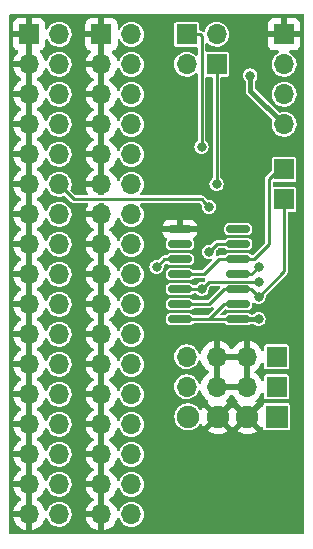
<source format=gbl>
G04 #@! TF.GenerationSoftware,KiCad,Pcbnew,6.0.8-f2edbf62ab~116~ubuntu22.04.1*
G04 #@! TF.CreationDate,2022-10-12T19:37:44+02:00*
G04 #@! TF.ProjectId,Amiga dual floppy selector,416d6967-6120-4647-9561-6c20666c6f70,0.2*
G04 #@! TF.SameCoordinates,Original*
G04 #@! TF.FileFunction,Copper,L2,Bot*
G04 #@! TF.FilePolarity,Positive*
%FSLAX46Y46*%
G04 Gerber Fmt 4.6, Leading zero omitted, Abs format (unit mm)*
G04 Created by KiCad (PCBNEW 6.0.8-f2edbf62ab~116~ubuntu22.04.1) date 2022-10-12 19:37:44*
%MOMM*%
%LPD*%
G01*
G04 APERTURE LIST*
G04 Aperture macros list*
%AMRoundRect*
0 Rectangle with rounded corners*
0 $1 Rounding radius*
0 $2 $3 $4 $5 $6 $7 $8 $9 X,Y pos of 4 corners*
0 Add a 4 corners polygon primitive as box body*
4,1,4,$2,$3,$4,$5,$6,$7,$8,$9,$2,$3,0*
0 Add four circle primitives for the rounded corners*
1,1,$1+$1,$2,$3*
1,1,$1+$1,$4,$5*
1,1,$1+$1,$6,$7*
1,1,$1+$1,$8,$9*
0 Add four rect primitives between the rounded corners*
20,1,$1+$1,$2,$3,$4,$5,0*
20,1,$1+$1,$4,$5,$6,$7,0*
20,1,$1+$1,$6,$7,$8,$9,0*
20,1,$1+$1,$8,$9,$2,$3,0*%
G04 Aperture macros list end*
G04 #@! TA.AperFunction,ComponentPad*
%ADD10R,1.700000X1.700000*%
G04 #@! TD*
G04 #@! TA.AperFunction,ComponentPad*
%ADD11O,1.700000X1.700000*%
G04 #@! TD*
G04 #@! TA.AperFunction,ComponentPad*
%ADD12R,1.900000X1.900000*%
G04 #@! TD*
G04 #@! TA.AperFunction,ComponentPad*
%ADD13C,1.900000*%
G04 #@! TD*
G04 #@! TA.AperFunction,SMDPad,CuDef*
%ADD14RoundRect,0.150000X-0.825000X-0.150000X0.825000X-0.150000X0.825000X0.150000X-0.825000X0.150000X0*%
G04 #@! TD*
G04 #@! TA.AperFunction,ViaPad*
%ADD15C,0.800000*%
G04 #@! TD*
G04 #@! TA.AperFunction,Conductor*
%ADD16C,0.400000*%
G04 #@! TD*
G04 #@! TA.AperFunction,Conductor*
%ADD17C,0.250000*%
G04 #@! TD*
G04 APERTURE END LIST*
D10*
X107950000Y-68580000D03*
D11*
X110490000Y-68580000D03*
X107950000Y-71120000D03*
X110490000Y-71120000D03*
X107950000Y-73660000D03*
X110490000Y-73660000D03*
X107950000Y-76200000D03*
X110490000Y-76200000D03*
X107950000Y-78740000D03*
X110490000Y-78740000D03*
X107950000Y-81280000D03*
X110490000Y-81280000D03*
X107950000Y-83820000D03*
X110490000Y-83820000D03*
X107950000Y-86360000D03*
X110490000Y-86360000D03*
X107950000Y-88900000D03*
X110490000Y-88900000D03*
X107950000Y-91440000D03*
X110490000Y-91440000D03*
X107950000Y-93980000D03*
X110490000Y-93980000D03*
X107950000Y-96520000D03*
X110490000Y-96520000D03*
X107950000Y-99060000D03*
X110490000Y-99060000D03*
X107950000Y-101600000D03*
X110490000Y-101600000D03*
X107950000Y-104140000D03*
X110490000Y-104140000D03*
X107950000Y-106680000D03*
X110490000Y-106680000D03*
X107950000Y-109220000D03*
X110490000Y-109220000D03*
D12*
X128905000Y-100965000D03*
D13*
X126405000Y-100965000D03*
X123905000Y-100965000D03*
X121405000Y-100965000D03*
D10*
X128905000Y-95885000D03*
D11*
X126365000Y-95885000D03*
X123825000Y-95885000D03*
X121285000Y-95885000D03*
D10*
X128905000Y-98425000D03*
D11*
X126365000Y-98425000D03*
X123825000Y-98425000D03*
X121285000Y-98425000D03*
D10*
X129540000Y-68580000D03*
D11*
X129540000Y-71120000D03*
X129540000Y-73660000D03*
X129540000Y-76200000D03*
D10*
X129540000Y-80010000D03*
X129540000Y-82550000D03*
X123825000Y-71120000D03*
D11*
X121285000Y-71120000D03*
D10*
X121285000Y-68580000D03*
D11*
X123825000Y-68580000D03*
D10*
X114080225Y-68590000D03*
D11*
X116620225Y-68590000D03*
X114080225Y-71130000D03*
X116620225Y-71130000D03*
X114080225Y-73670000D03*
X116620225Y-73670000D03*
X114080225Y-76210000D03*
X116620225Y-76210000D03*
X114080225Y-78750000D03*
X116620225Y-78750000D03*
X114080225Y-81290000D03*
X116620225Y-81290000D03*
X114080225Y-83830000D03*
X116620225Y-83830000D03*
X114080225Y-86370000D03*
X116620225Y-86370000D03*
X114080225Y-88910000D03*
X116620225Y-88910000D03*
X114080225Y-91450000D03*
X116620225Y-91450000D03*
X114080225Y-93990000D03*
X116620225Y-93990000D03*
X114080225Y-96530000D03*
X116620225Y-96530000D03*
X114080225Y-99070000D03*
X116620225Y-99070000D03*
X114080225Y-101610000D03*
X116620225Y-101610000D03*
X114080225Y-104150000D03*
X116620225Y-104150000D03*
X114080225Y-106690000D03*
X116620225Y-106690000D03*
X114080225Y-109230000D03*
X116620225Y-109230000D03*
D14*
X120715000Y-92710000D03*
X120715000Y-91440000D03*
X120715000Y-90170000D03*
X120715000Y-88900000D03*
X120715000Y-87630000D03*
X120715000Y-86360000D03*
X120715000Y-85090000D03*
X125665000Y-85090000D03*
X125665000Y-86360000D03*
X125665000Y-87630000D03*
X125665000Y-88900000D03*
X125665000Y-90170000D03*
X125665000Y-91440000D03*
X125665000Y-92710000D03*
D15*
X127381000Y-92710000D03*
X126682500Y-72072500D03*
X118744998Y-84137500D03*
X125412500Y-73025000D03*
X130492500Y-94297500D03*
X130492500Y-84137500D03*
X127317500Y-75565000D03*
X122555000Y-78105000D03*
X123825000Y-81280000D03*
X123190000Y-86995000D03*
X118745000Y-88265000D03*
X123190000Y-83185000D03*
X127381000Y-90805002D03*
X122555000Y-90170000D03*
X127381000Y-89535004D03*
X127381000Y-88263765D03*
D16*
X125665000Y-92710000D02*
X127381000Y-92710000D01*
D17*
X120715000Y-92710000D02*
X123190000Y-92710000D01*
D16*
X129540000Y-76200000D02*
X126682500Y-73342500D01*
X126682500Y-73342500D02*
X126682500Y-72072500D01*
D17*
X124460000Y-91440000D02*
X123190000Y-92710000D01*
X123190000Y-92710000D02*
X125665000Y-92710000D01*
X125665000Y-91440000D02*
X124460000Y-91440000D01*
X120715000Y-85090000D02*
X119380000Y-85090000D01*
X119380000Y-85090000D02*
X118744998Y-84454998D01*
X118744998Y-84454998D02*
X118744998Y-84137500D01*
X122555000Y-77539315D02*
X122555000Y-78105000D01*
X121285000Y-68580000D02*
X122385000Y-68580000D01*
X122555000Y-68750000D02*
X122555000Y-77539315D01*
X122385000Y-68580000D02*
X122555000Y-68750000D01*
X123825000Y-71120000D02*
X123825000Y-81280000D01*
X125665000Y-86360000D02*
X123825000Y-86360000D01*
X123825000Y-86360000D02*
X123190000Y-86995000D01*
X120715000Y-87630000D02*
X119380000Y-87630000D01*
X119380000Y-87630000D02*
X118745000Y-88265000D01*
X110490000Y-81280000D02*
X111760000Y-82550000D01*
X111760000Y-82550000D02*
X112962081Y-82550000D01*
X113030000Y-82550000D02*
X122555000Y-82550000D01*
X122790001Y-82785001D02*
X123190000Y-83185000D01*
X122555000Y-82550000D02*
X122790001Y-82785001D01*
X123190000Y-91440000D02*
X124460000Y-90170000D01*
X124460000Y-90170000D02*
X125665000Y-90170000D01*
X120715000Y-91440000D02*
X123190000Y-91440000D01*
X126745998Y-90170000D02*
X127381000Y-90805002D01*
X129540000Y-82550000D02*
X129540000Y-88646002D01*
X125665000Y-90170000D02*
X126745998Y-90170000D01*
X129540000Y-88646002D02*
X127381000Y-90805002D01*
X124690000Y-87630000D02*
X125665000Y-87630000D01*
X120715000Y-88900000D02*
X122751998Y-88900000D01*
X124021998Y-87630000D02*
X124690000Y-87630000D01*
X122751998Y-88900000D02*
X124021998Y-87630000D01*
X129075000Y-80010000D02*
X128270000Y-80815000D01*
X127000000Y-87630000D02*
X125665000Y-87630000D01*
X129540000Y-80010000D02*
X129075000Y-80010000D01*
X128270000Y-86360000D02*
X127000000Y-87630000D01*
X128270000Y-80815000D02*
X128270000Y-86360000D01*
X120715000Y-90170000D02*
X122555000Y-90170000D01*
X123189996Y-89535004D02*
X127381000Y-89535004D01*
X122555000Y-90170000D02*
X123189996Y-89535004D01*
X126744765Y-88900000D02*
X127381000Y-88263765D01*
X125665000Y-88900000D02*
X126744765Y-88900000D01*
G04 #@! TA.AperFunction,Conductor*
G36*
X131186621Y-66895502D02*
G01*
X131233114Y-66949158D01*
X131244500Y-67001500D01*
X131244500Y-110798500D01*
X131224498Y-110866621D01*
X131170842Y-110913114D01*
X131118500Y-110924500D01*
X106371500Y-110924500D01*
X106303379Y-110904498D01*
X106256886Y-110850842D01*
X106245500Y-110798500D01*
X106245500Y-109487966D01*
X106618257Y-109487966D01*
X106648565Y-109622446D01*
X106651645Y-109632275D01*
X106731770Y-109829603D01*
X106736413Y-109838794D01*
X106847694Y-110020388D01*
X106853777Y-110028699D01*
X106993213Y-110189667D01*
X107000580Y-110196883D01*
X107164434Y-110332916D01*
X107172881Y-110338831D01*
X107356756Y-110446279D01*
X107366042Y-110450729D01*
X107565001Y-110526703D01*
X107574899Y-110529579D01*
X107678250Y-110550606D01*
X107692299Y-110549410D01*
X107696000Y-110539065D01*
X107696000Y-110538517D01*
X108204000Y-110538517D01*
X108208064Y-110552359D01*
X108221478Y-110554393D01*
X108228184Y-110553534D01*
X108238262Y-110551392D01*
X108442255Y-110490191D01*
X108451842Y-110486433D01*
X108643095Y-110392739D01*
X108651945Y-110387464D01*
X108825328Y-110263792D01*
X108833200Y-110257139D01*
X108984052Y-110106812D01*
X108990730Y-110098965D01*
X109115003Y-109926020D01*
X109120313Y-109917183D01*
X109214670Y-109726267D01*
X109218469Y-109716672D01*
X109259593Y-109581319D01*
X109298534Y-109521955D01*
X109363388Y-109493068D01*
X109433564Y-109503830D01*
X109486782Y-109550823D01*
X109501270Y-109583217D01*
X109508544Y-109608586D01*
X109511359Y-109614063D01*
X109511360Y-109614066D01*
X109574163Y-109736267D01*
X109602712Y-109791818D01*
X109730677Y-109953270D01*
X109735370Y-109957264D01*
X109735371Y-109957265D01*
X109821291Y-110030388D01*
X109887564Y-110086791D01*
X109892942Y-110089797D01*
X109892944Y-110089798D01*
X109977481Y-110137044D01*
X110067398Y-110187297D01*
X110155121Y-110215800D01*
X110257471Y-110249056D01*
X110257475Y-110249057D01*
X110263329Y-110250959D01*
X110467894Y-110275351D01*
X110474029Y-110274879D01*
X110474031Y-110274879D01*
X110543337Y-110269546D01*
X110673300Y-110259546D01*
X110679230Y-110257890D01*
X110679232Y-110257890D01*
X110845848Y-110211370D01*
X110871725Y-110204145D01*
X110877214Y-110201372D01*
X110877220Y-110201370D01*
X111050116Y-110114033D01*
X111055610Y-110111258D01*
X111071345Y-110098965D01*
X111200302Y-109998213D01*
X111217951Y-109984424D01*
X111236211Y-109963270D01*
X111348540Y-109833134D01*
X111348540Y-109833133D01*
X111352564Y-109828472D01*
X111373387Y-109791818D01*
X111404944Y-109736267D01*
X111454323Y-109649344D01*
X111504680Y-109497966D01*
X112748482Y-109497966D01*
X112778790Y-109632446D01*
X112781870Y-109642275D01*
X112861995Y-109839603D01*
X112866638Y-109848794D01*
X112977919Y-110030388D01*
X112984002Y-110038699D01*
X113123438Y-110199667D01*
X113130805Y-110206883D01*
X113294659Y-110342916D01*
X113303106Y-110348831D01*
X113486981Y-110456279D01*
X113496267Y-110460729D01*
X113695226Y-110536703D01*
X113705124Y-110539579D01*
X113808475Y-110560606D01*
X113822524Y-110559410D01*
X113826225Y-110549065D01*
X113826225Y-109502115D01*
X113821750Y-109486876D01*
X113820360Y-109485671D01*
X113812677Y-109484000D01*
X112763450Y-109484000D01*
X112749919Y-109487973D01*
X112748482Y-109497966D01*
X111504680Y-109497966D01*
X111519351Y-109453863D01*
X111545171Y-109249474D01*
X111545583Y-109220000D01*
X111525480Y-109014970D01*
X111510146Y-108964183D01*
X112744614Y-108964183D01*
X112746137Y-108972607D01*
X112758517Y-108976000D01*
X113808110Y-108976000D01*
X113823349Y-108971525D01*
X113824554Y-108970135D01*
X113826225Y-108962452D01*
X113826225Y-106962115D01*
X113821750Y-106946876D01*
X113820360Y-106945671D01*
X113812677Y-106944000D01*
X112763450Y-106944000D01*
X112749919Y-106947973D01*
X112748482Y-106957966D01*
X112778790Y-107092446D01*
X112781870Y-107102275D01*
X112861995Y-107299603D01*
X112866638Y-107308794D01*
X112977919Y-107490388D01*
X112984002Y-107498699D01*
X113123438Y-107659667D01*
X113130805Y-107666883D01*
X113294659Y-107802916D01*
X113303106Y-107808831D01*
X113372704Y-107849501D01*
X113421428Y-107901140D01*
X113434499Y-107970923D01*
X113407768Y-108036694D01*
X113367312Y-108070053D01*
X113358687Y-108074542D01*
X113349963Y-108080036D01*
X113179658Y-108207905D01*
X113171951Y-108214748D01*
X113024815Y-108368717D01*
X113018329Y-108376727D01*
X112898323Y-108552649D01*
X112893225Y-108561623D01*
X112803563Y-108754783D01*
X112800000Y-108764470D01*
X112744614Y-108964183D01*
X111510146Y-108964183D01*
X111465935Y-108817749D01*
X111369218Y-108635849D01*
X111293206Y-108542649D01*
X111242906Y-108480975D01*
X111242903Y-108480972D01*
X111239011Y-108476200D01*
X111221786Y-108461950D01*
X111085025Y-108348811D01*
X111085021Y-108348809D01*
X111080275Y-108344882D01*
X110899055Y-108246897D01*
X110702254Y-108185977D01*
X110696129Y-108185333D01*
X110696128Y-108185333D01*
X110503498Y-108165087D01*
X110503496Y-108165087D01*
X110497369Y-108164443D01*
X110410529Y-108172346D01*
X110298342Y-108182555D01*
X110298339Y-108182556D01*
X110292203Y-108183114D01*
X110094572Y-108241280D01*
X109912002Y-108336726D01*
X109907201Y-108340586D01*
X109907198Y-108340588D01*
X109829665Y-108402926D01*
X109751447Y-108465815D01*
X109619024Y-108623630D01*
X109616056Y-108629028D01*
X109616053Y-108629033D01*
X109552420Y-108744783D01*
X109519776Y-108804162D01*
X109517914Y-108810032D01*
X109501068Y-108863138D01*
X109461405Y-108922022D01*
X109396202Y-108950114D01*
X109326163Y-108938497D01*
X109273523Y-108890857D01*
X109258762Y-108855735D01*
X109241214Y-108785875D01*
X109237894Y-108776124D01*
X109152972Y-108580814D01*
X109148105Y-108571739D01*
X109032426Y-108392926D01*
X109026136Y-108384757D01*
X108882806Y-108227240D01*
X108875273Y-108220215D01*
X108708139Y-108088222D01*
X108699552Y-108082517D01*
X108662116Y-108061851D01*
X108612146Y-108011419D01*
X108597374Y-107941976D01*
X108622490Y-107875571D01*
X108649842Y-107848964D01*
X108825327Y-107723792D01*
X108833200Y-107717139D01*
X108984052Y-107566812D01*
X108990730Y-107558965D01*
X109115003Y-107386020D01*
X109120313Y-107377183D01*
X109214670Y-107186267D01*
X109218469Y-107176672D01*
X109259593Y-107041319D01*
X109298534Y-106981955D01*
X109363388Y-106953068D01*
X109433564Y-106963830D01*
X109486782Y-107010823D01*
X109501270Y-107043217D01*
X109508544Y-107068586D01*
X109511359Y-107074063D01*
X109511360Y-107074066D01*
X109574163Y-107196267D01*
X109602712Y-107251818D01*
X109730677Y-107413270D01*
X109735370Y-107417264D01*
X109735371Y-107417265D01*
X109821291Y-107490388D01*
X109887564Y-107546791D01*
X109892942Y-107549797D01*
X109892944Y-107549798D01*
X109977481Y-107597044D01*
X110067398Y-107647297D01*
X110155121Y-107675800D01*
X110257471Y-107709056D01*
X110257475Y-107709057D01*
X110263329Y-107710959D01*
X110467894Y-107735351D01*
X110474029Y-107734879D01*
X110474031Y-107734879D01*
X110543337Y-107729546D01*
X110673300Y-107719546D01*
X110679230Y-107717890D01*
X110679232Y-107717890D01*
X110845848Y-107671370D01*
X110871725Y-107664145D01*
X110877214Y-107661372D01*
X110877220Y-107661370D01*
X111050116Y-107574033D01*
X111055610Y-107571258D01*
X111071345Y-107558965D01*
X111200302Y-107458213D01*
X111217951Y-107444424D01*
X111236211Y-107423270D01*
X111348540Y-107293134D01*
X111348540Y-107293133D01*
X111352564Y-107288472D01*
X111373387Y-107251818D01*
X111404944Y-107196267D01*
X111454323Y-107109344D01*
X111519351Y-106913863D01*
X111545171Y-106709474D01*
X111545583Y-106680000D01*
X111525480Y-106474970D01*
X111510146Y-106424183D01*
X112744614Y-106424183D01*
X112746137Y-106432607D01*
X112758517Y-106436000D01*
X113808110Y-106436000D01*
X113823349Y-106431525D01*
X113824554Y-106430135D01*
X113826225Y-106422452D01*
X113826225Y-104422115D01*
X113821750Y-104406876D01*
X113820360Y-104405671D01*
X113812677Y-104404000D01*
X112763450Y-104404000D01*
X112749919Y-104407973D01*
X112748482Y-104417966D01*
X112778790Y-104552446D01*
X112781870Y-104562275D01*
X112861995Y-104759603D01*
X112866638Y-104768794D01*
X112977919Y-104950388D01*
X112984002Y-104958699D01*
X113123438Y-105119667D01*
X113130805Y-105126883D01*
X113294659Y-105262916D01*
X113303106Y-105268831D01*
X113372704Y-105309501D01*
X113421428Y-105361140D01*
X113434499Y-105430923D01*
X113407768Y-105496694D01*
X113367312Y-105530053D01*
X113358687Y-105534542D01*
X113349963Y-105540036D01*
X113179658Y-105667905D01*
X113171951Y-105674748D01*
X113024815Y-105828717D01*
X113018329Y-105836727D01*
X112898323Y-106012649D01*
X112893225Y-106021623D01*
X112803563Y-106214783D01*
X112800000Y-106224470D01*
X112744614Y-106424183D01*
X111510146Y-106424183D01*
X111465935Y-106277749D01*
X111369218Y-106095849D01*
X111293206Y-106002649D01*
X111242906Y-105940975D01*
X111242903Y-105940972D01*
X111239011Y-105936200D01*
X111221786Y-105921950D01*
X111085025Y-105808811D01*
X111085021Y-105808809D01*
X111080275Y-105804882D01*
X110899055Y-105706897D01*
X110702254Y-105645977D01*
X110696129Y-105645333D01*
X110696128Y-105645333D01*
X110503498Y-105625087D01*
X110503496Y-105625087D01*
X110497369Y-105624443D01*
X110410529Y-105632346D01*
X110298342Y-105642555D01*
X110298339Y-105642556D01*
X110292203Y-105643114D01*
X110094572Y-105701280D01*
X109912002Y-105796726D01*
X109907201Y-105800586D01*
X109907198Y-105800588D01*
X109829665Y-105862926D01*
X109751447Y-105925815D01*
X109619024Y-106083630D01*
X109616056Y-106089028D01*
X109616053Y-106089033D01*
X109552420Y-106204783D01*
X109519776Y-106264162D01*
X109517914Y-106270032D01*
X109501068Y-106323138D01*
X109461405Y-106382022D01*
X109396202Y-106410114D01*
X109326163Y-106398497D01*
X109273523Y-106350857D01*
X109258762Y-106315735D01*
X109241214Y-106245875D01*
X109237894Y-106236124D01*
X109152972Y-106040814D01*
X109148105Y-106031739D01*
X109032426Y-105852926D01*
X109026136Y-105844757D01*
X108882806Y-105687240D01*
X108875273Y-105680215D01*
X108708139Y-105548222D01*
X108699552Y-105542517D01*
X108662116Y-105521851D01*
X108612146Y-105471419D01*
X108597374Y-105401976D01*
X108622490Y-105335571D01*
X108649842Y-105308964D01*
X108825327Y-105183792D01*
X108833200Y-105177139D01*
X108984052Y-105026812D01*
X108990730Y-105018965D01*
X109115003Y-104846020D01*
X109120313Y-104837183D01*
X109214670Y-104646267D01*
X109218469Y-104636672D01*
X109259593Y-104501319D01*
X109298534Y-104441955D01*
X109363388Y-104413068D01*
X109433564Y-104423830D01*
X109486782Y-104470823D01*
X109501270Y-104503217D01*
X109508544Y-104528586D01*
X109511359Y-104534063D01*
X109511360Y-104534066D01*
X109574163Y-104656267D01*
X109602712Y-104711818D01*
X109730677Y-104873270D01*
X109735370Y-104877264D01*
X109735371Y-104877265D01*
X109821291Y-104950388D01*
X109887564Y-105006791D01*
X109892942Y-105009797D01*
X109892944Y-105009798D01*
X109977481Y-105057044D01*
X110067398Y-105107297D01*
X110155121Y-105135800D01*
X110257471Y-105169056D01*
X110257475Y-105169057D01*
X110263329Y-105170959D01*
X110467894Y-105195351D01*
X110474029Y-105194879D01*
X110474031Y-105194879D01*
X110543337Y-105189546D01*
X110673300Y-105179546D01*
X110679230Y-105177890D01*
X110679232Y-105177890D01*
X110845848Y-105131370D01*
X110871725Y-105124145D01*
X110877214Y-105121372D01*
X110877220Y-105121370D01*
X111050116Y-105034033D01*
X111055610Y-105031258D01*
X111071345Y-105018965D01*
X111200302Y-104918213D01*
X111217951Y-104904424D01*
X111236211Y-104883270D01*
X111348540Y-104753134D01*
X111348540Y-104753133D01*
X111352564Y-104748472D01*
X111373387Y-104711818D01*
X111404944Y-104656267D01*
X111454323Y-104569344D01*
X111519351Y-104373863D01*
X111545171Y-104169474D01*
X111545583Y-104140000D01*
X111525480Y-103934970D01*
X111510146Y-103884183D01*
X112744614Y-103884183D01*
X112746137Y-103892607D01*
X112758517Y-103896000D01*
X113808110Y-103896000D01*
X113823349Y-103891525D01*
X113824554Y-103890135D01*
X113826225Y-103882452D01*
X113826225Y-101882115D01*
X113821750Y-101866876D01*
X113820360Y-101865671D01*
X113812677Y-101864000D01*
X112763450Y-101864000D01*
X112749919Y-101867973D01*
X112748482Y-101877966D01*
X112778790Y-102012446D01*
X112781870Y-102022275D01*
X112861995Y-102219603D01*
X112866638Y-102228794D01*
X112977919Y-102410388D01*
X112984002Y-102418699D01*
X113123438Y-102579667D01*
X113130805Y-102586883D01*
X113294659Y-102722916D01*
X113303106Y-102728831D01*
X113372704Y-102769501D01*
X113421428Y-102821140D01*
X113434499Y-102890923D01*
X113407768Y-102956694D01*
X113367312Y-102990053D01*
X113358687Y-102994542D01*
X113349963Y-103000036D01*
X113179658Y-103127905D01*
X113171951Y-103134748D01*
X113024815Y-103288717D01*
X113018329Y-103296727D01*
X112898323Y-103472649D01*
X112893225Y-103481623D01*
X112803563Y-103674783D01*
X112800000Y-103684470D01*
X112744614Y-103884183D01*
X111510146Y-103884183D01*
X111465935Y-103737749D01*
X111369218Y-103555849D01*
X111293206Y-103462649D01*
X111242906Y-103400975D01*
X111242903Y-103400972D01*
X111239011Y-103396200D01*
X111221786Y-103381950D01*
X111085025Y-103268811D01*
X111085021Y-103268809D01*
X111080275Y-103264882D01*
X110899055Y-103166897D01*
X110702254Y-103105977D01*
X110696129Y-103105333D01*
X110696128Y-103105333D01*
X110503498Y-103085087D01*
X110503496Y-103085087D01*
X110497369Y-103084443D01*
X110410529Y-103092346D01*
X110298342Y-103102555D01*
X110298339Y-103102556D01*
X110292203Y-103103114D01*
X110094572Y-103161280D01*
X109912002Y-103256726D01*
X109907201Y-103260586D01*
X109907198Y-103260588D01*
X109829665Y-103322926D01*
X109751447Y-103385815D01*
X109619024Y-103543630D01*
X109616056Y-103549028D01*
X109616053Y-103549033D01*
X109552420Y-103664783D01*
X109519776Y-103724162D01*
X109517914Y-103730032D01*
X109501068Y-103783138D01*
X109461405Y-103842022D01*
X109396202Y-103870114D01*
X109326163Y-103858497D01*
X109273523Y-103810857D01*
X109258762Y-103775735D01*
X109241214Y-103705875D01*
X109237894Y-103696124D01*
X109152972Y-103500814D01*
X109148105Y-103491739D01*
X109032426Y-103312926D01*
X109026136Y-103304757D01*
X108882806Y-103147240D01*
X108875273Y-103140215D01*
X108708139Y-103008222D01*
X108699552Y-103002517D01*
X108662116Y-102981851D01*
X108612146Y-102931419D01*
X108597374Y-102861976D01*
X108622490Y-102795571D01*
X108649842Y-102768964D01*
X108825327Y-102643792D01*
X108833200Y-102637139D01*
X108984052Y-102486812D01*
X108990730Y-102478965D01*
X109115003Y-102306020D01*
X109120313Y-102297183D01*
X109214670Y-102106267D01*
X109218469Y-102096672D01*
X109259593Y-101961319D01*
X109298534Y-101901955D01*
X109363388Y-101873068D01*
X109433564Y-101883830D01*
X109486782Y-101930823D01*
X109501270Y-101963217D01*
X109508544Y-101988586D01*
X109511359Y-101994063D01*
X109511360Y-101994066D01*
X109596495Y-102159721D01*
X109602712Y-102171818D01*
X109730677Y-102333270D01*
X109735370Y-102337264D01*
X109735371Y-102337265D01*
X109821291Y-102410388D01*
X109887564Y-102466791D01*
X109892942Y-102469797D01*
X109892944Y-102469798D01*
X109977481Y-102517044D01*
X110067398Y-102567297D01*
X110155121Y-102595800D01*
X110257471Y-102629056D01*
X110257475Y-102629057D01*
X110263329Y-102630959D01*
X110467894Y-102655351D01*
X110474029Y-102654879D01*
X110474031Y-102654879D01*
X110543337Y-102649546D01*
X110673300Y-102639546D01*
X110679230Y-102637890D01*
X110679232Y-102637890D01*
X110845848Y-102591370D01*
X110871725Y-102584145D01*
X110877214Y-102581372D01*
X110877220Y-102581370D01*
X111050116Y-102494033D01*
X111055610Y-102491258D01*
X111071345Y-102478965D01*
X111200302Y-102378213D01*
X111217951Y-102364424D01*
X111236211Y-102343270D01*
X111348540Y-102213134D01*
X111348540Y-102213133D01*
X111352564Y-102208472D01*
X111373387Y-102171818D01*
X111404944Y-102116267D01*
X111454323Y-102029344D01*
X111519351Y-101833863D01*
X111545171Y-101629474D01*
X111545583Y-101600000D01*
X111525480Y-101394970D01*
X111510146Y-101344183D01*
X112744614Y-101344183D01*
X112746137Y-101352607D01*
X112758517Y-101356000D01*
X113808110Y-101356000D01*
X113823349Y-101351525D01*
X113824554Y-101350135D01*
X113826225Y-101342452D01*
X113826225Y-99342115D01*
X113821750Y-99326876D01*
X113820360Y-99325671D01*
X113812677Y-99324000D01*
X112763450Y-99324000D01*
X112749919Y-99327973D01*
X112748482Y-99337966D01*
X112778790Y-99472446D01*
X112781870Y-99482275D01*
X112861995Y-99679603D01*
X112866638Y-99688794D01*
X112977919Y-99870388D01*
X112984002Y-99878699D01*
X113123438Y-100039667D01*
X113130805Y-100046883D01*
X113294659Y-100182916D01*
X113303106Y-100188831D01*
X113372704Y-100229501D01*
X113421428Y-100281140D01*
X113434499Y-100350923D01*
X113407768Y-100416694D01*
X113367312Y-100450053D01*
X113358687Y-100454542D01*
X113349963Y-100460036D01*
X113179658Y-100587905D01*
X113171951Y-100594748D01*
X113024815Y-100748717D01*
X113018329Y-100756727D01*
X112898323Y-100932649D01*
X112893225Y-100941623D01*
X112803563Y-101134783D01*
X112800000Y-101144470D01*
X112744614Y-101344183D01*
X111510146Y-101344183D01*
X111465935Y-101197749D01*
X111369218Y-101015849D01*
X111293206Y-100922649D01*
X111242906Y-100860975D01*
X111242903Y-100860972D01*
X111239011Y-100856200D01*
X111221786Y-100841950D01*
X111085025Y-100728811D01*
X111085021Y-100728809D01*
X111080275Y-100724882D01*
X110899055Y-100626897D01*
X110702254Y-100565977D01*
X110696129Y-100565333D01*
X110696128Y-100565333D01*
X110503498Y-100545087D01*
X110503496Y-100545087D01*
X110497369Y-100544443D01*
X110426076Y-100550931D01*
X110298342Y-100562555D01*
X110298339Y-100562556D01*
X110292203Y-100563114D01*
X110094572Y-100621280D01*
X109912002Y-100716726D01*
X109907201Y-100720586D01*
X109907198Y-100720588D01*
X109829665Y-100782926D01*
X109751447Y-100845815D01*
X109619024Y-101003630D01*
X109616055Y-101009030D01*
X109616054Y-101009032D01*
X109609315Y-101021290D01*
X109519776Y-101184162D01*
X109517914Y-101190032D01*
X109501068Y-101243138D01*
X109461405Y-101302022D01*
X109396202Y-101330114D01*
X109326163Y-101318497D01*
X109273523Y-101270857D01*
X109258762Y-101235735D01*
X109241214Y-101165875D01*
X109237894Y-101156124D01*
X109152972Y-100960814D01*
X109148105Y-100951739D01*
X109032426Y-100772926D01*
X109026136Y-100764757D01*
X108882806Y-100607240D01*
X108875273Y-100600215D01*
X108708139Y-100468222D01*
X108699552Y-100462517D01*
X108662116Y-100441851D01*
X108612146Y-100391419D01*
X108597374Y-100321976D01*
X108622490Y-100255571D01*
X108649842Y-100228964D01*
X108825327Y-100103792D01*
X108833200Y-100097139D01*
X108984052Y-99946812D01*
X108990730Y-99938965D01*
X109115003Y-99766020D01*
X109120313Y-99757183D01*
X109214670Y-99566267D01*
X109218469Y-99556672D01*
X109259593Y-99421319D01*
X109298534Y-99361955D01*
X109363388Y-99333068D01*
X109433564Y-99343830D01*
X109486782Y-99390823D01*
X109501270Y-99423217D01*
X109508544Y-99448586D01*
X109511359Y-99454063D01*
X109511360Y-99454066D01*
X109591567Y-99610132D01*
X109602712Y-99631818D01*
X109730677Y-99793270D01*
X109735370Y-99797264D01*
X109735371Y-99797265D01*
X109821291Y-99870388D01*
X109887564Y-99926791D01*
X109892942Y-99929797D01*
X109892944Y-99929798D01*
X109977481Y-99977044D01*
X110067398Y-100027297D01*
X110155121Y-100055800D01*
X110257471Y-100089056D01*
X110257475Y-100089057D01*
X110263329Y-100090959D01*
X110467894Y-100115351D01*
X110474029Y-100114879D01*
X110474031Y-100114879D01*
X110543337Y-100109546D01*
X110673300Y-100099546D01*
X110679230Y-100097890D01*
X110679232Y-100097890D01*
X110856711Y-100048337D01*
X110871725Y-100044145D01*
X110877214Y-100041372D01*
X110877220Y-100041370D01*
X111050116Y-99954033D01*
X111055610Y-99951258D01*
X111071345Y-99938965D01*
X111184009Y-99850942D01*
X111217951Y-99824424D01*
X111225374Y-99815825D01*
X111348540Y-99673134D01*
X111348540Y-99673133D01*
X111352564Y-99668472D01*
X111373387Y-99631818D01*
X111404944Y-99576267D01*
X111454323Y-99489344D01*
X111519351Y-99293863D01*
X111545171Y-99089474D01*
X111545583Y-99060000D01*
X111525480Y-98854970D01*
X111510146Y-98804183D01*
X112744614Y-98804183D01*
X112746137Y-98812607D01*
X112758517Y-98816000D01*
X113808110Y-98816000D01*
X113823349Y-98811525D01*
X113824554Y-98810135D01*
X113826225Y-98802452D01*
X113826225Y-96802115D01*
X113821750Y-96786876D01*
X113820360Y-96785671D01*
X113812677Y-96784000D01*
X112763450Y-96784000D01*
X112749919Y-96787973D01*
X112748482Y-96797966D01*
X112778790Y-96932446D01*
X112781870Y-96942275D01*
X112861995Y-97139603D01*
X112866638Y-97148794D01*
X112977919Y-97330388D01*
X112984002Y-97338699D01*
X113123438Y-97499667D01*
X113130805Y-97506883D01*
X113294659Y-97642916D01*
X113303106Y-97648831D01*
X113372704Y-97689501D01*
X113421428Y-97741140D01*
X113434499Y-97810923D01*
X113407768Y-97876694D01*
X113367312Y-97910053D01*
X113358687Y-97914542D01*
X113349963Y-97920036D01*
X113179658Y-98047905D01*
X113171951Y-98054748D01*
X113024815Y-98208717D01*
X113018329Y-98216727D01*
X112898323Y-98392649D01*
X112893225Y-98401623D01*
X112803563Y-98594783D01*
X112800000Y-98604470D01*
X112744614Y-98804183D01*
X111510146Y-98804183D01*
X111465935Y-98657749D01*
X111369218Y-98475849D01*
X111293206Y-98382649D01*
X111242906Y-98320975D01*
X111242903Y-98320972D01*
X111239011Y-98316200D01*
X111221786Y-98301950D01*
X111085025Y-98188811D01*
X111085021Y-98188809D01*
X111080275Y-98184882D01*
X110899055Y-98086897D01*
X110702254Y-98025977D01*
X110696129Y-98025333D01*
X110696128Y-98025333D01*
X110503498Y-98005087D01*
X110503496Y-98005087D01*
X110497369Y-98004443D01*
X110410529Y-98012346D01*
X110298342Y-98022555D01*
X110298339Y-98022556D01*
X110292203Y-98023114D01*
X110094572Y-98081280D01*
X110089107Y-98084137D01*
X110059095Y-98099827D01*
X109912002Y-98176726D01*
X109907201Y-98180586D01*
X109907198Y-98180588D01*
X109829665Y-98242926D01*
X109751447Y-98305815D01*
X109619024Y-98463630D01*
X109616056Y-98469028D01*
X109616053Y-98469033D01*
X109552420Y-98584783D01*
X109519776Y-98644162D01*
X109517914Y-98650032D01*
X109501068Y-98703138D01*
X109461405Y-98762022D01*
X109396202Y-98790114D01*
X109326163Y-98778497D01*
X109273523Y-98730857D01*
X109258762Y-98695735D01*
X109241214Y-98625875D01*
X109237894Y-98616124D01*
X109152972Y-98420814D01*
X109148105Y-98411739D01*
X109032426Y-98232926D01*
X109026136Y-98224757D01*
X108882806Y-98067240D01*
X108875273Y-98060215D01*
X108708139Y-97928222D01*
X108699552Y-97922517D01*
X108662116Y-97901851D01*
X108612146Y-97851419D01*
X108597374Y-97781976D01*
X108622490Y-97715571D01*
X108649842Y-97688964D01*
X108825327Y-97563792D01*
X108833200Y-97557139D01*
X108984052Y-97406812D01*
X108990730Y-97398965D01*
X109115003Y-97226020D01*
X109120313Y-97217183D01*
X109214670Y-97026267D01*
X109218469Y-97016672D01*
X109259593Y-96881319D01*
X109298534Y-96821955D01*
X109363388Y-96793068D01*
X109433564Y-96803830D01*
X109486782Y-96850823D01*
X109501270Y-96883217D01*
X109508544Y-96908586D01*
X109511359Y-96914063D01*
X109511360Y-96914066D01*
X109574163Y-97036267D01*
X109602712Y-97091818D01*
X109730677Y-97253270D01*
X109735370Y-97257264D01*
X109735371Y-97257265D01*
X109821291Y-97330388D01*
X109887564Y-97386791D01*
X109892942Y-97389797D01*
X109892944Y-97389798D01*
X109965679Y-97430448D01*
X110067398Y-97487297D01*
X110155121Y-97515800D01*
X110257471Y-97549056D01*
X110257475Y-97549057D01*
X110263329Y-97550959D01*
X110467894Y-97575351D01*
X110474029Y-97574879D01*
X110474031Y-97574879D01*
X110543337Y-97569546D01*
X110673300Y-97559546D01*
X110679230Y-97557890D01*
X110679232Y-97557890D01*
X110845848Y-97511370D01*
X110871725Y-97504145D01*
X110877214Y-97501372D01*
X110877220Y-97501370D01*
X111050116Y-97414033D01*
X111055610Y-97411258D01*
X111066302Y-97402905D01*
X111200302Y-97298213D01*
X111217951Y-97284424D01*
X111226055Y-97275036D01*
X111348540Y-97133134D01*
X111348540Y-97133133D01*
X111352564Y-97128472D01*
X111373387Y-97091818D01*
X111404944Y-97036267D01*
X111454323Y-96949344D01*
X111519351Y-96753863D01*
X111545171Y-96549474D01*
X111545583Y-96520000D01*
X111525480Y-96314970D01*
X111510146Y-96264183D01*
X112744614Y-96264183D01*
X112746137Y-96272607D01*
X112758517Y-96276000D01*
X113808110Y-96276000D01*
X113823349Y-96271525D01*
X113824554Y-96270135D01*
X113826225Y-96262452D01*
X113826225Y-94262115D01*
X113821750Y-94246876D01*
X113820360Y-94245671D01*
X113812677Y-94244000D01*
X112763450Y-94244000D01*
X112749919Y-94247973D01*
X112748482Y-94257966D01*
X112778790Y-94392446D01*
X112781870Y-94402275D01*
X112861995Y-94599603D01*
X112866638Y-94608794D01*
X112977919Y-94790388D01*
X112984002Y-94798699D01*
X113123438Y-94959667D01*
X113130805Y-94966883D01*
X113294659Y-95102916D01*
X113303106Y-95108831D01*
X113372704Y-95149501D01*
X113421428Y-95201140D01*
X113434499Y-95270923D01*
X113407768Y-95336694D01*
X113367312Y-95370053D01*
X113358687Y-95374542D01*
X113349963Y-95380036D01*
X113179658Y-95507905D01*
X113171951Y-95514748D01*
X113024815Y-95668717D01*
X113018329Y-95676727D01*
X112898323Y-95852649D01*
X112893225Y-95861623D01*
X112803563Y-96054783D01*
X112800000Y-96064470D01*
X112744614Y-96264183D01*
X111510146Y-96264183D01*
X111465935Y-96117749D01*
X111369218Y-95935849D01*
X111293206Y-95842649D01*
X111242906Y-95780975D01*
X111242903Y-95780972D01*
X111239011Y-95776200D01*
X111221786Y-95761950D01*
X111085025Y-95648811D01*
X111085021Y-95648809D01*
X111080275Y-95644882D01*
X110899055Y-95546897D01*
X110702254Y-95485977D01*
X110696129Y-95485333D01*
X110696128Y-95485333D01*
X110503498Y-95465087D01*
X110503496Y-95465087D01*
X110497369Y-95464443D01*
X110410529Y-95472346D01*
X110298342Y-95482555D01*
X110298339Y-95482556D01*
X110292203Y-95483114D01*
X110094572Y-95541280D01*
X110089107Y-95544137D01*
X110059095Y-95559827D01*
X109912002Y-95636726D01*
X109907201Y-95640586D01*
X109907198Y-95640588D01*
X109829665Y-95702926D01*
X109751447Y-95765815D01*
X109619024Y-95923630D01*
X109616056Y-95929028D01*
X109616053Y-95929033D01*
X109552420Y-96044783D01*
X109519776Y-96104162D01*
X109502979Y-96157115D01*
X109501068Y-96163138D01*
X109461405Y-96222022D01*
X109396202Y-96250114D01*
X109326163Y-96238497D01*
X109273523Y-96190857D01*
X109258762Y-96155735D01*
X109241214Y-96085875D01*
X109237894Y-96076124D01*
X109152972Y-95880814D01*
X109148105Y-95871739D01*
X109032426Y-95692926D01*
X109026136Y-95684757D01*
X108882806Y-95527240D01*
X108875273Y-95520215D01*
X108708139Y-95388222D01*
X108699552Y-95382517D01*
X108662116Y-95361851D01*
X108612146Y-95311419D01*
X108597374Y-95241976D01*
X108622490Y-95175571D01*
X108649842Y-95148964D01*
X108825327Y-95023792D01*
X108833200Y-95017139D01*
X108984052Y-94866812D01*
X108990730Y-94858965D01*
X109115003Y-94686020D01*
X109120313Y-94677183D01*
X109214670Y-94486267D01*
X109218469Y-94476672D01*
X109259593Y-94341319D01*
X109298534Y-94281955D01*
X109363388Y-94253068D01*
X109433564Y-94263830D01*
X109486782Y-94310823D01*
X109501270Y-94343217D01*
X109508544Y-94368586D01*
X109511359Y-94374063D01*
X109511360Y-94374066D01*
X109574163Y-94496267D01*
X109602712Y-94551818D01*
X109730677Y-94713270D01*
X109735370Y-94717264D01*
X109735371Y-94717265D01*
X109821291Y-94790388D01*
X109887564Y-94846791D01*
X109892942Y-94849797D01*
X109892944Y-94849798D01*
X109965679Y-94890448D01*
X110067398Y-94947297D01*
X110155121Y-94975800D01*
X110257471Y-95009056D01*
X110257475Y-95009057D01*
X110263329Y-95010959D01*
X110467894Y-95035351D01*
X110474029Y-95034879D01*
X110474031Y-95034879D01*
X110543337Y-95029546D01*
X110673300Y-95019546D01*
X110679230Y-95017890D01*
X110679232Y-95017890D01*
X110845848Y-94971370D01*
X110871725Y-94964145D01*
X110877214Y-94961372D01*
X110877220Y-94961370D01*
X111050116Y-94874033D01*
X111055610Y-94871258D01*
X111066302Y-94862905D01*
X111200302Y-94758213D01*
X111217951Y-94744424D01*
X111226055Y-94735036D01*
X111348540Y-94593134D01*
X111348540Y-94593133D01*
X111352564Y-94588472D01*
X111373387Y-94551818D01*
X111404944Y-94496267D01*
X111454323Y-94409344D01*
X111519351Y-94213863D01*
X111545171Y-94009474D01*
X111545583Y-93980000D01*
X111525480Y-93774970D01*
X111510146Y-93724183D01*
X112744614Y-93724183D01*
X112746137Y-93732607D01*
X112758517Y-93736000D01*
X113808110Y-93736000D01*
X113823349Y-93731525D01*
X113824554Y-93730135D01*
X113826225Y-93722452D01*
X113826225Y-91722115D01*
X113821750Y-91706876D01*
X113820360Y-91705671D01*
X113812677Y-91704000D01*
X112763450Y-91704000D01*
X112749919Y-91707973D01*
X112748482Y-91717966D01*
X112778790Y-91852446D01*
X112781870Y-91862275D01*
X112861995Y-92059603D01*
X112866638Y-92068794D01*
X112977919Y-92250388D01*
X112984002Y-92258699D01*
X113123438Y-92419667D01*
X113130805Y-92426883D01*
X113294659Y-92562916D01*
X113303106Y-92568831D01*
X113372704Y-92609501D01*
X113421428Y-92661140D01*
X113434499Y-92730923D01*
X113407768Y-92796694D01*
X113367312Y-92830053D01*
X113358687Y-92834542D01*
X113349963Y-92840036D01*
X113179658Y-92967905D01*
X113171951Y-92974748D01*
X113024815Y-93128717D01*
X113018329Y-93136727D01*
X112898323Y-93312649D01*
X112893225Y-93321623D01*
X112803563Y-93514783D01*
X112800000Y-93524470D01*
X112744614Y-93724183D01*
X111510146Y-93724183D01*
X111465935Y-93577749D01*
X111369218Y-93395849D01*
X111284426Y-93291884D01*
X111242906Y-93240975D01*
X111242903Y-93240972D01*
X111239011Y-93236200D01*
X111207945Y-93210500D01*
X111085025Y-93108811D01*
X111085021Y-93108809D01*
X111080275Y-93104882D01*
X110899055Y-93006897D01*
X110702254Y-92945977D01*
X110696129Y-92945333D01*
X110696128Y-92945333D01*
X110503498Y-92925087D01*
X110503496Y-92925087D01*
X110497369Y-92924443D01*
X110410529Y-92932346D01*
X110298342Y-92942555D01*
X110298339Y-92942556D01*
X110292203Y-92943114D01*
X110094572Y-93001280D01*
X110089107Y-93004137D01*
X110023754Y-93038303D01*
X109912002Y-93096726D01*
X109907201Y-93100586D01*
X109907198Y-93100588D01*
X109771328Y-93209830D01*
X109751447Y-93225815D01*
X109619024Y-93383630D01*
X109616056Y-93389028D01*
X109616053Y-93389033D01*
X109552420Y-93504783D01*
X109519776Y-93564162D01*
X109517914Y-93570032D01*
X109501068Y-93623138D01*
X109461405Y-93682022D01*
X109396202Y-93710114D01*
X109326163Y-93698497D01*
X109273523Y-93650857D01*
X109258762Y-93615735D01*
X109241214Y-93545875D01*
X109237894Y-93536124D01*
X109152972Y-93340814D01*
X109148105Y-93331739D01*
X109032426Y-93152926D01*
X109026136Y-93144757D01*
X108882806Y-92987240D01*
X108875273Y-92980215D01*
X108708139Y-92848222D01*
X108699552Y-92842517D01*
X108662116Y-92821851D01*
X108612146Y-92771419D01*
X108597374Y-92701976D01*
X108622490Y-92635571D01*
X108649842Y-92608964D01*
X108825327Y-92483792D01*
X108833200Y-92477139D01*
X108984052Y-92326812D01*
X108990730Y-92318965D01*
X109115003Y-92146020D01*
X109120313Y-92137183D01*
X109214670Y-91946267D01*
X109218469Y-91936672D01*
X109259593Y-91801319D01*
X109298534Y-91741955D01*
X109363388Y-91713068D01*
X109433564Y-91723830D01*
X109486782Y-91770823D01*
X109501270Y-91803217D01*
X109508544Y-91828586D01*
X109511359Y-91834063D01*
X109511360Y-91834066D01*
X109574163Y-91956267D01*
X109602712Y-92011818D01*
X109730677Y-92173270D01*
X109735370Y-92177264D01*
X109735371Y-92177265D01*
X109845590Y-92271068D01*
X109887564Y-92306791D01*
X109892942Y-92309797D01*
X109892944Y-92309798D01*
X109958219Y-92346279D01*
X110067398Y-92407297D01*
X110155121Y-92435800D01*
X110257471Y-92469056D01*
X110257475Y-92469057D01*
X110263329Y-92470959D01*
X110467894Y-92495351D01*
X110474029Y-92494879D01*
X110474031Y-92494879D01*
X110543337Y-92489546D01*
X110673300Y-92479546D01*
X110679230Y-92477890D01*
X110679232Y-92477890D01*
X110845848Y-92431370D01*
X110871725Y-92424145D01*
X110877214Y-92421372D01*
X110877220Y-92421370D01*
X111050116Y-92334033D01*
X111055610Y-92331258D01*
X111071345Y-92318965D01*
X111161281Y-92248699D01*
X111217951Y-92204424D01*
X111236211Y-92183270D01*
X111348540Y-92053134D01*
X111348540Y-92053133D01*
X111352564Y-92048472D01*
X111373387Y-92011818D01*
X111404944Y-91956267D01*
X111454323Y-91869344D01*
X111519351Y-91673863D01*
X111545171Y-91469474D01*
X111545583Y-91440000D01*
X111525480Y-91234970D01*
X111510146Y-91184183D01*
X112744614Y-91184183D01*
X112746137Y-91192607D01*
X112758517Y-91196000D01*
X113808110Y-91196000D01*
X113823349Y-91191525D01*
X113824554Y-91190135D01*
X113826225Y-91182452D01*
X113826225Y-89182115D01*
X113821750Y-89166876D01*
X113820360Y-89165671D01*
X113812677Y-89164000D01*
X112763450Y-89164000D01*
X112749919Y-89167973D01*
X112748482Y-89177966D01*
X112778790Y-89312446D01*
X112781870Y-89322275D01*
X112861995Y-89519603D01*
X112866638Y-89528794D01*
X112977919Y-89710388D01*
X112984002Y-89718699D01*
X113123438Y-89879667D01*
X113130805Y-89886883D01*
X113294659Y-90022916D01*
X113303106Y-90028831D01*
X113372704Y-90069501D01*
X113421428Y-90121140D01*
X113434499Y-90190923D01*
X113407768Y-90256694D01*
X113367312Y-90290053D01*
X113358687Y-90294542D01*
X113349963Y-90300036D01*
X113179658Y-90427905D01*
X113171951Y-90434748D01*
X113024815Y-90588717D01*
X113018329Y-90596727D01*
X112898323Y-90772649D01*
X112893225Y-90781623D01*
X112803563Y-90974783D01*
X112800000Y-90984470D01*
X112744614Y-91184183D01*
X111510146Y-91184183D01*
X111465935Y-91037749D01*
X111369218Y-90855849D01*
X111268298Y-90732109D01*
X111242906Y-90700975D01*
X111242903Y-90700972D01*
X111239011Y-90696200D01*
X111207945Y-90670500D01*
X111085025Y-90568811D01*
X111085021Y-90568809D01*
X111080275Y-90564882D01*
X110899055Y-90466897D01*
X110702254Y-90405977D01*
X110696129Y-90405333D01*
X110696128Y-90405333D01*
X110503498Y-90385087D01*
X110503496Y-90385087D01*
X110497369Y-90384443D01*
X110410529Y-90392346D01*
X110298342Y-90402555D01*
X110298339Y-90402556D01*
X110292203Y-90403114D01*
X110094572Y-90461280D01*
X109912002Y-90556726D01*
X109907201Y-90560586D01*
X109907198Y-90560588D01*
X109771328Y-90669830D01*
X109751447Y-90685815D01*
X109619024Y-90843630D01*
X109616056Y-90849028D01*
X109616053Y-90849033D01*
X109558371Y-90953958D01*
X109519776Y-91024162D01*
X109502802Y-91077673D01*
X109501068Y-91083138D01*
X109461405Y-91142022D01*
X109396202Y-91170114D01*
X109326163Y-91158497D01*
X109273523Y-91110857D01*
X109258762Y-91075735D01*
X109241214Y-91005875D01*
X109237894Y-90996124D01*
X109152972Y-90800814D01*
X109148105Y-90791739D01*
X109032426Y-90612926D01*
X109026136Y-90604757D01*
X108882806Y-90447240D01*
X108875273Y-90440215D01*
X108708139Y-90308222D01*
X108699552Y-90302517D01*
X108662116Y-90281851D01*
X108612146Y-90231419D01*
X108597374Y-90161976D01*
X108622490Y-90095571D01*
X108649842Y-90068964D01*
X108825327Y-89943792D01*
X108833200Y-89937139D01*
X108984052Y-89786812D01*
X108990730Y-89778965D01*
X109115003Y-89606020D01*
X109120313Y-89597183D01*
X109214670Y-89406267D01*
X109218469Y-89396672D01*
X109259593Y-89261319D01*
X109298534Y-89201955D01*
X109363388Y-89173068D01*
X109433564Y-89183830D01*
X109486782Y-89230823D01*
X109501270Y-89263217D01*
X109508544Y-89288586D01*
X109511359Y-89294063D01*
X109511360Y-89294066D01*
X109574163Y-89416267D01*
X109602712Y-89471818D01*
X109730677Y-89633270D01*
X109735370Y-89637264D01*
X109735371Y-89637265D01*
X109845590Y-89731068D01*
X109887564Y-89766791D01*
X109892942Y-89769797D01*
X109892944Y-89769798D01*
X109960714Y-89807673D01*
X110067398Y-89867297D01*
X110155121Y-89895800D01*
X110257471Y-89929056D01*
X110257475Y-89929057D01*
X110263329Y-89930959D01*
X110467894Y-89955351D01*
X110474029Y-89954879D01*
X110474031Y-89954879D01*
X110537203Y-89950018D01*
X110673300Y-89939546D01*
X110679230Y-89937890D01*
X110679232Y-89937890D01*
X110845848Y-89891370D01*
X110871725Y-89884145D01*
X110877214Y-89881372D01*
X110877220Y-89881370D01*
X111050116Y-89794033D01*
X111055610Y-89791258D01*
X111071345Y-89778965D01*
X111171919Y-89700388D01*
X111217951Y-89664424D01*
X111236211Y-89643270D01*
X111348540Y-89513134D01*
X111348540Y-89513133D01*
X111352564Y-89508472D01*
X111373387Y-89471818D01*
X111404944Y-89416267D01*
X111454323Y-89329344D01*
X111519351Y-89133863D01*
X111545171Y-88929474D01*
X111545583Y-88900000D01*
X111525480Y-88694970D01*
X111510146Y-88644183D01*
X112744614Y-88644183D01*
X112746137Y-88652607D01*
X112758517Y-88656000D01*
X113808110Y-88656000D01*
X113823349Y-88651525D01*
X113824554Y-88650135D01*
X113826225Y-88642452D01*
X113826225Y-86642115D01*
X113821750Y-86626876D01*
X113820360Y-86625671D01*
X113812677Y-86624000D01*
X112763450Y-86624000D01*
X112749919Y-86627973D01*
X112748482Y-86637966D01*
X112778790Y-86772446D01*
X112781870Y-86782275D01*
X112861995Y-86979603D01*
X112866638Y-86988794D01*
X112977919Y-87170388D01*
X112984002Y-87178699D01*
X113123438Y-87339667D01*
X113130805Y-87346883D01*
X113294659Y-87482916D01*
X113303106Y-87488831D01*
X113372704Y-87529501D01*
X113421428Y-87581140D01*
X113434499Y-87650923D01*
X113407768Y-87716694D01*
X113367312Y-87750053D01*
X113358687Y-87754542D01*
X113349963Y-87760036D01*
X113179658Y-87887905D01*
X113171951Y-87894748D01*
X113024815Y-88048717D01*
X113018329Y-88056727D01*
X112898323Y-88232649D01*
X112893225Y-88241623D01*
X112803563Y-88434783D01*
X112800000Y-88444470D01*
X112744614Y-88644183D01*
X111510146Y-88644183D01*
X111465935Y-88497749D01*
X111369218Y-88315849D01*
X111268360Y-88192185D01*
X111242906Y-88160975D01*
X111242903Y-88160972D01*
X111239011Y-88156200D01*
X111207945Y-88130500D01*
X111085025Y-88028811D01*
X111085021Y-88028809D01*
X111080275Y-88024882D01*
X110899055Y-87926897D01*
X110702254Y-87865977D01*
X110696129Y-87865333D01*
X110696128Y-87865333D01*
X110503498Y-87845087D01*
X110503496Y-87845087D01*
X110497369Y-87844443D01*
X110410529Y-87852346D01*
X110298342Y-87862555D01*
X110298339Y-87862556D01*
X110292203Y-87863114D01*
X110094572Y-87921280D01*
X109912002Y-88016726D01*
X109907201Y-88020586D01*
X109907198Y-88020588D01*
X109773592Y-88128010D01*
X109751447Y-88145815D01*
X109619024Y-88303630D01*
X109616056Y-88309028D01*
X109616053Y-88309033D01*
X109532670Y-88460707D01*
X109519776Y-88484162D01*
X109502802Y-88537673D01*
X109501068Y-88543138D01*
X109461405Y-88602022D01*
X109396202Y-88630114D01*
X109326163Y-88618497D01*
X109273523Y-88570857D01*
X109258762Y-88535735D01*
X109241214Y-88465875D01*
X109237894Y-88456124D01*
X109152972Y-88260814D01*
X109148105Y-88251739D01*
X109032426Y-88072926D01*
X109026136Y-88064757D01*
X108882806Y-87907240D01*
X108875273Y-87900215D01*
X108708139Y-87768222D01*
X108699552Y-87762517D01*
X108662116Y-87741851D01*
X108612146Y-87691419D01*
X108597374Y-87621976D01*
X108622490Y-87555571D01*
X108649842Y-87528964D01*
X108825327Y-87403792D01*
X108833200Y-87397139D01*
X108984052Y-87246812D01*
X108990730Y-87238965D01*
X109115003Y-87066020D01*
X109120313Y-87057183D01*
X109214670Y-86866267D01*
X109218469Y-86856672D01*
X109259593Y-86721319D01*
X109298534Y-86661955D01*
X109363388Y-86633068D01*
X109433564Y-86643830D01*
X109486782Y-86690823D01*
X109501270Y-86723217D01*
X109508544Y-86748586D01*
X109511359Y-86754063D01*
X109511360Y-86754066D01*
X109574163Y-86876267D01*
X109602712Y-86931818D01*
X109730677Y-87093270D01*
X109735370Y-87097264D01*
X109735371Y-87097265D01*
X109854064Y-87198280D01*
X109887564Y-87226791D01*
X109892942Y-87229797D01*
X109892944Y-87229798D01*
X109957241Y-87265732D01*
X110067398Y-87327297D01*
X110155121Y-87355800D01*
X110257471Y-87389056D01*
X110257475Y-87389057D01*
X110263329Y-87390959D01*
X110467894Y-87415351D01*
X110474029Y-87414879D01*
X110474031Y-87414879D01*
X110537203Y-87410018D01*
X110673300Y-87399546D01*
X110679230Y-87397890D01*
X110679232Y-87397890D01*
X110832080Y-87355214D01*
X110871725Y-87344145D01*
X110877214Y-87341372D01*
X110877220Y-87341370D01*
X111050116Y-87254033D01*
X111055610Y-87251258D01*
X111071345Y-87238965D01*
X111198473Y-87139642D01*
X111217951Y-87124424D01*
X111236211Y-87103270D01*
X111348540Y-86973134D01*
X111348540Y-86973133D01*
X111352564Y-86968472D01*
X111373387Y-86931818D01*
X111404944Y-86876267D01*
X111454323Y-86789344D01*
X111519351Y-86593863D01*
X111545171Y-86389474D01*
X111545583Y-86360000D01*
X111525480Y-86154970D01*
X111510146Y-86104183D01*
X112744614Y-86104183D01*
X112746137Y-86112607D01*
X112758517Y-86116000D01*
X113808110Y-86116000D01*
X113823349Y-86111525D01*
X113824554Y-86110135D01*
X113826225Y-86102452D01*
X113826225Y-84102115D01*
X113821750Y-84086876D01*
X113820360Y-84085671D01*
X113812677Y-84084000D01*
X112763450Y-84084000D01*
X112749919Y-84087973D01*
X112748482Y-84097966D01*
X112778790Y-84232446D01*
X112781870Y-84242275D01*
X112861995Y-84439603D01*
X112866638Y-84448794D01*
X112977919Y-84630388D01*
X112984002Y-84638699D01*
X113123438Y-84799667D01*
X113130805Y-84806883D01*
X113294659Y-84942916D01*
X113303106Y-84948831D01*
X113372704Y-84989501D01*
X113421428Y-85041140D01*
X113434499Y-85110923D01*
X113407768Y-85176694D01*
X113367312Y-85210053D01*
X113358687Y-85214542D01*
X113349963Y-85220036D01*
X113179658Y-85347905D01*
X113171951Y-85354748D01*
X113024815Y-85508717D01*
X113018329Y-85516727D01*
X112898323Y-85692649D01*
X112893225Y-85701623D01*
X112803563Y-85894783D01*
X112800000Y-85904470D01*
X112744614Y-86104183D01*
X111510146Y-86104183D01*
X111465935Y-85957749D01*
X111369218Y-85775849D01*
X111268294Y-85652104D01*
X111242906Y-85620975D01*
X111242903Y-85620972D01*
X111239011Y-85616200D01*
X111207945Y-85590500D01*
X111085025Y-85488811D01*
X111085021Y-85488809D01*
X111080275Y-85484882D01*
X110899055Y-85386897D01*
X110702254Y-85325977D01*
X110696129Y-85325333D01*
X110696128Y-85325333D01*
X110503498Y-85305087D01*
X110503496Y-85305087D01*
X110497369Y-85304443D01*
X110410529Y-85312346D01*
X110298342Y-85322555D01*
X110298339Y-85322556D01*
X110292203Y-85323114D01*
X110094572Y-85381280D01*
X109912002Y-85476726D01*
X109907201Y-85480586D01*
X109907198Y-85480588D01*
X109771328Y-85589830D01*
X109751447Y-85605815D01*
X109619024Y-85763630D01*
X109616056Y-85769028D01*
X109616053Y-85769033D01*
X109558371Y-85873958D01*
X109519776Y-85944162D01*
X109503400Y-85995788D01*
X109501068Y-86003138D01*
X109461405Y-86062022D01*
X109396202Y-86090114D01*
X109326163Y-86078497D01*
X109273523Y-86030857D01*
X109258762Y-85995735D01*
X109241214Y-85925875D01*
X109237894Y-85916124D01*
X109152972Y-85720814D01*
X109148105Y-85711739D01*
X109032426Y-85532926D01*
X109026136Y-85524757D01*
X108882806Y-85367240D01*
X108875273Y-85360215D01*
X108708139Y-85228222D01*
X108699552Y-85222517D01*
X108662116Y-85201851D01*
X108612146Y-85151419D01*
X108597374Y-85081976D01*
X108622490Y-85015571D01*
X108649842Y-84988964D01*
X108825327Y-84863792D01*
X108833200Y-84857139D01*
X108984052Y-84706812D01*
X108990730Y-84698965D01*
X109115003Y-84526020D01*
X109120313Y-84517183D01*
X109214670Y-84326267D01*
X109218469Y-84316672D01*
X109259593Y-84181319D01*
X109298534Y-84121955D01*
X109363388Y-84093068D01*
X109433564Y-84103830D01*
X109486782Y-84150823D01*
X109501270Y-84183217D01*
X109508544Y-84208586D01*
X109511359Y-84214063D01*
X109511360Y-84214066D01*
X109574163Y-84336267D01*
X109602712Y-84391818D01*
X109730677Y-84553270D01*
X109735370Y-84557264D01*
X109735371Y-84557265D01*
X109845590Y-84651068D01*
X109887564Y-84686791D01*
X109892942Y-84689797D01*
X109892944Y-84689798D01*
X109957341Y-84725788D01*
X110067398Y-84787297D01*
X110155121Y-84815800D01*
X110257471Y-84849056D01*
X110257475Y-84849057D01*
X110263329Y-84850959D01*
X110467894Y-84875351D01*
X110474029Y-84874879D01*
X110474031Y-84874879D01*
X110543337Y-84869546D01*
X110673300Y-84859546D01*
X110679230Y-84857890D01*
X110679232Y-84857890D01*
X110819935Y-84818605D01*
X110871725Y-84804145D01*
X110877214Y-84801372D01*
X110877220Y-84801370D01*
X111050116Y-84714033D01*
X111055610Y-84711258D01*
X111071345Y-84698965D01*
X111198473Y-84599642D01*
X111217951Y-84584424D01*
X111236211Y-84563270D01*
X111348540Y-84433134D01*
X111348540Y-84433133D01*
X111352564Y-84428472D01*
X111373387Y-84391818D01*
X111404944Y-84336267D01*
X111454323Y-84249344D01*
X111519351Y-84053863D01*
X111545171Y-83849474D01*
X111545583Y-83820000D01*
X111525480Y-83614970D01*
X111465935Y-83417749D01*
X111369218Y-83235849D01*
X111273231Y-83118158D01*
X111242906Y-83080975D01*
X111242903Y-83080972D01*
X111239011Y-83076200D01*
X111181035Y-83028238D01*
X111085025Y-82948811D01*
X111085021Y-82948809D01*
X111080275Y-82944882D01*
X110899055Y-82846897D01*
X110702254Y-82785977D01*
X110696129Y-82785333D01*
X110696128Y-82785333D01*
X110503498Y-82765087D01*
X110503496Y-82765087D01*
X110497369Y-82764443D01*
X110410529Y-82772346D01*
X110298342Y-82782555D01*
X110298339Y-82782556D01*
X110292203Y-82783114D01*
X110094572Y-82841280D01*
X109912002Y-82936726D01*
X109907201Y-82940586D01*
X109907198Y-82940588D01*
X109762965Y-83056554D01*
X109751447Y-83065815D01*
X109619024Y-83223630D01*
X109616056Y-83229028D01*
X109616053Y-83229033D01*
X109547094Y-83354470D01*
X109519776Y-83404162D01*
X109516795Y-83413561D01*
X109501068Y-83463138D01*
X109461405Y-83522022D01*
X109396202Y-83550114D01*
X109326163Y-83538497D01*
X109273523Y-83490857D01*
X109258762Y-83455735D01*
X109241214Y-83385875D01*
X109237894Y-83376124D01*
X109152972Y-83180814D01*
X109148105Y-83171739D01*
X109032426Y-82992926D01*
X109026136Y-82984757D01*
X108882806Y-82827240D01*
X108875273Y-82820215D01*
X108708139Y-82688222D01*
X108699552Y-82682517D01*
X108662116Y-82661851D01*
X108612146Y-82611419D01*
X108597374Y-82541976D01*
X108622490Y-82475571D01*
X108649842Y-82448964D01*
X108825327Y-82323792D01*
X108833200Y-82317139D01*
X108984052Y-82166812D01*
X108990730Y-82158965D01*
X109115003Y-81986020D01*
X109120313Y-81977183D01*
X109214670Y-81786267D01*
X109218469Y-81776672D01*
X109259593Y-81641319D01*
X109298534Y-81581955D01*
X109363388Y-81553068D01*
X109433564Y-81563830D01*
X109486782Y-81610823D01*
X109501270Y-81643217D01*
X109508544Y-81668586D01*
X109511359Y-81674063D01*
X109511360Y-81674066D01*
X109574163Y-81796267D01*
X109602712Y-81851818D01*
X109730677Y-82013270D01*
X109735370Y-82017264D01*
X109735371Y-82017265D01*
X109809541Y-82080388D01*
X109887564Y-82146791D01*
X109892942Y-82149797D01*
X109892944Y-82149798D01*
X109949235Y-82181258D01*
X110067398Y-82247297D01*
X110161772Y-82277961D01*
X110257471Y-82309056D01*
X110257475Y-82309057D01*
X110263329Y-82310959D01*
X110467894Y-82335351D01*
X110474029Y-82334879D01*
X110474031Y-82334879D01*
X110530039Y-82330569D01*
X110673300Y-82319546D01*
X110679230Y-82317890D01*
X110679232Y-82317890D01*
X110822241Y-82277961D01*
X110871725Y-82264145D01*
X110884717Y-82257582D01*
X110954540Y-82244720D01*
X111020231Y-82271649D01*
X111030626Y-82280952D01*
X111515901Y-82766228D01*
X111523327Y-82774331D01*
X111547545Y-82803194D01*
X111557088Y-82808704D01*
X111557092Y-82808707D01*
X111580179Y-82822036D01*
X111589448Y-82827940D01*
X111620316Y-82849554D01*
X111630964Y-82852407D01*
X111634135Y-82853886D01*
X111637411Y-82855078D01*
X111646955Y-82860588D01*
X111684076Y-82867134D01*
X111694783Y-82869508D01*
X111731193Y-82879263D01*
X111742168Y-82878303D01*
X111742170Y-82878303D01*
X111768731Y-82875979D01*
X111779712Y-82875500D01*
X112848906Y-82875500D01*
X112917027Y-82895502D01*
X112963520Y-82949158D01*
X112973624Y-83019432D01*
X112952994Y-83072504D01*
X112898323Y-83152648D01*
X112893225Y-83161623D01*
X112803563Y-83354783D01*
X112800000Y-83364470D01*
X112744614Y-83564183D01*
X112746137Y-83572607D01*
X112758517Y-83576000D01*
X113808110Y-83576000D01*
X113823349Y-83571525D01*
X113824554Y-83570135D01*
X113826225Y-83562452D01*
X113826225Y-83001500D01*
X113846227Y-82933379D01*
X113899883Y-82886886D01*
X113952225Y-82875500D01*
X114208225Y-82875500D01*
X114276346Y-82895502D01*
X114322839Y-82949158D01*
X114334225Y-83001500D01*
X114334225Y-110548517D01*
X114338289Y-110562359D01*
X114351703Y-110564393D01*
X114358409Y-110563534D01*
X114368487Y-110561392D01*
X114572480Y-110500191D01*
X114582067Y-110496433D01*
X114773320Y-110402739D01*
X114782170Y-110397464D01*
X114955553Y-110273792D01*
X114963425Y-110267139D01*
X115114277Y-110116812D01*
X115120955Y-110108965D01*
X115245228Y-109936020D01*
X115250538Y-109927183D01*
X115344895Y-109736267D01*
X115348694Y-109726672D01*
X115389818Y-109591319D01*
X115428759Y-109531955D01*
X115493613Y-109503068D01*
X115563789Y-109513830D01*
X115617007Y-109560823D01*
X115631495Y-109593218D01*
X115635902Y-109608586D01*
X115638769Y-109618586D01*
X115641584Y-109624063D01*
X115641585Y-109624066D01*
X115724983Y-109786341D01*
X115732937Y-109801818D01*
X115860902Y-109963270D01*
X115865595Y-109967264D01*
X115865596Y-109967265D01*
X115939766Y-110030388D01*
X116017789Y-110096791D01*
X116023167Y-110099797D01*
X116023169Y-110099798D01*
X116048640Y-110114033D01*
X116197623Y-110197297D01*
X116292463Y-110228113D01*
X116387696Y-110259056D01*
X116387700Y-110259057D01*
X116393554Y-110260959D01*
X116598119Y-110285351D01*
X116604254Y-110284879D01*
X116604256Y-110284879D01*
X116660264Y-110280569D01*
X116803525Y-110269546D01*
X116809455Y-110267890D01*
X116809457Y-110267890D01*
X116996022Y-110215800D01*
X116996021Y-110215800D01*
X117001950Y-110214145D01*
X117007439Y-110211372D01*
X117007445Y-110211370D01*
X117180341Y-110124033D01*
X117185835Y-110121258D01*
X117198635Y-110111258D01*
X117343326Y-109998213D01*
X117348176Y-109994424D01*
X117360829Y-109979766D01*
X117478765Y-109843134D01*
X117478765Y-109843133D01*
X117482789Y-109838472D01*
X117487828Y-109829603D01*
X117521281Y-109770714D01*
X117584548Y-109659344D01*
X117649576Y-109463863D01*
X117675396Y-109259474D01*
X117675808Y-109230000D01*
X117655705Y-109024970D01*
X117596160Y-108827749D01*
X117499443Y-108645849D01*
X117415275Y-108542649D01*
X117373131Y-108490975D01*
X117373128Y-108490972D01*
X117369236Y-108486200D01*
X117339923Y-108461950D01*
X117215250Y-108358811D01*
X117215246Y-108358809D01*
X117210500Y-108354882D01*
X117029280Y-108256897D01*
X116832479Y-108195977D01*
X116826354Y-108195333D01*
X116826353Y-108195333D01*
X116633723Y-108175087D01*
X116633721Y-108175087D01*
X116627594Y-108174443D01*
X116540754Y-108182346D01*
X116428567Y-108192555D01*
X116428564Y-108192556D01*
X116422428Y-108193114D01*
X116224797Y-108251280D01*
X116042227Y-108346726D01*
X116037426Y-108350586D01*
X116037423Y-108350588D01*
X115888229Y-108470543D01*
X115881672Y-108475815D01*
X115749249Y-108633630D01*
X115746281Y-108639028D01*
X115746278Y-108639033D01*
X115652968Y-108808765D01*
X115650001Y-108814162D01*
X115648139Y-108820032D01*
X115631293Y-108873138D01*
X115591630Y-108932022D01*
X115526427Y-108960114D01*
X115456388Y-108948497D01*
X115403748Y-108900857D01*
X115388987Y-108865735D01*
X115371439Y-108795875D01*
X115368119Y-108786124D01*
X115283197Y-108590814D01*
X115278330Y-108581739D01*
X115162651Y-108402926D01*
X115156361Y-108394757D01*
X115013031Y-108237240D01*
X115005498Y-108230215D01*
X114838364Y-108098222D01*
X114829777Y-108092517D01*
X114792341Y-108071851D01*
X114742371Y-108021419D01*
X114727599Y-107951976D01*
X114752715Y-107885571D01*
X114780067Y-107858964D01*
X114955552Y-107733792D01*
X114963425Y-107727139D01*
X115114277Y-107576812D01*
X115120955Y-107568965D01*
X115245228Y-107396020D01*
X115250538Y-107387183D01*
X115344895Y-107196267D01*
X115348694Y-107186672D01*
X115389818Y-107051319D01*
X115428759Y-106991955D01*
X115493613Y-106963068D01*
X115563789Y-106973830D01*
X115617007Y-107020823D01*
X115631495Y-107053218D01*
X115635902Y-107068586D01*
X115638769Y-107078586D01*
X115641584Y-107084063D01*
X115641585Y-107084066D01*
X115724983Y-107246341D01*
X115732937Y-107261818D01*
X115860902Y-107423270D01*
X115865595Y-107427264D01*
X115865596Y-107427265D01*
X115939766Y-107490388D01*
X116017789Y-107556791D01*
X116023167Y-107559797D01*
X116023169Y-107559798D01*
X116048640Y-107574033D01*
X116197623Y-107657297D01*
X116292463Y-107688113D01*
X116387696Y-107719056D01*
X116387700Y-107719057D01*
X116393554Y-107720959D01*
X116598119Y-107745351D01*
X116604254Y-107744879D01*
X116604256Y-107744879D01*
X116660264Y-107740569D01*
X116803525Y-107729546D01*
X116809455Y-107727890D01*
X116809457Y-107727890D01*
X116996022Y-107675800D01*
X116996021Y-107675800D01*
X117001950Y-107674145D01*
X117007439Y-107671372D01*
X117007445Y-107671370D01*
X117180341Y-107584033D01*
X117185835Y-107581258D01*
X117198635Y-107571258D01*
X117343326Y-107458213D01*
X117348176Y-107454424D01*
X117360829Y-107439766D01*
X117478765Y-107303134D01*
X117478765Y-107303133D01*
X117482789Y-107298472D01*
X117487828Y-107289603D01*
X117521281Y-107230714D01*
X117584548Y-107119344D01*
X117649576Y-106923863D01*
X117675396Y-106719474D01*
X117675808Y-106690000D01*
X117655705Y-106484970D01*
X117596160Y-106287749D01*
X117499443Y-106105849D01*
X117415275Y-106002649D01*
X117373131Y-105950975D01*
X117373128Y-105950972D01*
X117369236Y-105946200D01*
X117339923Y-105921950D01*
X117215250Y-105818811D01*
X117215246Y-105818809D01*
X117210500Y-105814882D01*
X117029280Y-105716897D01*
X116832479Y-105655977D01*
X116826354Y-105655333D01*
X116826353Y-105655333D01*
X116633723Y-105635087D01*
X116633721Y-105635087D01*
X116627594Y-105634443D01*
X116540754Y-105642346D01*
X116428567Y-105652555D01*
X116428564Y-105652556D01*
X116422428Y-105653114D01*
X116224797Y-105711280D01*
X116042227Y-105806726D01*
X116037426Y-105810586D01*
X116037423Y-105810588D01*
X115888229Y-105930543D01*
X115881672Y-105935815D01*
X115749249Y-106093630D01*
X115746281Y-106099028D01*
X115746278Y-106099033D01*
X115652968Y-106268765D01*
X115650001Y-106274162D01*
X115648139Y-106280032D01*
X115631293Y-106333138D01*
X115591630Y-106392022D01*
X115526427Y-106420114D01*
X115456388Y-106408497D01*
X115403748Y-106360857D01*
X115388987Y-106325735D01*
X115371439Y-106255875D01*
X115368119Y-106246124D01*
X115283197Y-106050814D01*
X115278330Y-106041739D01*
X115162651Y-105862926D01*
X115156361Y-105854757D01*
X115013031Y-105697240D01*
X115005498Y-105690215D01*
X114838364Y-105558222D01*
X114829777Y-105552517D01*
X114792341Y-105531851D01*
X114742371Y-105481419D01*
X114727599Y-105411976D01*
X114752715Y-105345571D01*
X114780067Y-105318964D01*
X114955552Y-105193792D01*
X114963425Y-105187139D01*
X115114277Y-105036812D01*
X115120955Y-105028965D01*
X115245228Y-104856020D01*
X115250538Y-104847183D01*
X115344895Y-104656267D01*
X115348694Y-104646672D01*
X115389818Y-104511319D01*
X115428759Y-104451955D01*
X115493613Y-104423068D01*
X115563789Y-104433830D01*
X115617007Y-104480823D01*
X115631495Y-104513218D01*
X115635902Y-104528586D01*
X115638769Y-104538586D01*
X115641584Y-104544063D01*
X115641585Y-104544066D01*
X115724983Y-104706341D01*
X115732937Y-104721818D01*
X115860902Y-104883270D01*
X115865595Y-104887264D01*
X115865596Y-104887265D01*
X115939766Y-104950388D01*
X116017789Y-105016791D01*
X116023167Y-105019797D01*
X116023169Y-105019798D01*
X116048640Y-105034033D01*
X116197623Y-105117297D01*
X116292463Y-105148113D01*
X116387696Y-105179056D01*
X116387700Y-105179057D01*
X116393554Y-105180959D01*
X116598119Y-105205351D01*
X116604254Y-105204879D01*
X116604256Y-105204879D01*
X116660264Y-105200569D01*
X116803525Y-105189546D01*
X116809455Y-105187890D01*
X116809457Y-105187890D01*
X116996022Y-105135800D01*
X116996021Y-105135800D01*
X117001950Y-105134145D01*
X117007439Y-105131372D01*
X117007445Y-105131370D01*
X117180341Y-105044033D01*
X117185835Y-105041258D01*
X117198635Y-105031258D01*
X117343326Y-104918213D01*
X117348176Y-104914424D01*
X117360829Y-104899766D01*
X117478765Y-104763134D01*
X117478765Y-104763133D01*
X117482789Y-104758472D01*
X117487828Y-104749603D01*
X117521281Y-104690714D01*
X117584548Y-104579344D01*
X117649576Y-104383863D01*
X117675396Y-104179474D01*
X117675808Y-104150000D01*
X117655705Y-103944970D01*
X117596160Y-103747749D01*
X117499443Y-103565849D01*
X117415275Y-103462649D01*
X117373131Y-103410975D01*
X117373128Y-103410972D01*
X117369236Y-103406200D01*
X117339923Y-103381950D01*
X117215250Y-103278811D01*
X117215246Y-103278809D01*
X117210500Y-103274882D01*
X117029280Y-103176897D01*
X116832479Y-103115977D01*
X116826354Y-103115333D01*
X116826353Y-103115333D01*
X116633723Y-103095087D01*
X116633721Y-103095087D01*
X116627594Y-103094443D01*
X116540754Y-103102346D01*
X116428567Y-103112555D01*
X116428564Y-103112556D01*
X116422428Y-103113114D01*
X116224797Y-103171280D01*
X116042227Y-103266726D01*
X116037426Y-103270586D01*
X116037423Y-103270588D01*
X115888229Y-103390543D01*
X115881672Y-103395815D01*
X115749249Y-103553630D01*
X115746281Y-103559028D01*
X115746278Y-103559033D01*
X115652968Y-103728765D01*
X115650001Y-103734162D01*
X115648139Y-103740032D01*
X115631293Y-103793138D01*
X115591630Y-103852022D01*
X115526427Y-103880114D01*
X115456388Y-103868497D01*
X115403748Y-103820857D01*
X115388987Y-103785735D01*
X115371439Y-103715875D01*
X115368119Y-103706124D01*
X115283197Y-103510814D01*
X115278330Y-103501739D01*
X115162651Y-103322926D01*
X115156361Y-103314757D01*
X115013031Y-103157240D01*
X115005498Y-103150215D01*
X114838364Y-103018222D01*
X114829777Y-103012517D01*
X114792341Y-102991851D01*
X114742371Y-102941419D01*
X114727599Y-102871976D01*
X114752715Y-102805571D01*
X114780067Y-102778964D01*
X114955552Y-102653792D01*
X114963425Y-102647139D01*
X115114277Y-102496812D01*
X115120955Y-102488965D01*
X115245228Y-102316020D01*
X115250538Y-102307183D01*
X115344895Y-102116267D01*
X115348694Y-102106672D01*
X115389818Y-101971319D01*
X115428759Y-101911955D01*
X115493613Y-101883068D01*
X115563789Y-101893830D01*
X115617007Y-101940823D01*
X115631495Y-101973218D01*
X115635902Y-101988586D01*
X115638769Y-101998586D01*
X115641584Y-102004063D01*
X115641585Y-102004066D01*
X115700148Y-102118018D01*
X115732937Y-102181818D01*
X115860902Y-102343270D01*
X115865595Y-102347264D01*
X115865596Y-102347265D01*
X115939766Y-102410388D01*
X116017789Y-102476791D01*
X116023167Y-102479797D01*
X116023169Y-102479798D01*
X116048640Y-102494033D01*
X116197623Y-102577297D01*
X116292463Y-102608113D01*
X116387696Y-102639056D01*
X116387700Y-102639057D01*
X116393554Y-102640959D01*
X116598119Y-102665351D01*
X116604254Y-102664879D01*
X116604256Y-102664879D01*
X116660264Y-102660569D01*
X116803525Y-102649546D01*
X116809455Y-102647890D01*
X116809457Y-102647890D01*
X116996022Y-102595800D01*
X116996021Y-102595800D01*
X117001950Y-102594145D01*
X117007439Y-102591372D01*
X117007445Y-102591370D01*
X117180341Y-102504033D01*
X117185835Y-102501258D01*
X117198635Y-102491258D01*
X117343326Y-102378213D01*
X117348176Y-102374424D01*
X117353668Y-102368062D01*
X117478765Y-102223134D01*
X117478765Y-102223133D01*
X117482789Y-102218472D01*
X117487828Y-102209603D01*
X117513790Y-102163900D01*
X123071358Y-102163900D01*
X123074661Y-102168560D01*
X123268399Y-102281771D01*
X123277686Y-102286221D01*
X123492006Y-102368062D01*
X123501908Y-102370939D01*
X123726699Y-102416673D01*
X123736951Y-102417896D01*
X123966202Y-102426302D01*
X123976488Y-102425835D01*
X124204043Y-102396684D01*
X124214129Y-102394541D01*
X124433864Y-102328617D01*
X124443459Y-102324856D01*
X124649466Y-102223935D01*
X124658332Y-102218650D01*
X124725945Y-102170421D01*
X124731065Y-102163900D01*
X125571358Y-102163900D01*
X125574661Y-102168560D01*
X125768399Y-102281771D01*
X125777686Y-102286221D01*
X125992006Y-102368062D01*
X126001908Y-102370939D01*
X126226699Y-102416673D01*
X126236951Y-102417896D01*
X126466202Y-102426302D01*
X126476488Y-102425835D01*
X126704043Y-102396684D01*
X126714129Y-102394541D01*
X126933864Y-102328617D01*
X126943459Y-102324856D01*
X127149466Y-102223935D01*
X127158332Y-102218650D01*
X127225945Y-102170421D01*
X127234346Y-102159721D01*
X127227358Y-102146568D01*
X126417812Y-101337022D01*
X126403868Y-101329408D01*
X126402035Y-101329539D01*
X126395420Y-101333790D01*
X125578635Y-102150575D01*
X125571358Y-102163900D01*
X124731065Y-102163900D01*
X124734346Y-102159721D01*
X124727358Y-102146568D01*
X123917812Y-101337022D01*
X123903868Y-101329408D01*
X123902035Y-101329539D01*
X123895420Y-101333790D01*
X123078635Y-102150575D01*
X123071358Y-102163900D01*
X117513790Y-102163900D01*
X117523636Y-102146568D01*
X117584548Y-102039344D01*
X117649576Y-101843863D01*
X117675396Y-101639474D01*
X117675676Y-101619442D01*
X117675759Y-101613522D01*
X117675759Y-101613518D01*
X117675808Y-101610000D01*
X117655705Y-101404970D01*
X117596160Y-101207749D01*
X117499443Y-101025849D01*
X117425148Y-100934754D01*
X120249967Y-100934754D01*
X120263796Y-101145749D01*
X120265217Y-101151345D01*
X120265218Y-101151350D01*
X120295570Y-101270857D01*
X120315845Y-101350690D01*
X120404369Y-101542714D01*
X120526405Y-101715391D01*
X120530539Y-101719418D01*
X120606876Y-101793782D01*
X120677865Y-101862937D01*
X120682661Y-101866142D01*
X120682664Y-101866144D01*
X120794419Y-101940816D01*
X120853677Y-101980411D01*
X120858985Y-101982692D01*
X120858986Y-101982692D01*
X121042650Y-102061600D01*
X121042653Y-102061601D01*
X121047953Y-102063878D01*
X121053582Y-102065152D01*
X121053583Y-102065152D01*
X121248550Y-102109269D01*
X121248553Y-102109269D01*
X121254186Y-102110544D01*
X121259957Y-102110771D01*
X121259959Y-102110771D01*
X121321989Y-102113208D01*
X121465470Y-102118846D01*
X121471179Y-102118018D01*
X121471183Y-102118018D01*
X121669015Y-102089333D01*
X121669019Y-102089332D01*
X121674730Y-102088504D01*
X121760020Y-102059552D01*
X121869483Y-102022395D01*
X121869488Y-102022393D01*
X121874955Y-102020537D01*
X121879998Y-102017713D01*
X122054395Y-101920046D01*
X122054399Y-101920043D01*
X122059442Y-101917219D01*
X122222012Y-101782012D01*
X122357219Y-101619442D01*
X122368176Y-101599877D01*
X122418912Y-101550218D01*
X122488444Y-101535872D01*
X122554694Y-101561394D01*
X122594851Y-101614044D01*
X122597206Y-101619843D01*
X122601852Y-101629041D01*
X122698736Y-101787143D01*
X122709192Y-101796604D01*
X122717970Y-101792820D01*
X123532978Y-100977812D01*
X123539356Y-100966132D01*
X124269408Y-100966132D01*
X124269539Y-100967965D01*
X124273790Y-100974580D01*
X125087130Y-101787920D01*
X125101074Y-101795534D01*
X125125569Y-101793782D01*
X125140515Y-101788041D01*
X125173496Y-101794879D01*
X125174015Y-101791750D01*
X125207557Y-101797308D01*
X125217970Y-101792820D01*
X126032978Y-100977812D01*
X126039356Y-100966132D01*
X126769408Y-100966132D01*
X126769539Y-100967965D01*
X126773790Y-100974580D01*
X127587130Y-101787920D01*
X127601074Y-101795535D01*
X127619511Y-101794216D01*
X127688886Y-101809308D01*
X127739088Y-101859510D01*
X127754500Y-101919895D01*
X127754500Y-101934748D01*
X127766133Y-101993231D01*
X127810448Y-102059552D01*
X127876769Y-102103867D01*
X127888938Y-102106288D01*
X127888939Y-102106288D01*
X127929184Y-102114293D01*
X127935252Y-102115500D01*
X129874748Y-102115500D01*
X129880816Y-102114293D01*
X129921061Y-102106288D01*
X129921062Y-102106288D01*
X129933231Y-102103867D01*
X129999552Y-102059552D01*
X130043867Y-101993231D01*
X130055500Y-101934748D01*
X130055500Y-99995252D01*
X130048738Y-99961258D01*
X130046288Y-99948939D01*
X130046288Y-99948938D01*
X130043867Y-99936769D01*
X129999552Y-99870448D01*
X129933231Y-99826133D01*
X129921062Y-99823712D01*
X129921061Y-99823712D01*
X129880816Y-99815707D01*
X129874748Y-99814500D01*
X127935252Y-99814500D01*
X127929184Y-99815707D01*
X127888939Y-99823712D01*
X127888938Y-99823712D01*
X127876769Y-99826133D01*
X127810448Y-99870448D01*
X127766133Y-99936769D01*
X127763712Y-99948938D01*
X127763712Y-99948939D01*
X127761262Y-99961258D01*
X127754500Y-99995252D01*
X127754500Y-100010512D01*
X127734498Y-100078633D01*
X127680842Y-100125126D01*
X127610945Y-100135283D01*
X127601317Y-100133928D01*
X127590133Y-100139077D01*
X126777022Y-100952188D01*
X126769408Y-100966132D01*
X126039356Y-100966132D01*
X126040592Y-100963868D01*
X126040461Y-100962035D01*
X126036210Y-100955420D01*
X125222884Y-100142094D01*
X125208940Y-100134480D01*
X125187943Y-100135981D01*
X125169097Y-100143486D01*
X125135234Y-100136896D01*
X125134985Y-100138666D01*
X125101317Y-100133929D01*
X125090132Y-100139078D01*
X124277022Y-100952188D01*
X124269408Y-100966132D01*
X123539356Y-100966132D01*
X123540592Y-100963868D01*
X123540461Y-100962035D01*
X123536210Y-100955420D01*
X122722884Y-100142094D01*
X122711348Y-100135794D01*
X122699065Y-100145418D01*
X122635849Y-100238089D01*
X122630750Y-100247063D01*
X122594733Y-100324654D01*
X122547909Y-100378021D01*
X122479665Y-100397601D01*
X122411670Y-100377177D01*
X122379488Y-100346992D01*
X122362808Y-100324654D01*
X122263651Y-100191867D01*
X122141155Y-100078633D01*
X122112622Y-100052257D01*
X122112620Y-100052255D01*
X122108381Y-100048337D01*
X121950887Y-99948965D01*
X121934434Y-99938584D01*
X121934433Y-99938584D01*
X121929554Y-99935505D01*
X121733160Y-99857152D01*
X121727503Y-99856027D01*
X121727497Y-99856025D01*
X121531442Y-99817028D01*
X121531440Y-99817028D01*
X121525775Y-99815901D01*
X121520000Y-99815825D01*
X121519996Y-99815825D01*
X121413976Y-99814437D01*
X121314346Y-99813133D01*
X121308649Y-99814112D01*
X121308648Y-99814112D01*
X121111650Y-99847962D01*
X121111649Y-99847962D01*
X121105953Y-99848941D01*
X120907575Y-99922127D01*
X120902614Y-99925079D01*
X120902613Y-99925079D01*
X120735854Y-100024290D01*
X120725856Y-100030238D01*
X120566881Y-100169655D01*
X120435976Y-100335708D01*
X120433287Y-100340819D01*
X120433285Y-100340822D01*
X120414158Y-100377177D01*
X120337523Y-100522836D01*
X120274820Y-100724773D01*
X120249967Y-100934754D01*
X117425148Y-100934754D01*
X117415275Y-100922649D01*
X117373131Y-100870975D01*
X117373128Y-100870972D01*
X117369236Y-100866200D01*
X117339923Y-100841950D01*
X117215250Y-100738811D01*
X117215246Y-100738809D01*
X117210500Y-100734882D01*
X117029280Y-100636897D01*
X116832479Y-100575977D01*
X116826354Y-100575333D01*
X116826353Y-100575333D01*
X116633723Y-100555087D01*
X116633721Y-100555087D01*
X116627594Y-100554443D01*
X116540754Y-100562346D01*
X116428567Y-100572555D01*
X116428564Y-100572556D01*
X116422428Y-100573114D01*
X116224797Y-100631280D01*
X116042227Y-100726726D01*
X116037426Y-100730586D01*
X116037423Y-100730588D01*
X115888229Y-100850543D01*
X115881672Y-100855815D01*
X115749249Y-101013630D01*
X115746281Y-101019028D01*
X115746278Y-101019033D01*
X115652968Y-101188765D01*
X115650001Y-101194162D01*
X115648139Y-101200032D01*
X115631293Y-101253138D01*
X115591630Y-101312022D01*
X115526427Y-101340114D01*
X115456388Y-101328497D01*
X115403748Y-101280857D01*
X115388987Y-101245735D01*
X115371439Y-101175875D01*
X115368119Y-101166124D01*
X115283197Y-100970814D01*
X115278330Y-100961739D01*
X115162651Y-100782926D01*
X115156361Y-100774757D01*
X115013031Y-100617240D01*
X115005498Y-100610215D01*
X114838364Y-100478222D01*
X114829777Y-100472517D01*
X114792341Y-100451851D01*
X114742371Y-100401419D01*
X114727599Y-100331976D01*
X114752715Y-100265571D01*
X114780067Y-100238964D01*
X114955552Y-100113792D01*
X114963425Y-100107139D01*
X115114277Y-99956812D01*
X115120955Y-99948965D01*
X115245228Y-99776020D01*
X115250538Y-99767183D01*
X115344895Y-99576267D01*
X115348694Y-99566672D01*
X115389818Y-99431319D01*
X115428759Y-99371955D01*
X115493613Y-99343068D01*
X115563789Y-99353830D01*
X115617007Y-99400823D01*
X115631495Y-99433218D01*
X115635902Y-99448586D01*
X115638769Y-99458586D01*
X115641584Y-99464063D01*
X115641585Y-99464066D01*
X115724983Y-99626341D01*
X115732937Y-99641818D01*
X115860902Y-99803270D01*
X115865595Y-99807264D01*
X115865596Y-99807265D01*
X115939766Y-99870388D01*
X116017789Y-99936791D01*
X116023167Y-99939797D01*
X116023169Y-99939798D01*
X116048640Y-99954033D01*
X116197623Y-100037297D01*
X116292463Y-100068113D01*
X116387696Y-100099056D01*
X116387700Y-100099057D01*
X116393554Y-100100959D01*
X116598119Y-100125351D01*
X116604254Y-100124879D01*
X116604256Y-100124879D01*
X116660264Y-100120569D01*
X116803525Y-100109546D01*
X116809455Y-100107890D01*
X116809457Y-100107890D01*
X116996022Y-100055800D01*
X116996021Y-100055800D01*
X117001950Y-100054145D01*
X117007439Y-100051372D01*
X117007445Y-100051370D01*
X117180341Y-99964033D01*
X117185835Y-99961258D01*
X117198635Y-99951258D01*
X117343326Y-99838213D01*
X117348176Y-99834424D01*
X117357423Y-99823712D01*
X117478765Y-99683134D01*
X117478765Y-99683133D01*
X117482789Y-99678472D01*
X117486322Y-99672254D01*
X117528681Y-99597687D01*
X117584548Y-99499344D01*
X117649576Y-99303863D01*
X117675396Y-99099474D01*
X117675808Y-99070000D01*
X117655705Y-98864970D01*
X117596160Y-98667749D01*
X117499443Y-98485849D01*
X117437796Y-98410262D01*
X120229520Y-98410262D01*
X120230036Y-98416406D01*
X120245902Y-98605342D01*
X120246759Y-98615553D01*
X120248458Y-98621478D01*
X120301369Y-98806000D01*
X120303544Y-98813586D01*
X120306359Y-98819063D01*
X120306360Y-98819066D01*
X120382321Y-98966870D01*
X120397712Y-98996818D01*
X120525677Y-99158270D01*
X120530370Y-99162264D01*
X120530371Y-99162265D01*
X120604541Y-99225388D01*
X120682564Y-99291791D01*
X120687942Y-99294797D01*
X120687944Y-99294798D01*
X120714635Y-99309715D01*
X120862398Y-99392297D01*
X120946280Y-99419552D01*
X121052471Y-99454056D01*
X121052475Y-99454057D01*
X121058329Y-99455959D01*
X121262894Y-99480351D01*
X121269029Y-99479879D01*
X121269031Y-99479879D01*
X121341625Y-99474293D01*
X121468300Y-99464546D01*
X121474230Y-99462890D01*
X121474232Y-99462890D01*
X121660797Y-99410800D01*
X121660796Y-99410800D01*
X121666725Y-99409145D01*
X121672214Y-99406372D01*
X121672220Y-99406370D01*
X121845116Y-99319033D01*
X121850610Y-99316258D01*
X121866345Y-99303965D01*
X122008101Y-99193213D01*
X122012951Y-99189424D01*
X122066293Y-99127627D01*
X122143540Y-99038134D01*
X122143540Y-99038133D01*
X122147564Y-99033472D01*
X122157673Y-99015678D01*
X122229217Y-98889737D01*
X122249323Y-98854344D01*
X122258271Y-98827444D01*
X122273496Y-98781678D01*
X122313978Y-98723354D01*
X122379566Y-98696175D01*
X122449437Y-98708770D01*
X122501406Y-98757141D01*
X122515971Y-98793751D01*
X122523564Y-98827444D01*
X122526645Y-98837275D01*
X122606770Y-99034603D01*
X122611413Y-99043794D01*
X122722694Y-99225388D01*
X122728777Y-99233699D01*
X122868213Y-99394667D01*
X122875580Y-99401883D01*
X123039434Y-99537916D01*
X123047885Y-99543834D01*
X123064941Y-99553801D01*
X123113664Y-99605440D01*
X123126735Y-99675223D01*
X123100003Y-99740994D01*
X123087011Y-99753632D01*
X123074795Y-99769999D01*
X123081540Y-99782330D01*
X123892188Y-100592978D01*
X123906132Y-100600592D01*
X123907965Y-100600461D01*
X123914580Y-100596210D01*
X124729590Y-99781200D01*
X124736611Y-99768343D01*
X124728838Y-99757676D01*
X124718667Y-99749643D01*
X124710088Y-99743943D01*
X124662298Y-99717562D01*
X124612327Y-99667129D01*
X124597555Y-99597687D01*
X124622671Y-99531281D01*
X124650022Y-99504675D01*
X124700325Y-99468794D01*
X124708200Y-99462139D01*
X124859052Y-99311812D01*
X124865730Y-99303965D01*
X124993022Y-99126819D01*
X124994147Y-99127627D01*
X125041669Y-99083876D01*
X125111607Y-99071661D01*
X125177046Y-99099197D01*
X125204870Y-99131028D01*
X125262690Y-99225383D01*
X125268777Y-99233699D01*
X125408213Y-99394667D01*
X125415580Y-99401883D01*
X125579435Y-99537917D01*
X125591227Y-99546175D01*
X125635554Y-99601634D01*
X125642860Y-99672254D01*
X125610827Y-99735613D01*
X125594606Y-99750146D01*
X125583248Y-99758674D01*
X125574795Y-99769999D01*
X125581540Y-99782330D01*
X126392188Y-100592978D01*
X126406132Y-100600592D01*
X126407965Y-100600461D01*
X126414580Y-100596210D01*
X127229590Y-99781200D01*
X127236611Y-99768343D01*
X127228838Y-99757676D01*
X127218667Y-99749643D01*
X127210088Y-99743943D01*
X127184845Y-99730008D01*
X127134875Y-99679575D01*
X127120104Y-99610132D01*
X127145221Y-99543727D01*
X127172572Y-99517121D01*
X127240328Y-99468792D01*
X127248200Y-99462139D01*
X127399052Y-99311812D01*
X127405730Y-99303965D01*
X127530003Y-99131020D01*
X127535313Y-99122183D01*
X127615543Y-98959851D01*
X127663657Y-98907644D01*
X127732358Y-98889737D01*
X127799834Y-98911816D01*
X127844663Y-98966870D01*
X127854500Y-99015678D01*
X127854500Y-99294748D01*
X127855707Y-99300816D01*
X127863097Y-99337966D01*
X127866133Y-99353231D01*
X127910448Y-99419552D01*
X127976769Y-99463867D01*
X127988938Y-99466288D01*
X127988939Y-99466288D01*
X128029184Y-99474293D01*
X128035252Y-99475500D01*
X129774748Y-99475500D01*
X129780816Y-99474293D01*
X129821061Y-99466288D01*
X129821062Y-99466288D01*
X129833231Y-99463867D01*
X129899552Y-99419552D01*
X129943867Y-99353231D01*
X129946904Y-99337966D01*
X129954293Y-99300816D01*
X129955500Y-99294748D01*
X129955500Y-97555252D01*
X129947653Y-97515800D01*
X129946288Y-97508939D01*
X129946288Y-97508938D01*
X129943867Y-97496769D01*
X129899552Y-97430448D01*
X129833231Y-97386133D01*
X129821062Y-97383712D01*
X129821061Y-97383712D01*
X129780816Y-97375707D01*
X129774748Y-97374500D01*
X128035252Y-97374500D01*
X128029184Y-97375707D01*
X127988939Y-97383712D01*
X127988938Y-97383712D01*
X127976769Y-97386133D01*
X127910448Y-97430448D01*
X127866133Y-97496769D01*
X127863712Y-97508938D01*
X127863712Y-97508939D01*
X127862347Y-97515800D01*
X127854500Y-97555252D01*
X127854500Y-97839016D01*
X127834498Y-97907137D01*
X127780842Y-97953630D01*
X127710568Y-97963734D01*
X127645988Y-97934240D01*
X127612950Y-97889258D01*
X127567972Y-97785814D01*
X127563105Y-97776739D01*
X127447426Y-97597926D01*
X127441136Y-97589757D01*
X127297806Y-97432240D01*
X127290273Y-97425215D01*
X127123139Y-97293222D01*
X127114552Y-97287517D01*
X127077116Y-97266851D01*
X127027146Y-97216419D01*
X127012374Y-97146976D01*
X127037490Y-97080571D01*
X127064842Y-97053964D01*
X127240327Y-96928792D01*
X127248200Y-96922139D01*
X127399052Y-96771812D01*
X127405730Y-96763965D01*
X127530003Y-96591020D01*
X127535313Y-96582183D01*
X127615543Y-96419851D01*
X127663657Y-96367644D01*
X127732358Y-96349737D01*
X127799834Y-96371816D01*
X127844663Y-96426870D01*
X127854500Y-96475678D01*
X127854500Y-96754748D01*
X127855707Y-96760816D01*
X127863097Y-96797966D01*
X127866133Y-96813231D01*
X127910448Y-96879552D01*
X127976769Y-96923867D01*
X127988938Y-96926288D01*
X127988939Y-96926288D01*
X128029184Y-96934293D01*
X128035252Y-96935500D01*
X129774748Y-96935500D01*
X129780816Y-96934293D01*
X129821061Y-96926288D01*
X129821062Y-96926288D01*
X129833231Y-96923867D01*
X129899552Y-96879552D01*
X129943867Y-96813231D01*
X129946904Y-96797966D01*
X129954293Y-96760816D01*
X129955500Y-96754748D01*
X129955500Y-95015252D01*
X129947653Y-94975800D01*
X129946288Y-94968939D01*
X129946288Y-94968938D01*
X129943867Y-94956769D01*
X129899552Y-94890448D01*
X129833231Y-94846133D01*
X129821062Y-94843712D01*
X129821061Y-94843712D01*
X129780816Y-94835707D01*
X129774748Y-94834500D01*
X128035252Y-94834500D01*
X128029184Y-94835707D01*
X127988939Y-94843712D01*
X127988938Y-94843712D01*
X127976769Y-94846133D01*
X127910448Y-94890448D01*
X127866133Y-94956769D01*
X127863712Y-94968938D01*
X127863712Y-94968939D01*
X127862347Y-94975800D01*
X127854500Y-95015252D01*
X127854500Y-95299016D01*
X127834498Y-95367137D01*
X127780842Y-95413630D01*
X127710568Y-95423734D01*
X127645988Y-95394240D01*
X127612950Y-95349258D01*
X127567972Y-95245814D01*
X127563105Y-95236739D01*
X127447426Y-95057926D01*
X127441136Y-95049757D01*
X127297806Y-94892240D01*
X127290273Y-94885215D01*
X127123139Y-94753222D01*
X127114552Y-94747517D01*
X126928117Y-94644599D01*
X126918705Y-94640369D01*
X126717959Y-94569280D01*
X126707988Y-94566646D01*
X126636837Y-94553972D01*
X126623540Y-94555432D01*
X126619000Y-94569989D01*
X126619000Y-98553000D01*
X126598998Y-98621121D01*
X126545342Y-98667614D01*
X126493000Y-98679000D01*
X123697000Y-98679000D01*
X123628879Y-98658998D01*
X123582386Y-98605342D01*
X123571000Y-98553000D01*
X123571000Y-98152885D01*
X124079000Y-98152885D01*
X124083475Y-98168124D01*
X124084865Y-98169329D01*
X124092548Y-98171000D01*
X126092885Y-98171000D01*
X126108124Y-98166525D01*
X126109329Y-98165135D01*
X126111000Y-98157452D01*
X126111000Y-96157115D01*
X126106525Y-96141876D01*
X126105135Y-96140671D01*
X126097452Y-96139000D01*
X124097115Y-96139000D01*
X124081876Y-96143475D01*
X124080671Y-96144865D01*
X124079000Y-96152548D01*
X124079000Y-98152885D01*
X123571000Y-98152885D01*
X123571000Y-95612885D01*
X124079000Y-95612885D01*
X124083475Y-95628124D01*
X124084865Y-95629329D01*
X124092548Y-95631000D01*
X126092885Y-95631000D01*
X126108124Y-95626525D01*
X126109329Y-95625135D01*
X126111000Y-95617452D01*
X126111000Y-94568102D01*
X126107082Y-94554758D01*
X126092806Y-94552771D01*
X126054324Y-94558660D01*
X126044288Y-94561051D01*
X125841868Y-94627212D01*
X125832359Y-94631209D01*
X125643463Y-94729542D01*
X125634738Y-94735036D01*
X125464433Y-94862905D01*
X125456726Y-94869748D01*
X125309590Y-95023717D01*
X125303104Y-95031727D01*
X125198193Y-95185521D01*
X125143282Y-95230524D01*
X125072757Y-95238695D01*
X125009010Y-95207441D01*
X124988313Y-95182957D01*
X124907427Y-95057926D01*
X124901136Y-95049757D01*
X124757806Y-94892240D01*
X124750273Y-94885215D01*
X124583139Y-94753222D01*
X124574552Y-94747517D01*
X124388117Y-94644599D01*
X124378705Y-94640369D01*
X124177959Y-94569280D01*
X124167988Y-94566646D01*
X124096837Y-94553972D01*
X124083540Y-94555432D01*
X124079000Y-94569989D01*
X124079000Y-95612885D01*
X123571000Y-95612885D01*
X123571000Y-94568102D01*
X123567082Y-94554758D01*
X123552806Y-94552771D01*
X123514324Y-94558660D01*
X123504288Y-94561051D01*
X123301868Y-94627212D01*
X123292359Y-94631209D01*
X123103463Y-94729542D01*
X123094738Y-94735036D01*
X122924433Y-94862905D01*
X122916726Y-94869748D01*
X122769590Y-95023717D01*
X122763104Y-95031727D01*
X122643098Y-95207649D01*
X122638000Y-95216623D01*
X122548338Y-95409783D01*
X122544775Y-95419470D01*
X122516012Y-95523185D01*
X122478533Y-95583483D01*
X122414405Y-95613946D01*
X122343986Y-95604903D01*
X122289636Y-95559224D01*
X122273973Y-95525933D01*
X122273143Y-95523185D01*
X122260935Y-95482749D01*
X122164218Y-95300849D01*
X122070199Y-95185571D01*
X122037906Y-95145975D01*
X122037903Y-95145972D01*
X122034011Y-95141200D01*
X121975646Y-95092916D01*
X121880025Y-95013811D01*
X121880021Y-95013809D01*
X121875275Y-95009882D01*
X121694055Y-94911897D01*
X121497254Y-94850977D01*
X121491129Y-94850333D01*
X121491128Y-94850333D01*
X121298498Y-94830087D01*
X121298496Y-94830087D01*
X121292369Y-94829443D01*
X121205529Y-94837346D01*
X121093342Y-94847555D01*
X121093339Y-94847556D01*
X121087203Y-94848114D01*
X120889572Y-94906280D01*
X120707002Y-95001726D01*
X120702201Y-95005586D01*
X120702198Y-95005588D01*
X120573790Y-95108831D01*
X120546447Y-95130815D01*
X120414024Y-95288630D01*
X120411056Y-95294028D01*
X120411053Y-95294033D01*
X120353775Y-95398222D01*
X120314776Y-95469162D01*
X120252484Y-95665532D01*
X120251798Y-95671649D01*
X120251797Y-95671653D01*
X120239535Y-95780975D01*
X120229520Y-95870262D01*
X120230036Y-95876406D01*
X120244989Y-96054470D01*
X120246759Y-96075553D01*
X120248458Y-96081478D01*
X120301369Y-96266000D01*
X120303544Y-96273586D01*
X120306359Y-96279063D01*
X120306360Y-96279066D01*
X120382321Y-96426870D01*
X120397712Y-96456818D01*
X120525677Y-96618270D01*
X120530370Y-96622264D01*
X120530371Y-96622265D01*
X120604541Y-96685388D01*
X120682564Y-96751791D01*
X120687942Y-96754797D01*
X120687944Y-96754798D01*
X120714635Y-96769715D01*
X120862398Y-96852297D01*
X120946280Y-96879552D01*
X121052471Y-96914056D01*
X121052475Y-96914057D01*
X121058329Y-96915959D01*
X121262894Y-96940351D01*
X121269029Y-96939879D01*
X121269031Y-96939879D01*
X121341625Y-96934293D01*
X121468300Y-96924546D01*
X121474230Y-96922890D01*
X121474232Y-96922890D01*
X121660797Y-96870800D01*
X121660796Y-96870800D01*
X121666725Y-96869145D01*
X121672214Y-96866372D01*
X121672220Y-96866370D01*
X121845116Y-96779033D01*
X121850610Y-96776258D01*
X121866345Y-96763965D01*
X122008101Y-96653213D01*
X122012951Y-96649424D01*
X122066293Y-96587627D01*
X122143540Y-96498134D01*
X122143540Y-96498133D01*
X122147564Y-96493472D01*
X122157673Y-96475678D01*
X122229217Y-96349737D01*
X122249323Y-96314344D01*
X122258271Y-96287444D01*
X122273496Y-96241678D01*
X122313978Y-96183354D01*
X122379566Y-96156175D01*
X122449437Y-96168770D01*
X122501406Y-96217141D01*
X122515971Y-96253751D01*
X122523564Y-96287444D01*
X122526645Y-96297275D01*
X122606770Y-96494603D01*
X122611413Y-96503794D01*
X122722694Y-96685388D01*
X122728777Y-96693699D01*
X122868213Y-96854667D01*
X122875580Y-96861883D01*
X123039434Y-96997916D01*
X123047881Y-97003831D01*
X123117479Y-97044501D01*
X123166203Y-97096140D01*
X123179274Y-97165923D01*
X123152543Y-97231694D01*
X123112087Y-97265053D01*
X123103462Y-97269542D01*
X123094738Y-97275036D01*
X122924433Y-97402905D01*
X122916726Y-97409748D01*
X122769590Y-97563717D01*
X122763104Y-97571727D01*
X122643098Y-97747649D01*
X122638000Y-97756623D01*
X122548338Y-97949783D01*
X122544775Y-97959470D01*
X122516012Y-98063185D01*
X122478533Y-98123483D01*
X122414405Y-98153946D01*
X122343986Y-98144903D01*
X122289636Y-98099224D01*
X122273973Y-98065933D01*
X122273143Y-98063185D01*
X122260935Y-98022749D01*
X122164218Y-97840849D01*
X122070199Y-97725571D01*
X122037906Y-97685975D01*
X122037903Y-97685972D01*
X122034011Y-97681200D01*
X121975646Y-97632916D01*
X121880025Y-97553811D01*
X121880021Y-97553809D01*
X121875275Y-97549882D01*
X121694055Y-97451897D01*
X121497254Y-97390977D01*
X121491129Y-97390333D01*
X121491128Y-97390333D01*
X121298498Y-97370087D01*
X121298496Y-97370087D01*
X121292369Y-97369443D01*
X121205529Y-97377346D01*
X121093342Y-97387555D01*
X121093339Y-97387556D01*
X121087203Y-97388114D01*
X120889572Y-97446280D01*
X120707002Y-97541726D01*
X120702201Y-97545586D01*
X120702198Y-97545588D01*
X120573790Y-97648831D01*
X120546447Y-97670815D01*
X120414024Y-97828630D01*
X120411056Y-97834028D01*
X120411053Y-97834033D01*
X120353775Y-97938222D01*
X120314776Y-98009162D01*
X120252484Y-98205532D01*
X120251798Y-98211649D01*
X120251797Y-98211653D01*
X120239535Y-98320975D01*
X120229520Y-98410262D01*
X117437796Y-98410262D01*
X117415275Y-98382649D01*
X117373131Y-98330975D01*
X117373128Y-98330972D01*
X117369236Y-98326200D01*
X117339923Y-98301950D01*
X117215250Y-98198811D01*
X117215246Y-98198809D01*
X117210500Y-98194882D01*
X117029280Y-98096897D01*
X116832479Y-98035977D01*
X116826354Y-98035333D01*
X116826353Y-98035333D01*
X116633723Y-98015087D01*
X116633721Y-98015087D01*
X116627594Y-98014443D01*
X116540754Y-98022346D01*
X116428567Y-98032555D01*
X116428564Y-98032556D01*
X116422428Y-98033114D01*
X116224797Y-98091280D01*
X116042227Y-98186726D01*
X116037426Y-98190586D01*
X116037423Y-98190588D01*
X115888229Y-98310543D01*
X115881672Y-98315815D01*
X115749249Y-98473630D01*
X115746281Y-98479028D01*
X115746278Y-98479033D01*
X115652968Y-98648765D01*
X115650001Y-98654162D01*
X115632679Y-98708770D01*
X115631293Y-98713138D01*
X115591630Y-98772022D01*
X115526427Y-98800114D01*
X115456388Y-98788497D01*
X115403748Y-98740857D01*
X115388987Y-98705735D01*
X115371439Y-98635875D01*
X115368119Y-98626124D01*
X115283197Y-98430814D01*
X115278330Y-98421739D01*
X115162651Y-98242926D01*
X115156361Y-98234757D01*
X115013031Y-98077240D01*
X115005498Y-98070215D01*
X114838364Y-97938222D01*
X114829777Y-97932517D01*
X114792341Y-97911851D01*
X114742371Y-97861419D01*
X114727599Y-97791976D01*
X114752715Y-97725571D01*
X114780067Y-97698964D01*
X114955552Y-97573792D01*
X114963425Y-97567139D01*
X115114277Y-97416812D01*
X115120955Y-97408965D01*
X115245228Y-97236020D01*
X115250538Y-97227183D01*
X115344895Y-97036267D01*
X115348694Y-97026672D01*
X115389818Y-96891319D01*
X115428759Y-96831955D01*
X115493613Y-96803068D01*
X115563789Y-96813830D01*
X115617007Y-96860823D01*
X115631495Y-96893218D01*
X115635902Y-96908586D01*
X115638769Y-96918586D01*
X115641584Y-96924063D01*
X115641585Y-96924066D01*
X115724983Y-97086341D01*
X115732937Y-97101818D01*
X115860902Y-97263270D01*
X115865595Y-97267264D01*
X115865596Y-97267265D01*
X116010958Y-97390977D01*
X116017789Y-97396791D01*
X116023167Y-97399797D01*
X116023169Y-97399798D01*
X116078011Y-97430448D01*
X116197623Y-97497297D01*
X116292463Y-97528113D01*
X116387696Y-97559056D01*
X116387700Y-97559057D01*
X116393554Y-97560959D01*
X116598119Y-97585351D01*
X116604254Y-97584879D01*
X116604256Y-97584879D01*
X116660264Y-97580569D01*
X116803525Y-97569546D01*
X116809455Y-97567890D01*
X116809457Y-97567890D01*
X116996022Y-97515800D01*
X116996021Y-97515800D01*
X117001950Y-97514145D01*
X117007439Y-97511372D01*
X117007445Y-97511370D01*
X117180341Y-97424033D01*
X117185835Y-97421258D01*
X117198635Y-97411258D01*
X117343326Y-97298213D01*
X117348176Y-97294424D01*
X117360829Y-97279766D01*
X117478765Y-97143134D01*
X117478765Y-97143133D01*
X117482789Y-97138472D01*
X117487828Y-97129603D01*
X117536172Y-97044501D01*
X117584548Y-96959344D01*
X117649576Y-96763863D01*
X117675396Y-96559474D01*
X117675808Y-96530000D01*
X117655705Y-96324970D01*
X117596160Y-96127749D01*
X117499443Y-95945849D01*
X117415275Y-95842649D01*
X117373131Y-95790975D01*
X117373128Y-95790972D01*
X117369236Y-95786200D01*
X117339923Y-95761950D01*
X117215250Y-95658811D01*
X117215246Y-95658809D01*
X117210500Y-95654882D01*
X117029280Y-95556897D01*
X116832479Y-95495977D01*
X116826354Y-95495333D01*
X116826353Y-95495333D01*
X116633723Y-95475087D01*
X116633721Y-95475087D01*
X116627594Y-95474443D01*
X116540754Y-95482346D01*
X116428567Y-95492555D01*
X116428564Y-95492556D01*
X116422428Y-95493114D01*
X116224797Y-95551280D01*
X116042227Y-95646726D01*
X116037426Y-95650586D01*
X116037423Y-95650588D01*
X115888229Y-95770543D01*
X115881672Y-95775815D01*
X115749249Y-95933630D01*
X115746281Y-95939028D01*
X115746278Y-95939033D01*
X115652968Y-96108765D01*
X115650001Y-96114162D01*
X115632679Y-96168770D01*
X115631293Y-96173138D01*
X115591630Y-96232022D01*
X115526427Y-96260114D01*
X115456388Y-96248497D01*
X115403748Y-96200857D01*
X115388987Y-96165735D01*
X115371439Y-96095875D01*
X115368119Y-96086124D01*
X115283197Y-95890814D01*
X115278330Y-95881739D01*
X115162651Y-95702926D01*
X115156361Y-95694757D01*
X115013031Y-95537240D01*
X115005498Y-95530215D01*
X114838364Y-95398222D01*
X114829777Y-95392517D01*
X114792341Y-95371851D01*
X114742371Y-95321419D01*
X114727599Y-95251976D01*
X114752715Y-95185571D01*
X114780067Y-95158964D01*
X114955552Y-95033792D01*
X114963425Y-95027139D01*
X115114277Y-94876812D01*
X115120955Y-94868965D01*
X115245228Y-94696020D01*
X115250538Y-94687183D01*
X115344895Y-94496267D01*
X115348694Y-94486672D01*
X115389818Y-94351319D01*
X115428759Y-94291955D01*
X115493613Y-94263068D01*
X115563789Y-94273830D01*
X115617007Y-94320823D01*
X115631495Y-94353218D01*
X115635902Y-94368586D01*
X115638769Y-94378586D01*
X115641584Y-94384063D01*
X115641585Y-94384066D01*
X115729655Y-94555432D01*
X115732937Y-94561818D01*
X115860902Y-94723270D01*
X115865595Y-94727264D01*
X115865596Y-94727265D01*
X116010958Y-94850977D01*
X116017789Y-94856791D01*
X116023167Y-94859797D01*
X116023169Y-94859798D01*
X116078011Y-94890448D01*
X116197623Y-94957297D01*
X116292463Y-94988113D01*
X116387696Y-95019056D01*
X116387700Y-95019057D01*
X116393554Y-95020959D01*
X116598119Y-95045351D01*
X116604254Y-95044879D01*
X116604256Y-95044879D01*
X116660264Y-95040569D01*
X116803525Y-95029546D01*
X116809455Y-95027890D01*
X116809457Y-95027890D01*
X116996022Y-94975800D01*
X116996021Y-94975800D01*
X117001950Y-94974145D01*
X117007439Y-94971372D01*
X117007445Y-94971370D01*
X117180341Y-94884033D01*
X117185835Y-94881258D01*
X117198635Y-94871258D01*
X117343326Y-94758213D01*
X117348176Y-94754424D01*
X117360829Y-94739766D01*
X117478765Y-94603134D01*
X117478765Y-94603133D01*
X117482789Y-94598472D01*
X117487828Y-94589603D01*
X117521281Y-94530714D01*
X117584548Y-94419344D01*
X117649576Y-94223863D01*
X117675396Y-94019474D01*
X117675808Y-93990000D01*
X117655705Y-93784970D01*
X117596160Y-93587749D01*
X117499443Y-93405849D01*
X117409952Y-93296122D01*
X117373131Y-93250975D01*
X117373128Y-93250972D01*
X117369236Y-93246200D01*
X117362398Y-93240543D01*
X117215250Y-93118811D01*
X117215246Y-93118809D01*
X117210500Y-93114882D01*
X117029280Y-93016897D01*
X116832479Y-92955977D01*
X116826354Y-92955333D01*
X116826353Y-92955333D01*
X116633723Y-92935087D01*
X116633721Y-92935087D01*
X116627594Y-92934443D01*
X116540754Y-92942346D01*
X116428567Y-92952555D01*
X116428564Y-92952556D01*
X116422428Y-92953114D01*
X116224797Y-93011280D01*
X116219332Y-93014137D01*
X116177551Y-93035980D01*
X116042227Y-93106726D01*
X116037426Y-93110586D01*
X116037423Y-93110588D01*
X115889515Y-93229509D01*
X115881672Y-93235815D01*
X115749249Y-93393630D01*
X115746281Y-93399028D01*
X115746278Y-93399033D01*
X115652968Y-93568765D01*
X115650001Y-93574162D01*
X115648139Y-93580032D01*
X115631293Y-93633138D01*
X115591630Y-93692022D01*
X115526427Y-93720114D01*
X115456388Y-93708497D01*
X115403748Y-93660857D01*
X115388987Y-93625735D01*
X115371439Y-93555875D01*
X115368119Y-93546124D01*
X115283197Y-93350814D01*
X115278330Y-93341739D01*
X115162651Y-93162926D01*
X115156361Y-93154757D01*
X115013031Y-92997240D01*
X115005498Y-92990215D01*
X114882677Y-92893218D01*
X119539500Y-92893218D01*
X119540170Y-92897768D01*
X119540170Y-92897771D01*
X119546763Y-92942555D01*
X119549642Y-92962112D01*
X119571630Y-93006897D01*
X119587522Y-93039264D01*
X119601068Y-93066855D01*
X119683650Y-93149293D01*
X119788482Y-93200536D01*
X119818973Y-93204984D01*
X119852256Y-93209840D01*
X119852260Y-93209840D01*
X119856782Y-93210500D01*
X121573218Y-93210500D01*
X121577768Y-93209830D01*
X121577771Y-93209830D01*
X121632426Y-93201784D01*
X121632427Y-93201784D01*
X121642112Y-93200358D01*
X121692008Y-93175860D01*
X121737507Y-93153522D01*
X121737509Y-93153521D01*
X121746855Y-93148932D01*
X121790828Y-93104882D01*
X121823172Y-93072482D01*
X121885455Y-93038403D01*
X121912345Y-93035500D01*
X123170290Y-93035500D01*
X123181272Y-93035980D01*
X123207819Y-93038303D01*
X123207821Y-93038303D01*
X123218807Y-93039264D01*
X123229460Y-93036409D01*
X123234379Y-93035979D01*
X123245361Y-93035500D01*
X124467532Y-93035500D01*
X124535653Y-93055502D01*
X124556548Y-93072325D01*
X124633650Y-93149293D01*
X124738482Y-93200536D01*
X124768973Y-93204984D01*
X124802256Y-93209840D01*
X124802260Y-93209840D01*
X124806782Y-93210500D01*
X126523218Y-93210500D01*
X126527768Y-93209830D01*
X126527771Y-93209830D01*
X126582426Y-93201784D01*
X126582427Y-93201784D01*
X126592112Y-93200358D01*
X126642008Y-93175860D01*
X126687507Y-93153522D01*
X126687509Y-93153521D01*
X126696855Y-93148932D01*
X126704212Y-93141562D01*
X126712681Y-93135499D01*
X126714800Y-93138458D01*
X126760564Y-93113407D01*
X126787475Y-93110500D01*
X126874269Y-93110500D01*
X126942390Y-93130502D01*
X126952460Y-93138618D01*
X126952718Y-93138282D01*
X127078159Y-93234536D01*
X127224238Y-93295044D01*
X127381000Y-93315682D01*
X127389188Y-93314604D01*
X127529574Y-93296122D01*
X127537762Y-93295044D01*
X127683841Y-93234536D01*
X127809282Y-93138282D01*
X127816622Y-93128717D01*
X127843361Y-93093869D01*
X127905536Y-93012841D01*
X127966044Y-92866762D01*
X127986682Y-92710000D01*
X127966044Y-92553238D01*
X127905536Y-92407159D01*
X127831630Y-92310842D01*
X127814305Y-92288264D01*
X127809282Y-92281718D01*
X127683841Y-92185464D01*
X127537762Y-92124956D01*
X127381000Y-92104318D01*
X127224238Y-92124956D01*
X127078159Y-92185464D01*
X126952718Y-92281718D01*
X126950928Y-92279386D01*
X126901052Y-92306621D01*
X126874269Y-92309500D01*
X126787336Y-92309500D01*
X126719215Y-92289498D01*
X126712318Y-92283944D01*
X126712198Y-92284112D01*
X126703721Y-92278065D01*
X126696350Y-92270707D01*
X126591518Y-92219464D01*
X126561027Y-92215016D01*
X126527744Y-92210160D01*
X126527740Y-92210160D01*
X126523218Y-92209500D01*
X124806782Y-92209500D01*
X124802232Y-92210170D01*
X124802229Y-92210170D01*
X124747574Y-92218216D01*
X124747573Y-92218216D01*
X124737888Y-92219642D01*
X124695633Y-92240388D01*
X124642493Y-92266478D01*
X124642491Y-92266479D01*
X124633145Y-92271068D01*
X124620124Y-92284112D01*
X124556828Y-92347518D01*
X124494545Y-92381597D01*
X124467655Y-92384500D01*
X124280017Y-92384500D01*
X124211896Y-92364498D01*
X124165403Y-92310842D01*
X124155299Y-92240568D01*
X124184793Y-92175988D01*
X124190922Y-92169404D01*
X124291533Y-92068794D01*
X124470374Y-91889953D01*
X124532686Y-91855928D01*
X124603502Y-91860993D01*
X124628758Y-91874409D01*
X124633650Y-91879293D01*
X124643006Y-91883866D01*
X124643007Y-91883867D01*
X124655458Y-91889953D01*
X124738482Y-91930536D01*
X124768973Y-91934984D01*
X124802256Y-91939840D01*
X124802260Y-91939840D01*
X124806782Y-91940500D01*
X126523218Y-91940500D01*
X126527768Y-91939830D01*
X126527771Y-91939830D01*
X126582426Y-91931784D01*
X126582427Y-91931784D01*
X126592112Y-91930358D01*
X126686804Y-91883867D01*
X126687507Y-91883522D01*
X126687509Y-91883521D01*
X126696855Y-91878932D01*
X126753027Y-91822662D01*
X126771935Y-91803721D01*
X126771935Y-91803720D01*
X126779293Y-91796350D01*
X126830536Y-91691518D01*
X126840500Y-91623218D01*
X126840500Y-91402679D01*
X126860502Y-91334558D01*
X126914158Y-91288065D01*
X126984432Y-91277961D01*
X127043204Y-91302717D01*
X127071603Y-91324508D01*
X127071606Y-91324510D01*
X127078159Y-91329538D01*
X127224238Y-91390046D01*
X127381000Y-91410684D01*
X127389188Y-91409606D01*
X127529574Y-91391124D01*
X127537762Y-91390046D01*
X127683841Y-91329538D01*
X127786060Y-91251103D01*
X127802736Y-91238307D01*
X127809282Y-91233284D01*
X127905536Y-91107843D01*
X127966044Y-90961764D01*
X127986682Y-90805002D01*
X127977882Y-90738159D01*
X127988821Y-90668012D01*
X128013709Y-90632619D01*
X129756215Y-88890113D01*
X129764319Y-88882686D01*
X129779909Y-88869604D01*
X129793194Y-88858457D01*
X129799876Y-88846884D01*
X129812039Y-88825817D01*
X129817945Y-88816546D01*
X129833230Y-88794717D01*
X129839554Y-88785686D01*
X129842408Y-88775036D01*
X129843885Y-88771868D01*
X129845077Y-88768592D01*
X129850588Y-88759047D01*
X129857130Y-88721944D01*
X129859509Y-88711212D01*
X129862968Y-88698305D01*
X129869264Y-88674809D01*
X129867619Y-88656000D01*
X129865980Y-88637274D01*
X129865500Y-88626292D01*
X129865500Y-83726500D01*
X129885502Y-83658379D01*
X129939158Y-83611886D01*
X129991500Y-83600500D01*
X130409748Y-83600500D01*
X130415816Y-83599293D01*
X130456061Y-83591288D01*
X130456062Y-83591288D01*
X130468231Y-83588867D01*
X130534552Y-83544552D01*
X130578867Y-83478231D01*
X130590500Y-83419748D01*
X130590500Y-81680252D01*
X130588990Y-81672662D01*
X130581288Y-81633939D01*
X130581288Y-81633938D01*
X130578867Y-81621769D01*
X130534552Y-81555448D01*
X130496040Y-81529715D01*
X130478547Y-81518026D01*
X130468231Y-81511133D01*
X130456062Y-81508712D01*
X130456061Y-81508712D01*
X130415816Y-81500707D01*
X130409748Y-81499500D01*
X128721500Y-81499500D01*
X128653379Y-81479498D01*
X128606886Y-81425842D01*
X128595500Y-81373500D01*
X128595500Y-81186500D01*
X128615502Y-81118379D01*
X128669158Y-81071886D01*
X128721500Y-81060500D01*
X130409748Y-81060500D01*
X130415816Y-81059293D01*
X130456061Y-81051288D01*
X130456062Y-81051288D01*
X130468231Y-81048867D01*
X130534552Y-81004552D01*
X130578867Y-80938231D01*
X130590500Y-80879748D01*
X130590500Y-79140252D01*
X130588990Y-79132662D01*
X130581288Y-79093939D01*
X130581288Y-79093938D01*
X130578867Y-79081769D01*
X130534552Y-79015448D01*
X130496040Y-78989715D01*
X130478547Y-78978026D01*
X130468231Y-78971133D01*
X130456062Y-78968712D01*
X130456061Y-78968712D01*
X130415816Y-78960707D01*
X130409748Y-78959500D01*
X128670252Y-78959500D01*
X128664184Y-78960707D01*
X128623939Y-78968712D01*
X128623938Y-78968712D01*
X128611769Y-78971133D01*
X128601453Y-78978026D01*
X128583960Y-78989715D01*
X128545448Y-79015448D01*
X128501133Y-79081769D01*
X128498712Y-79093938D01*
X128498712Y-79093939D01*
X128491010Y-79132662D01*
X128489500Y-79140252D01*
X128489500Y-80082984D01*
X128469498Y-80151105D01*
X128452595Y-80172079D01*
X128053785Y-80570889D01*
X128045681Y-80578316D01*
X128016806Y-80602545D01*
X128011293Y-80612094D01*
X127997961Y-80635185D01*
X127992055Y-80644456D01*
X127970446Y-80675316D01*
X127967592Y-80685966D01*
X127966115Y-80689134D01*
X127964923Y-80692410D01*
X127959412Y-80701955D01*
X127953462Y-80735699D01*
X127952870Y-80739058D01*
X127950492Y-80749785D01*
X127940736Y-80786193D01*
X127941697Y-80797178D01*
X127941697Y-80797180D01*
X127944020Y-80823728D01*
X127944500Y-80834710D01*
X127944500Y-86172983D01*
X127924498Y-86241104D01*
X127907595Y-86262078D01*
X127405608Y-86764066D01*
X126926800Y-87242874D01*
X126864488Y-87276899D01*
X126793673Y-87271835D01*
X126748688Y-87242953D01*
X126703721Y-87198065D01*
X126703720Y-87198065D01*
X126696350Y-87190707D01*
X126591518Y-87139464D01*
X126561027Y-87135016D01*
X126527744Y-87130160D01*
X126527740Y-87130160D01*
X126523218Y-87129500D01*
X124806782Y-87129500D01*
X124802232Y-87130170D01*
X124802229Y-87130170D01*
X124747574Y-87138216D01*
X124747573Y-87138216D01*
X124737888Y-87139642D01*
X124697664Y-87159391D01*
X124642493Y-87186478D01*
X124642491Y-87186479D01*
X124633145Y-87191068D01*
X124625787Y-87198438D01*
X124625788Y-87198438D01*
X124556828Y-87267518D01*
X124494545Y-87301597D01*
X124467655Y-87304500D01*
X124041711Y-87304500D01*
X124030730Y-87304021D01*
X124004168Y-87301697D01*
X124004166Y-87301697D01*
X123993191Y-87300737D01*
X123956781Y-87310492D01*
X123946068Y-87312867D01*
X123914857Y-87318370D01*
X123844298Y-87310500D01*
X123789195Y-87265732D01*
X123767042Y-87198280D01*
X123771272Y-87161673D01*
X123771882Y-87159395D01*
X123775044Y-87151762D01*
X123795682Y-86995000D01*
X123786882Y-86928157D01*
X123797821Y-86858010D01*
X123822709Y-86822617D01*
X123922921Y-86722405D01*
X123985233Y-86688379D01*
X124012016Y-86685500D01*
X124467532Y-86685500D01*
X124535653Y-86705502D01*
X124556548Y-86722325D01*
X124606585Y-86772275D01*
X124623684Y-86789344D01*
X124633650Y-86799293D01*
X124643006Y-86803866D01*
X124643007Y-86803867D01*
X124675460Y-86819730D01*
X124738482Y-86850536D01*
X124768973Y-86854984D01*
X124802256Y-86859840D01*
X124802260Y-86859840D01*
X124806782Y-86860500D01*
X126523218Y-86860500D01*
X126527768Y-86859830D01*
X126527771Y-86859830D01*
X126582426Y-86851784D01*
X126582427Y-86851784D01*
X126592112Y-86850358D01*
X126686804Y-86803867D01*
X126687507Y-86803522D01*
X126687509Y-86803521D01*
X126696855Y-86798932D01*
X126753027Y-86742662D01*
X126771935Y-86723721D01*
X126771935Y-86723720D01*
X126779293Y-86716350D01*
X126830536Y-86611518D01*
X126837628Y-86562908D01*
X126839840Y-86547744D01*
X126839840Y-86547740D01*
X126840500Y-86543218D01*
X126840500Y-86176782D01*
X126837893Y-86159068D01*
X126831784Y-86117574D01*
X126831784Y-86117573D01*
X126830358Y-86107888D01*
X126797268Y-86040491D01*
X126783522Y-86012493D01*
X126783521Y-86012491D01*
X126778932Y-86003145D01*
X126712303Y-85936632D01*
X126703721Y-85928065D01*
X126703720Y-85928065D01*
X126696350Y-85920707D01*
X126686975Y-85916124D01*
X126622857Y-85884783D01*
X126591518Y-85869464D01*
X126561027Y-85865016D01*
X126527744Y-85860160D01*
X126527740Y-85860160D01*
X126523218Y-85859500D01*
X124806782Y-85859500D01*
X124802232Y-85860170D01*
X124802229Y-85860170D01*
X124747574Y-85868216D01*
X124747573Y-85868216D01*
X124737888Y-85869642D01*
X124687992Y-85894140D01*
X124642493Y-85916478D01*
X124642491Y-85916479D01*
X124633145Y-85921068D01*
X124625787Y-85928438D01*
X124625788Y-85928438D01*
X124556828Y-85997518D01*
X124494545Y-86031597D01*
X124467655Y-86034500D01*
X123844710Y-86034500D01*
X123833728Y-86034020D01*
X123807180Y-86031697D01*
X123807178Y-86031697D01*
X123796193Y-86030736D01*
X123759785Y-86040492D01*
X123749058Y-86042870D01*
X123745699Y-86043462D01*
X123711955Y-86049412D01*
X123702410Y-86054923D01*
X123699134Y-86056115D01*
X123695966Y-86057592D01*
X123685316Y-86060446D01*
X123676285Y-86066770D01*
X123654456Y-86082055D01*
X123645185Y-86087961D01*
X123624136Y-86100114D01*
X123612545Y-86106806D01*
X123603510Y-86117574D01*
X123588315Y-86135682D01*
X123580889Y-86143785D01*
X123362383Y-86362291D01*
X123300071Y-86396317D01*
X123256843Y-86398118D01*
X123190000Y-86389318D01*
X123033238Y-86409956D01*
X122887159Y-86470464D01*
X122761718Y-86566718D01*
X122665464Y-86692159D01*
X122604956Y-86838238D01*
X122584318Y-86995000D01*
X122604956Y-87151762D01*
X122665464Y-87297841D01*
X122761718Y-87423282D01*
X122887159Y-87519536D01*
X123033238Y-87580044D01*
X123190000Y-87600682D01*
X123283777Y-87588336D01*
X123353925Y-87599275D01*
X123407024Y-87646403D01*
X123426214Y-87714757D01*
X123405403Y-87782635D01*
X123389322Y-87802349D01*
X122654076Y-88537596D01*
X122591765Y-88571620D01*
X122564982Y-88574500D01*
X121912468Y-88574500D01*
X121844347Y-88554498D01*
X121823450Y-88537673D01*
X121753721Y-88468065D01*
X121753720Y-88468065D01*
X121746350Y-88460707D01*
X121736975Y-88456124D01*
X121682284Y-88429391D01*
X121641518Y-88409464D01*
X121611027Y-88405016D01*
X121577744Y-88400160D01*
X121577740Y-88400160D01*
X121573218Y-88399500D01*
X119856782Y-88399500D01*
X119852232Y-88400170D01*
X119852229Y-88400170D01*
X119797574Y-88408216D01*
X119797573Y-88408216D01*
X119787888Y-88409642D01*
X119756178Y-88425211D01*
X119692493Y-88456478D01*
X119692491Y-88456479D01*
X119683145Y-88461068D01*
X119600707Y-88543650D01*
X119549464Y-88648482D01*
X119548052Y-88658162D01*
X119540313Y-88711212D01*
X119539500Y-88716782D01*
X119539500Y-89083218D01*
X119540170Y-89087768D01*
X119540170Y-89087771D01*
X119547527Y-89137744D01*
X119549642Y-89152112D01*
X119559463Y-89172115D01*
X119593197Y-89240823D01*
X119601068Y-89256855D01*
X119608438Y-89264212D01*
X119673684Y-89329344D01*
X119683650Y-89339293D01*
X119693006Y-89343866D01*
X119693007Y-89343867D01*
X119725460Y-89359730D01*
X119788482Y-89390536D01*
X119818973Y-89394984D01*
X119852256Y-89399840D01*
X119852260Y-89399840D01*
X119856782Y-89400500D01*
X121573218Y-89400500D01*
X121577768Y-89399830D01*
X121577771Y-89399830D01*
X121632426Y-89391784D01*
X121632427Y-89391784D01*
X121642112Y-89390358D01*
X121736804Y-89343867D01*
X121737507Y-89343522D01*
X121737509Y-89343521D01*
X121746855Y-89338932D01*
X121803027Y-89282662D01*
X121823172Y-89262482D01*
X121885455Y-89228403D01*
X121912345Y-89225500D01*
X122732288Y-89225500D01*
X122743265Y-89225980D01*
X122745755Y-89226197D01*
X122811871Y-89252063D01*
X122853508Y-89309569D01*
X122857446Y-89380456D01*
X122823862Y-89440812D01*
X122727383Y-89537291D01*
X122665071Y-89571317D01*
X122621843Y-89573118D01*
X122555000Y-89564318D01*
X122398238Y-89584956D01*
X122252159Y-89645464D01*
X122126718Y-89741718D01*
X122086576Y-89794033D01*
X122085677Y-89795204D01*
X122028339Y-89837071D01*
X121985714Y-89844500D01*
X121912468Y-89844500D01*
X121844347Y-89824498D01*
X121823450Y-89807673D01*
X121813229Y-89797469D01*
X121746350Y-89730707D01*
X121641518Y-89679464D01*
X121611027Y-89675016D01*
X121577744Y-89670160D01*
X121577740Y-89670160D01*
X121573218Y-89669500D01*
X119856782Y-89669500D01*
X119852232Y-89670170D01*
X119852229Y-89670170D01*
X119797574Y-89678216D01*
X119797573Y-89678216D01*
X119787888Y-89679642D01*
X119745633Y-89700388D01*
X119692493Y-89726478D01*
X119692491Y-89726479D01*
X119683145Y-89731068D01*
X119675787Y-89738438D01*
X119675788Y-89738438D01*
X119635332Y-89778965D01*
X119600707Y-89813650D01*
X119596134Y-89823006D01*
X119596133Y-89823007D01*
X119585627Y-89844500D01*
X119549464Y-89918482D01*
X119539500Y-89986782D01*
X119539500Y-90353218D01*
X119540170Y-90357768D01*
X119540170Y-90357771D01*
X119546763Y-90402555D01*
X119549642Y-90422112D01*
X119571630Y-90466897D01*
X119585674Y-90495500D01*
X119601068Y-90526855D01*
X119683650Y-90609293D01*
X119788482Y-90660536D01*
X119818973Y-90664984D01*
X119852256Y-90669840D01*
X119852260Y-90669840D01*
X119856782Y-90670500D01*
X121573218Y-90670500D01*
X121577768Y-90669830D01*
X121577771Y-90669830D01*
X121632426Y-90661784D01*
X121632427Y-90661784D01*
X121642112Y-90660358D01*
X121698610Y-90632619D01*
X121737507Y-90613522D01*
X121737509Y-90613521D01*
X121746855Y-90608932D01*
X121790828Y-90564882D01*
X121823172Y-90532482D01*
X121885455Y-90498403D01*
X121912345Y-90495500D01*
X121985714Y-90495500D01*
X122053835Y-90515502D01*
X122085677Y-90544796D01*
X122119379Y-90588717D01*
X122126718Y-90598282D01*
X122133264Y-90603305D01*
X122147029Y-90613867D01*
X122252159Y-90694536D01*
X122398238Y-90755044D01*
X122555000Y-90775682D01*
X122563188Y-90774604D01*
X122703574Y-90756122D01*
X122711762Y-90755044D01*
X122857841Y-90694536D01*
X122962971Y-90613867D01*
X122976736Y-90603305D01*
X122983282Y-90598282D01*
X122990622Y-90588717D01*
X123024323Y-90544796D01*
X123079536Y-90472841D01*
X123140044Y-90326762D01*
X123160682Y-90170000D01*
X123151882Y-90103157D01*
X123162821Y-90033010D01*
X123187709Y-89997617D01*
X123287917Y-89897409D01*
X123350229Y-89863383D01*
X123377012Y-89860504D01*
X124004979Y-89860504D01*
X124073100Y-89880506D01*
X124119593Y-89934162D01*
X124129697Y-90004436D01*
X124100203Y-90069016D01*
X124094074Y-90075599D01*
X123092079Y-91077595D01*
X123029767Y-91111620D01*
X123002984Y-91114500D01*
X121912468Y-91114500D01*
X121844347Y-91094498D01*
X121823450Y-91077673D01*
X121753721Y-91008065D01*
X121753720Y-91008065D01*
X121746350Y-91000707D01*
X121736975Y-90996124D01*
X121666681Y-90961764D01*
X121641518Y-90949464D01*
X121611027Y-90945016D01*
X121577744Y-90940160D01*
X121577740Y-90940160D01*
X121573218Y-90939500D01*
X119856782Y-90939500D01*
X119852232Y-90940170D01*
X119852229Y-90940170D01*
X119797574Y-90948216D01*
X119797573Y-90948216D01*
X119787888Y-90949642D01*
X119756351Y-90965126D01*
X119692493Y-90996478D01*
X119692491Y-90996479D01*
X119683145Y-91001068D01*
X119600707Y-91083650D01*
X119596134Y-91093006D01*
X119596133Y-91093007D01*
X119587408Y-91110857D01*
X119549464Y-91188482D01*
X119548052Y-91198162D01*
X119543330Y-91230532D01*
X119539500Y-91256782D01*
X119539500Y-91623218D01*
X119540170Y-91627768D01*
X119540170Y-91627771D01*
X119548216Y-91682426D01*
X119549642Y-91692112D01*
X119562336Y-91717966D01*
X119593197Y-91780823D01*
X119601068Y-91796855D01*
X119608438Y-91804212D01*
X119673684Y-91869344D01*
X119683650Y-91879293D01*
X119693006Y-91883866D01*
X119693007Y-91883867D01*
X119705458Y-91889953D01*
X119788482Y-91930536D01*
X119818973Y-91934984D01*
X119852256Y-91939840D01*
X119852260Y-91939840D01*
X119856782Y-91940500D01*
X121573218Y-91940500D01*
X121577768Y-91939830D01*
X121577771Y-91939830D01*
X121632426Y-91931784D01*
X121632427Y-91931784D01*
X121642112Y-91930358D01*
X121736804Y-91883867D01*
X121737507Y-91883522D01*
X121737509Y-91883521D01*
X121746855Y-91878932D01*
X121803027Y-91822662D01*
X121823172Y-91802482D01*
X121885455Y-91768403D01*
X121912345Y-91765500D01*
X123170290Y-91765500D01*
X123181272Y-91765980D01*
X123207820Y-91768303D01*
X123207822Y-91768303D01*
X123218807Y-91769264D01*
X123255215Y-91759508D01*
X123265942Y-91757130D01*
X123269301Y-91756538D01*
X123303045Y-91750588D01*
X123312590Y-91745077D01*
X123315866Y-91743885D01*
X123319034Y-91742408D01*
X123329684Y-91739554D01*
X123360544Y-91717945D01*
X123369813Y-91712040D01*
X123387583Y-91701780D01*
X123456578Y-91685041D01*
X123523670Y-91708260D01*
X123567558Y-91764066D01*
X123574309Y-91834741D01*
X123539681Y-91899992D01*
X123092078Y-92347596D01*
X123029767Y-92381620D01*
X123002984Y-92384500D01*
X121912468Y-92384500D01*
X121844347Y-92364498D01*
X121823450Y-92347673D01*
X121813229Y-92337469D01*
X121763938Y-92288264D01*
X121753721Y-92278065D01*
X121753720Y-92278065D01*
X121746350Y-92270707D01*
X121641518Y-92219464D01*
X121611027Y-92215016D01*
X121577744Y-92210160D01*
X121577740Y-92210160D01*
X121573218Y-92209500D01*
X119856782Y-92209500D01*
X119852232Y-92210170D01*
X119852229Y-92210170D01*
X119797574Y-92218216D01*
X119797573Y-92218216D01*
X119787888Y-92219642D01*
X119745633Y-92240388D01*
X119692493Y-92266478D01*
X119692491Y-92266479D01*
X119683145Y-92271068D01*
X119670124Y-92284112D01*
X119635332Y-92318965D01*
X119600707Y-92353650D01*
X119549464Y-92458482D01*
X119539500Y-92526782D01*
X119539500Y-92893218D01*
X114882677Y-92893218D01*
X114838364Y-92858222D01*
X114829777Y-92852517D01*
X114792341Y-92831851D01*
X114742371Y-92781419D01*
X114727599Y-92711976D01*
X114752715Y-92645571D01*
X114780067Y-92618964D01*
X114955552Y-92493792D01*
X114963425Y-92487139D01*
X115114277Y-92336812D01*
X115120955Y-92328965D01*
X115245228Y-92156020D01*
X115250538Y-92147183D01*
X115344895Y-91956267D01*
X115348694Y-91946672D01*
X115389818Y-91811319D01*
X115428759Y-91751955D01*
X115493613Y-91723068D01*
X115563789Y-91733830D01*
X115617007Y-91780823D01*
X115631495Y-91813218D01*
X115635902Y-91828586D01*
X115638769Y-91838586D01*
X115641584Y-91844063D01*
X115641585Y-91844066D01*
X115724983Y-92006341D01*
X115732937Y-92021818D01*
X115860902Y-92183270D01*
X115865595Y-92187264D01*
X115865596Y-92187265D01*
X115964065Y-92271068D01*
X116017789Y-92316791D01*
X116023167Y-92319797D01*
X116023169Y-92319798D01*
X116048640Y-92334033D01*
X116197623Y-92417297D01*
X116292463Y-92448113D01*
X116387696Y-92479056D01*
X116387700Y-92479057D01*
X116393554Y-92480959D01*
X116598119Y-92505351D01*
X116604254Y-92504879D01*
X116604256Y-92504879D01*
X116660264Y-92500569D01*
X116803525Y-92489546D01*
X116809455Y-92487890D01*
X116809457Y-92487890D01*
X116996022Y-92435800D01*
X116996021Y-92435800D01*
X117001950Y-92434145D01*
X117007439Y-92431372D01*
X117007445Y-92431370D01*
X117180341Y-92344033D01*
X117185835Y-92341258D01*
X117198635Y-92331258D01*
X117343326Y-92218213D01*
X117348176Y-92214424D01*
X117352427Y-92209500D01*
X117478765Y-92063134D01*
X117478765Y-92063133D01*
X117482789Y-92058472D01*
X117487828Y-92049603D01*
X117521281Y-91990714D01*
X117584548Y-91879344D01*
X117649576Y-91683863D01*
X117675396Y-91479474D01*
X117675808Y-91450000D01*
X117655705Y-91244970D01*
X117596160Y-91047749D01*
X117499443Y-90865849D01*
X117409952Y-90756122D01*
X117373131Y-90710975D01*
X117373128Y-90710972D01*
X117369236Y-90706200D01*
X117362398Y-90700543D01*
X117215250Y-90578811D01*
X117215246Y-90578809D01*
X117210500Y-90574882D01*
X117029280Y-90476897D01*
X116832479Y-90415977D01*
X116826354Y-90415333D01*
X116826353Y-90415333D01*
X116633723Y-90395087D01*
X116633721Y-90395087D01*
X116627594Y-90394443D01*
X116540754Y-90402346D01*
X116428567Y-90412555D01*
X116428564Y-90412556D01*
X116422428Y-90413114D01*
X116224797Y-90471280D01*
X116042227Y-90566726D01*
X116037426Y-90570586D01*
X116037423Y-90570588D01*
X115889515Y-90689509D01*
X115881672Y-90695815D01*
X115749249Y-90853630D01*
X115746281Y-90859028D01*
X115746278Y-90859033D01*
X115652968Y-91028765D01*
X115650001Y-91034162D01*
X115631335Y-91093007D01*
X115631293Y-91093138D01*
X115591630Y-91152022D01*
X115526427Y-91180114D01*
X115456388Y-91168497D01*
X115403748Y-91120857D01*
X115388987Y-91085735D01*
X115371439Y-91015875D01*
X115368119Y-91006124D01*
X115283197Y-90810814D01*
X115278330Y-90801739D01*
X115162651Y-90622926D01*
X115156361Y-90614757D01*
X115013031Y-90457240D01*
X115005498Y-90450215D01*
X114838364Y-90318222D01*
X114829777Y-90312517D01*
X114792341Y-90291851D01*
X114742371Y-90241419D01*
X114727599Y-90171976D01*
X114752715Y-90105571D01*
X114780067Y-90078964D01*
X114955552Y-89953792D01*
X114963425Y-89947139D01*
X115114277Y-89796812D01*
X115120955Y-89788965D01*
X115245228Y-89616020D01*
X115250538Y-89607183D01*
X115344895Y-89416267D01*
X115348694Y-89406672D01*
X115389818Y-89271319D01*
X115428759Y-89211955D01*
X115493613Y-89183068D01*
X115563789Y-89193830D01*
X115617007Y-89240823D01*
X115631495Y-89273218D01*
X115635902Y-89288586D01*
X115638769Y-89298586D01*
X115641584Y-89304063D01*
X115641585Y-89304066D01*
X115711863Y-89440812D01*
X115732937Y-89481818D01*
X115860902Y-89643270D01*
X115865595Y-89647264D01*
X115865596Y-89647265D01*
X115964065Y-89731068D01*
X116017789Y-89776791D01*
X116023167Y-89779797D01*
X116023169Y-89779798D01*
X116048640Y-89794033D01*
X116197623Y-89877297D01*
X116292463Y-89908113D01*
X116387696Y-89939056D01*
X116387700Y-89939057D01*
X116393554Y-89940959D01*
X116598119Y-89965351D01*
X116604254Y-89964879D01*
X116604256Y-89964879D01*
X116660264Y-89960569D01*
X116803525Y-89949546D01*
X116809455Y-89947890D01*
X116809457Y-89947890D01*
X116946259Y-89909694D01*
X117001950Y-89894145D01*
X117007439Y-89891372D01*
X117007445Y-89891370D01*
X117180341Y-89804033D01*
X117185835Y-89801258D01*
X117198635Y-89791258D01*
X117343326Y-89678213D01*
X117348176Y-89674424D01*
X117352427Y-89669500D01*
X117478765Y-89523134D01*
X117478765Y-89523133D01*
X117482789Y-89518472D01*
X117487828Y-89509603D01*
X117526906Y-89440812D01*
X117584548Y-89339344D01*
X117649576Y-89143863D01*
X117675396Y-88939474D01*
X117675808Y-88910000D01*
X117655705Y-88704970D01*
X117596160Y-88507749D01*
X117499443Y-88325849D01*
X117449816Y-88265000D01*
X118139318Y-88265000D01*
X118159956Y-88421762D01*
X118220464Y-88567841D01*
X118316718Y-88693282D01*
X118323264Y-88698305D01*
X118331950Y-88704970D01*
X118442159Y-88789536D01*
X118588238Y-88850044D01*
X118745000Y-88870682D01*
X118753188Y-88869604D01*
X118893574Y-88851122D01*
X118901762Y-88850044D01*
X119047841Y-88789536D01*
X119158050Y-88704970D01*
X119166736Y-88698305D01*
X119173282Y-88693282D01*
X119269536Y-88567841D01*
X119330044Y-88421762D01*
X119350682Y-88265000D01*
X119341882Y-88198157D01*
X119352821Y-88128010D01*
X119377709Y-88092617D01*
X119453200Y-88017126D01*
X119515512Y-87983100D01*
X119586327Y-87988165D01*
X119631312Y-88017047D01*
X119663038Y-88048717D01*
X119683650Y-88069293D01*
X119788482Y-88120536D01*
X119818973Y-88124984D01*
X119852256Y-88129840D01*
X119852260Y-88129840D01*
X119856782Y-88130500D01*
X121573218Y-88130500D01*
X121577768Y-88129830D01*
X121577771Y-88129830D01*
X121632426Y-88121784D01*
X121632427Y-88121784D01*
X121642112Y-88120358D01*
X121698614Y-88092617D01*
X121737507Y-88073522D01*
X121737509Y-88073521D01*
X121746855Y-88068932D01*
X121829293Y-87986350D01*
X121880536Y-87881518D01*
X121887252Y-87835483D01*
X121889840Y-87817744D01*
X121889840Y-87817740D01*
X121890500Y-87813218D01*
X121890500Y-87446782D01*
X121885644Y-87413792D01*
X121881784Y-87387574D01*
X121881784Y-87387573D01*
X121880358Y-87377888D01*
X121848436Y-87312870D01*
X121833522Y-87282493D01*
X121833521Y-87282491D01*
X121828932Y-87273145D01*
X121746350Y-87190707D01*
X121641518Y-87139464D01*
X121611027Y-87135016D01*
X121577744Y-87130160D01*
X121577740Y-87130160D01*
X121573218Y-87129500D01*
X119856782Y-87129500D01*
X119852232Y-87130170D01*
X119852229Y-87130170D01*
X119797574Y-87138216D01*
X119797573Y-87138216D01*
X119787888Y-87139642D01*
X119747664Y-87159391D01*
X119692493Y-87186478D01*
X119692491Y-87186479D01*
X119683145Y-87191068D01*
X119675787Y-87198438D01*
X119675788Y-87198438D01*
X119606828Y-87267518D01*
X119544545Y-87301597D01*
X119517655Y-87304500D01*
X119399710Y-87304500D01*
X119388728Y-87304020D01*
X119362180Y-87301697D01*
X119362178Y-87301697D01*
X119351193Y-87300736D01*
X119314785Y-87310492D01*
X119304058Y-87312870D01*
X119300699Y-87313462D01*
X119266955Y-87319412D01*
X119257410Y-87324923D01*
X119254134Y-87326115D01*
X119250966Y-87327592D01*
X119240316Y-87330446D01*
X119218389Y-87345800D01*
X119209456Y-87352055D01*
X119200185Y-87357961D01*
X119180896Y-87369098D01*
X119167545Y-87376806D01*
X119149853Y-87397890D01*
X119143315Y-87405682D01*
X119135889Y-87413785D01*
X118917383Y-87632291D01*
X118855071Y-87666317D01*
X118811843Y-87668118D01*
X118745000Y-87659318D01*
X118588238Y-87679956D01*
X118442159Y-87740464D01*
X118427319Y-87751851D01*
X118324874Y-87830460D01*
X118316718Y-87836718D01*
X118220464Y-87962159D01*
X118159956Y-88108238D01*
X118139318Y-88265000D01*
X117449816Y-88265000D01*
X117415275Y-88222649D01*
X117373131Y-88170975D01*
X117373128Y-88170972D01*
X117369236Y-88166200D01*
X117339923Y-88141950D01*
X117215250Y-88038811D01*
X117215246Y-88038809D01*
X117210500Y-88034882D01*
X117029280Y-87936897D01*
X116832479Y-87875977D01*
X116826354Y-87875333D01*
X116826353Y-87875333D01*
X116633723Y-87855087D01*
X116633721Y-87855087D01*
X116627594Y-87854443D01*
X116540754Y-87862346D01*
X116428567Y-87872555D01*
X116428564Y-87872556D01*
X116422428Y-87873114D01*
X116224797Y-87931280D01*
X116042227Y-88026726D01*
X116037426Y-88030586D01*
X116037423Y-88030588D01*
X115888229Y-88150543D01*
X115881672Y-88155815D01*
X115749249Y-88313630D01*
X115746281Y-88319028D01*
X115746278Y-88319033D01*
X115652968Y-88488765D01*
X115650001Y-88494162D01*
X115631335Y-88553007D01*
X115631293Y-88553138D01*
X115591630Y-88612022D01*
X115526427Y-88640114D01*
X115456388Y-88628497D01*
X115403748Y-88580857D01*
X115388987Y-88545735D01*
X115371439Y-88475875D01*
X115368119Y-88466124D01*
X115283197Y-88270814D01*
X115278330Y-88261739D01*
X115162651Y-88082926D01*
X115156361Y-88074757D01*
X115013031Y-87917240D01*
X115005498Y-87910215D01*
X114838364Y-87778222D01*
X114829777Y-87772517D01*
X114792341Y-87751851D01*
X114742371Y-87701419D01*
X114727599Y-87631976D01*
X114752715Y-87565571D01*
X114780067Y-87538964D01*
X114955552Y-87413792D01*
X114963425Y-87407139D01*
X115114277Y-87256812D01*
X115120955Y-87248965D01*
X115245228Y-87076020D01*
X115250538Y-87067183D01*
X115344895Y-86876267D01*
X115348694Y-86866672D01*
X115389818Y-86731319D01*
X115428759Y-86671955D01*
X115493613Y-86643068D01*
X115563789Y-86653830D01*
X115617007Y-86700823D01*
X115631495Y-86733218D01*
X115635902Y-86748586D01*
X115638769Y-86758586D01*
X115641584Y-86764063D01*
X115641585Y-86764066D01*
X115724983Y-86926341D01*
X115732937Y-86941818D01*
X115860902Y-87103270D01*
X115865595Y-87107264D01*
X115865596Y-87107265D01*
X115972539Y-87198280D01*
X116017789Y-87236791D01*
X116023167Y-87239797D01*
X116023169Y-87239798D01*
X116048640Y-87254033D01*
X116197623Y-87337297D01*
X116261220Y-87357961D01*
X116387696Y-87399056D01*
X116387700Y-87399057D01*
X116393554Y-87400959D01*
X116598119Y-87425351D01*
X116604254Y-87424879D01*
X116604256Y-87424879D01*
X116660264Y-87420569D01*
X116803525Y-87409546D01*
X116809455Y-87407890D01*
X116809457Y-87407890D01*
X116948394Y-87369098D01*
X117001950Y-87354145D01*
X117007439Y-87351372D01*
X117007445Y-87351370D01*
X117180341Y-87264033D01*
X117185835Y-87261258D01*
X117198635Y-87251258D01*
X117314943Y-87160388D01*
X117348176Y-87134424D01*
X117352427Y-87129500D01*
X117478765Y-86983134D01*
X117478765Y-86983133D01*
X117482789Y-86978472D01*
X117487828Y-86969603D01*
X117521281Y-86910714D01*
X117584548Y-86799344D01*
X117649576Y-86603863D01*
X117675396Y-86399474D01*
X117675808Y-86370000D01*
X117655705Y-86164970D01*
X117596160Y-85967749D01*
X117499443Y-85785849D01*
X117390363Y-85652104D01*
X117373131Y-85630975D01*
X117373128Y-85630972D01*
X117369236Y-85626200D01*
X117339923Y-85601950D01*
X117215250Y-85498811D01*
X117215246Y-85498809D01*
X117210500Y-85494882D01*
X117029280Y-85396897D01*
X116896746Y-85355871D01*
X119238456Y-85355871D01*
X119279107Y-85495790D01*
X119285352Y-85510221D01*
X119361911Y-85639678D01*
X119371551Y-85652104D01*
X119477896Y-85758449D01*
X119490326Y-85768091D01*
X119569458Y-85814889D01*
X119617911Y-85866782D01*
X119630617Y-85936632D01*
X119607940Y-85996405D01*
X119600707Y-86003650D01*
X119596136Y-86013001D01*
X119596134Y-86013004D01*
X119572174Y-86062022D01*
X119549464Y-86108482D01*
X119548052Y-86118162D01*
X119543330Y-86150532D01*
X119539500Y-86176782D01*
X119539500Y-86543218D01*
X119540170Y-86547768D01*
X119540170Y-86547771D01*
X119548216Y-86602426D01*
X119549642Y-86612112D01*
X119559463Y-86632115D01*
X119593197Y-86700823D01*
X119601068Y-86716855D01*
X119608438Y-86724212D01*
X119673684Y-86789344D01*
X119683650Y-86799293D01*
X119693006Y-86803866D01*
X119693007Y-86803867D01*
X119725460Y-86819730D01*
X119788482Y-86850536D01*
X119818973Y-86854984D01*
X119852256Y-86859840D01*
X119852260Y-86859840D01*
X119856782Y-86860500D01*
X121573218Y-86860500D01*
X121577768Y-86859830D01*
X121577771Y-86859830D01*
X121632426Y-86851784D01*
X121632427Y-86851784D01*
X121642112Y-86850358D01*
X121736804Y-86803867D01*
X121737507Y-86803522D01*
X121737509Y-86803521D01*
X121746855Y-86798932D01*
X121803027Y-86742662D01*
X121821935Y-86723721D01*
X121821935Y-86723720D01*
X121829293Y-86716350D01*
X121880536Y-86611518D01*
X121887628Y-86562908D01*
X121889840Y-86547744D01*
X121889840Y-86547740D01*
X121890500Y-86543218D01*
X121890500Y-86176782D01*
X121887893Y-86159068D01*
X121881784Y-86117574D01*
X121881784Y-86117573D01*
X121880358Y-86107888D01*
X121828932Y-86003145D01*
X121822076Y-85996301D01*
X121798823Y-85929667D01*
X121815386Y-85860630D01*
X121860526Y-85814898D01*
X121939678Y-85768089D01*
X121952104Y-85758449D01*
X122058449Y-85652104D01*
X122068089Y-85639678D01*
X122144648Y-85510221D01*
X122150893Y-85495790D01*
X122189939Y-85361395D01*
X122189899Y-85347294D01*
X122182630Y-85344000D01*
X119253122Y-85344000D01*
X119239591Y-85347973D01*
X119238456Y-85355871D01*
X116896746Y-85355871D01*
X116832479Y-85335977D01*
X116826354Y-85335333D01*
X116826353Y-85335333D01*
X116633723Y-85315087D01*
X116633721Y-85315087D01*
X116627594Y-85314443D01*
X116540754Y-85322346D01*
X116428567Y-85332555D01*
X116428564Y-85332556D01*
X116422428Y-85333114D01*
X116224797Y-85391280D01*
X116042227Y-85486726D01*
X116037426Y-85490586D01*
X116037423Y-85490588D01*
X115888229Y-85610543D01*
X115881672Y-85615815D01*
X115749249Y-85773630D01*
X115746281Y-85779028D01*
X115746278Y-85779033D01*
X115652968Y-85948765D01*
X115650001Y-85954162D01*
X115631336Y-86013004D01*
X115631293Y-86013138D01*
X115591630Y-86072022D01*
X115526427Y-86100114D01*
X115456388Y-86088497D01*
X115403748Y-86040857D01*
X115388987Y-86005735D01*
X115371439Y-85935875D01*
X115368119Y-85926124D01*
X115283197Y-85730814D01*
X115278330Y-85721739D01*
X115162651Y-85542926D01*
X115156361Y-85534757D01*
X115013031Y-85377240D01*
X115005498Y-85370215D01*
X114882677Y-85273218D01*
X124489500Y-85273218D01*
X124490170Y-85277768D01*
X124490170Y-85277771D01*
X124498216Y-85332426D01*
X124499642Y-85342112D01*
X124520275Y-85384137D01*
X124527979Y-85399827D01*
X124551068Y-85446855D01*
X124633650Y-85529293D01*
X124738482Y-85580536D01*
X124768973Y-85584984D01*
X124802256Y-85589840D01*
X124802260Y-85589840D01*
X124806782Y-85590500D01*
X126523218Y-85590500D01*
X126527768Y-85589830D01*
X126527771Y-85589830D01*
X126582426Y-85581784D01*
X126582427Y-85581784D01*
X126592112Y-85580358D01*
X126642008Y-85555860D01*
X126687507Y-85533522D01*
X126687509Y-85533521D01*
X126696855Y-85528932D01*
X126779293Y-85446350D01*
X126830536Y-85341518D01*
X126840500Y-85273218D01*
X126840500Y-84906782D01*
X126835644Y-84873792D01*
X126831784Y-84847574D01*
X126831784Y-84847573D01*
X126830358Y-84837888D01*
X126778932Y-84733145D01*
X126696350Y-84650707D01*
X126591518Y-84599464D01*
X126561027Y-84595016D01*
X126527744Y-84590160D01*
X126527740Y-84590160D01*
X126523218Y-84589500D01*
X124806782Y-84589500D01*
X124802232Y-84590170D01*
X124802229Y-84590170D01*
X124747574Y-84598216D01*
X124747573Y-84598216D01*
X124737888Y-84599642D01*
X124695633Y-84620388D01*
X124642493Y-84646478D01*
X124642491Y-84646479D01*
X124633145Y-84651068D01*
X124625787Y-84658438D01*
X124625788Y-84658438D01*
X124585332Y-84698965D01*
X124550707Y-84733650D01*
X124499464Y-84838482D01*
X124489500Y-84906782D01*
X124489500Y-85273218D01*
X114882677Y-85273218D01*
X114838364Y-85238222D01*
X114829777Y-85232517D01*
X114792341Y-85211851D01*
X114742371Y-85161419D01*
X114727599Y-85091976D01*
X114752715Y-85025571D01*
X114780067Y-84998964D01*
X114955552Y-84873792D01*
X114963425Y-84867139D01*
X115114277Y-84716812D01*
X115120955Y-84708965D01*
X115245228Y-84536020D01*
X115250538Y-84527183D01*
X115344895Y-84336267D01*
X115348694Y-84326672D01*
X115389818Y-84191319D01*
X115428759Y-84131955D01*
X115493613Y-84103068D01*
X115563789Y-84113830D01*
X115617007Y-84160823D01*
X115631495Y-84193218D01*
X115635902Y-84208586D01*
X115638769Y-84218586D01*
X115641584Y-84224063D01*
X115641585Y-84224066D01*
X115724983Y-84386341D01*
X115732937Y-84401818D01*
X115860902Y-84563270D01*
X115865595Y-84567264D01*
X115865596Y-84567265D01*
X115964065Y-84651068D01*
X116017789Y-84696791D01*
X116023167Y-84699797D01*
X116023169Y-84699798D01*
X116048640Y-84714033D01*
X116197623Y-84797297D01*
X116263202Y-84818605D01*
X116387696Y-84859056D01*
X116387700Y-84859057D01*
X116393554Y-84860959D01*
X116598119Y-84885351D01*
X116604254Y-84884879D01*
X116604256Y-84884879D01*
X116660264Y-84880569D01*
X116803525Y-84869546D01*
X116809455Y-84867890D01*
X116809457Y-84867890D01*
X116966191Y-84824129D01*
X116985976Y-84818605D01*
X119240061Y-84818605D01*
X119240101Y-84832706D01*
X119247370Y-84836000D01*
X120442885Y-84836000D01*
X120458124Y-84831525D01*
X120459329Y-84830135D01*
X120461000Y-84822452D01*
X120461000Y-84817885D01*
X120969000Y-84817885D01*
X120973475Y-84833124D01*
X120974865Y-84834329D01*
X120982548Y-84836000D01*
X122176878Y-84836000D01*
X122190409Y-84832027D01*
X122191544Y-84824129D01*
X122150893Y-84684210D01*
X122144648Y-84669779D01*
X122068089Y-84540322D01*
X122058449Y-84527896D01*
X121952104Y-84421551D01*
X121939678Y-84411911D01*
X121810221Y-84335352D01*
X121795790Y-84329107D01*
X121649935Y-84286731D01*
X121637333Y-84284430D01*
X121608916Y-84282193D01*
X121603986Y-84282000D01*
X120987115Y-84282000D01*
X120971876Y-84286475D01*
X120970671Y-84287865D01*
X120969000Y-84295548D01*
X120969000Y-84817885D01*
X120461000Y-84817885D01*
X120461000Y-84300116D01*
X120456525Y-84284877D01*
X120455135Y-84283672D01*
X120447452Y-84282001D01*
X119826017Y-84282001D01*
X119821080Y-84282195D01*
X119792664Y-84284430D01*
X119780069Y-84286730D01*
X119634210Y-84329107D01*
X119619779Y-84335352D01*
X119490322Y-84411911D01*
X119477896Y-84421551D01*
X119371551Y-84527896D01*
X119361911Y-84540322D01*
X119285352Y-84669779D01*
X119279107Y-84684210D01*
X119240061Y-84818605D01*
X116985976Y-84818605D01*
X117001950Y-84814145D01*
X117007439Y-84811372D01*
X117007445Y-84811370D01*
X117180341Y-84724033D01*
X117185835Y-84721258D01*
X117198635Y-84711258D01*
X117343326Y-84598213D01*
X117348176Y-84594424D01*
X117352427Y-84589500D01*
X117478765Y-84443134D01*
X117478765Y-84443133D01*
X117482789Y-84438472D01*
X117487828Y-84429603D01*
X117521281Y-84370714D01*
X117584548Y-84259344D01*
X117649576Y-84063863D01*
X117675396Y-83859474D01*
X117675808Y-83830000D01*
X117655705Y-83624970D01*
X117596160Y-83427749D01*
X117499443Y-83245849D01*
X117369236Y-83086200D01*
X117369928Y-83085636D01*
X117338637Y-83027856D01*
X117343948Y-82957058D01*
X117386691Y-82900371D01*
X117453297Y-82875791D01*
X117461850Y-82875500D01*
X122367984Y-82875500D01*
X122436105Y-82895502D01*
X122457079Y-82912405D01*
X122557291Y-83012617D01*
X122591317Y-83074929D01*
X122593118Y-83118157D01*
X122584318Y-83185000D01*
X122604956Y-83341762D01*
X122665464Y-83487841D01*
X122761718Y-83613282D01*
X122768264Y-83618305D01*
X122776950Y-83624970D01*
X122887159Y-83709536D01*
X123033238Y-83770044D01*
X123190000Y-83790682D01*
X123198188Y-83789604D01*
X123338574Y-83771122D01*
X123346762Y-83770044D01*
X123492841Y-83709536D01*
X123603050Y-83624970D01*
X123611736Y-83618305D01*
X123618282Y-83613282D01*
X123714536Y-83487841D01*
X123775044Y-83341762D01*
X123795682Y-83185000D01*
X123775044Y-83028238D01*
X123714536Y-82882159D01*
X123618282Y-82756718D01*
X123492841Y-82660464D01*
X123346762Y-82599956D01*
X123190000Y-82579318D01*
X123123157Y-82588118D01*
X123053010Y-82577179D01*
X123017617Y-82552291D01*
X122799111Y-82333785D01*
X122791684Y-82325681D01*
X122774541Y-82305251D01*
X122774542Y-82305251D01*
X122767455Y-82296806D01*
X122757906Y-82291293D01*
X122734815Y-82277961D01*
X122725544Y-82272055D01*
X122716611Y-82265800D01*
X122694684Y-82250446D01*
X122684034Y-82247592D01*
X122680866Y-82246115D01*
X122677590Y-82244923D01*
X122668045Y-82239412D01*
X122634301Y-82233462D01*
X122630942Y-82232870D01*
X122620215Y-82230492D01*
X122583807Y-82220736D01*
X122572822Y-82221697D01*
X122572820Y-82221697D01*
X122546272Y-82224020D01*
X122535290Y-82224500D01*
X117476579Y-82224500D01*
X117408458Y-82204498D01*
X117361965Y-82150842D01*
X117351861Y-82080568D01*
X117381197Y-82016170D01*
X117478761Y-81903140D01*
X117478767Y-81903132D01*
X117482789Y-81898472D01*
X117487828Y-81889603D01*
X117539008Y-81799509D01*
X117584548Y-81719344D01*
X117649576Y-81523863D01*
X117675396Y-81319474D01*
X117675808Y-81290000D01*
X117655705Y-81084970D01*
X117596160Y-80887749D01*
X117499443Y-80705849D01*
X117409411Y-80595459D01*
X117373131Y-80550975D01*
X117373128Y-80550972D01*
X117369236Y-80546200D01*
X117339923Y-80521950D01*
X117215250Y-80418811D01*
X117215246Y-80418809D01*
X117210500Y-80414882D01*
X117029280Y-80316897D01*
X116832479Y-80255977D01*
X116826354Y-80255333D01*
X116826353Y-80255333D01*
X116633723Y-80235087D01*
X116633721Y-80235087D01*
X116627594Y-80234443D01*
X116540754Y-80242346D01*
X116428567Y-80252555D01*
X116428564Y-80252556D01*
X116422428Y-80253114D01*
X116224797Y-80311280D01*
X116042227Y-80406726D01*
X116037426Y-80410586D01*
X116037423Y-80410588D01*
X115888229Y-80530543D01*
X115881672Y-80535815D01*
X115749249Y-80693630D01*
X115746281Y-80699028D01*
X115746278Y-80699033D01*
X115652968Y-80868765D01*
X115650001Y-80874162D01*
X115648139Y-80880032D01*
X115631293Y-80933138D01*
X115591630Y-80992022D01*
X115526427Y-81020114D01*
X115456388Y-81008497D01*
X115403748Y-80960857D01*
X115388987Y-80925735D01*
X115371439Y-80855875D01*
X115368119Y-80846124D01*
X115283197Y-80650814D01*
X115278330Y-80641739D01*
X115162651Y-80462926D01*
X115156361Y-80454757D01*
X115013031Y-80297240D01*
X115005498Y-80290215D01*
X114838364Y-80158222D01*
X114829777Y-80152517D01*
X114792341Y-80131851D01*
X114742371Y-80081419D01*
X114727599Y-80011976D01*
X114752715Y-79945571D01*
X114780067Y-79918964D01*
X114955552Y-79793792D01*
X114963425Y-79787139D01*
X115114277Y-79636812D01*
X115120955Y-79628965D01*
X115245228Y-79456020D01*
X115250538Y-79447183D01*
X115344895Y-79256267D01*
X115348694Y-79246672D01*
X115389818Y-79111319D01*
X115428759Y-79051955D01*
X115493613Y-79023068D01*
X115563789Y-79033830D01*
X115617007Y-79080823D01*
X115631495Y-79113218D01*
X115635902Y-79128586D01*
X115638769Y-79138586D01*
X115641584Y-79144063D01*
X115641585Y-79144066D01*
X115724983Y-79306341D01*
X115732937Y-79321818D01*
X115860902Y-79483270D01*
X115865595Y-79487264D01*
X115865596Y-79487265D01*
X115939766Y-79550388D01*
X116017789Y-79616791D01*
X116023167Y-79619797D01*
X116023169Y-79619798D01*
X116048640Y-79634033D01*
X116197623Y-79717297D01*
X116292463Y-79748113D01*
X116387696Y-79779056D01*
X116387700Y-79779057D01*
X116393554Y-79780959D01*
X116598119Y-79805351D01*
X116604254Y-79804879D01*
X116604256Y-79804879D01*
X116660264Y-79800569D01*
X116803525Y-79789546D01*
X116809455Y-79787890D01*
X116809457Y-79787890D01*
X116996022Y-79735800D01*
X116996021Y-79735800D01*
X117001950Y-79734145D01*
X117007439Y-79731372D01*
X117007445Y-79731370D01*
X117180341Y-79644033D01*
X117185835Y-79641258D01*
X117198635Y-79631258D01*
X117343326Y-79518213D01*
X117348176Y-79514424D01*
X117360829Y-79499766D01*
X117478765Y-79363134D01*
X117478765Y-79363133D01*
X117482789Y-79358472D01*
X117487828Y-79349603D01*
X117521281Y-79290714D01*
X117584548Y-79179344D01*
X117649576Y-78983863D01*
X117675396Y-78779474D01*
X117675808Y-78750000D01*
X117655705Y-78544970D01*
X117596160Y-78347749D01*
X117499443Y-78165849D01*
X117415275Y-78062649D01*
X117373131Y-78010975D01*
X117373128Y-78010972D01*
X117369236Y-78006200D01*
X117309070Y-77956426D01*
X117215250Y-77878811D01*
X117215246Y-77878809D01*
X117210500Y-77874882D01*
X117029280Y-77776897D01*
X116832479Y-77715977D01*
X116826354Y-77715333D01*
X116826353Y-77715333D01*
X116633723Y-77695087D01*
X116633721Y-77695087D01*
X116627594Y-77694443D01*
X116540754Y-77702346D01*
X116428567Y-77712555D01*
X116428564Y-77712556D01*
X116422428Y-77713114D01*
X116224797Y-77771280D01*
X116042227Y-77866726D01*
X116037426Y-77870586D01*
X116037423Y-77870588D01*
X115888229Y-77990543D01*
X115881672Y-77995815D01*
X115749249Y-78153630D01*
X115746281Y-78159028D01*
X115746278Y-78159033D01*
X115652968Y-78328765D01*
X115650001Y-78334162D01*
X115648139Y-78340032D01*
X115631293Y-78393138D01*
X115591630Y-78452022D01*
X115526427Y-78480114D01*
X115456388Y-78468497D01*
X115403748Y-78420857D01*
X115388987Y-78385735D01*
X115371439Y-78315875D01*
X115368119Y-78306124D01*
X115283197Y-78110814D01*
X115278330Y-78101739D01*
X115162651Y-77922926D01*
X115156361Y-77914757D01*
X115013031Y-77757240D01*
X115005498Y-77750215D01*
X114838364Y-77618222D01*
X114829777Y-77612517D01*
X114792341Y-77591851D01*
X114742371Y-77541419D01*
X114727599Y-77471976D01*
X114752715Y-77405571D01*
X114780067Y-77378964D01*
X114955552Y-77253792D01*
X114963425Y-77247139D01*
X115114277Y-77096812D01*
X115120955Y-77088965D01*
X115245228Y-76916020D01*
X115250538Y-76907183D01*
X115344895Y-76716267D01*
X115348694Y-76706672D01*
X115389818Y-76571319D01*
X115428759Y-76511955D01*
X115493613Y-76483068D01*
X115563789Y-76493830D01*
X115617007Y-76540823D01*
X115631495Y-76573218D01*
X115635902Y-76588586D01*
X115638769Y-76598586D01*
X115641584Y-76604063D01*
X115641585Y-76604066D01*
X115724983Y-76766341D01*
X115732937Y-76781818D01*
X115860902Y-76943270D01*
X115865595Y-76947264D01*
X115865596Y-76947265D01*
X115939766Y-77010388D01*
X116017789Y-77076791D01*
X116023167Y-77079797D01*
X116023169Y-77079798D01*
X116048640Y-77094033D01*
X116197623Y-77177297D01*
X116292463Y-77208113D01*
X116387696Y-77239056D01*
X116387700Y-77239057D01*
X116393554Y-77240959D01*
X116598119Y-77265351D01*
X116604254Y-77264879D01*
X116604256Y-77264879D01*
X116660264Y-77260569D01*
X116803525Y-77249546D01*
X116809455Y-77247890D01*
X116809457Y-77247890D01*
X116996022Y-77195800D01*
X116996021Y-77195800D01*
X117001950Y-77194145D01*
X117007439Y-77191372D01*
X117007445Y-77191370D01*
X117180341Y-77104033D01*
X117185835Y-77101258D01*
X117198635Y-77091258D01*
X117343326Y-76978213D01*
X117348176Y-76974424D01*
X117360829Y-76959766D01*
X117478765Y-76823134D01*
X117478765Y-76823133D01*
X117482789Y-76818472D01*
X117487828Y-76809603D01*
X117521281Y-76750714D01*
X117584548Y-76639344D01*
X117649576Y-76443863D01*
X117675396Y-76239474D01*
X117675808Y-76210000D01*
X117655705Y-76004970D01*
X117596160Y-75807749D01*
X117499443Y-75625849D01*
X117415275Y-75522649D01*
X117373131Y-75470975D01*
X117373128Y-75470972D01*
X117369236Y-75466200D01*
X117339923Y-75441950D01*
X117215250Y-75338811D01*
X117215246Y-75338809D01*
X117210500Y-75334882D01*
X117029280Y-75236897D01*
X116832479Y-75175977D01*
X116826354Y-75175333D01*
X116826353Y-75175333D01*
X116633723Y-75155087D01*
X116633721Y-75155087D01*
X116627594Y-75154443D01*
X116540754Y-75162346D01*
X116428567Y-75172555D01*
X116428564Y-75172556D01*
X116422428Y-75173114D01*
X116224797Y-75231280D01*
X116042227Y-75326726D01*
X116037426Y-75330586D01*
X116037423Y-75330588D01*
X115888229Y-75450543D01*
X115881672Y-75455815D01*
X115749249Y-75613630D01*
X115746281Y-75619028D01*
X115746278Y-75619033D01*
X115652968Y-75788765D01*
X115650001Y-75794162D01*
X115648139Y-75800032D01*
X115631293Y-75853138D01*
X115591630Y-75912022D01*
X115526427Y-75940114D01*
X115456388Y-75928497D01*
X115403748Y-75880857D01*
X115388987Y-75845735D01*
X115371439Y-75775875D01*
X115368119Y-75766124D01*
X115283197Y-75570814D01*
X115278330Y-75561739D01*
X115162651Y-75382926D01*
X115156361Y-75374757D01*
X115013031Y-75217240D01*
X115005498Y-75210215D01*
X114838364Y-75078222D01*
X114829777Y-75072517D01*
X114792341Y-75051851D01*
X114742371Y-75001419D01*
X114727599Y-74931976D01*
X114752715Y-74865571D01*
X114780067Y-74838964D01*
X114955552Y-74713792D01*
X114963425Y-74707139D01*
X115114277Y-74556812D01*
X115120955Y-74548965D01*
X115245228Y-74376020D01*
X115250538Y-74367183D01*
X115344895Y-74176267D01*
X115348694Y-74166672D01*
X115389818Y-74031319D01*
X115428759Y-73971955D01*
X115493613Y-73943068D01*
X115563789Y-73953830D01*
X115617007Y-74000823D01*
X115631495Y-74033218D01*
X115635902Y-74048586D01*
X115638769Y-74058586D01*
X115641584Y-74064063D01*
X115641585Y-74064066D01*
X115724983Y-74226341D01*
X115732937Y-74241818D01*
X115860902Y-74403270D01*
X115865595Y-74407264D01*
X115865596Y-74407265D01*
X115939766Y-74470388D01*
X116017789Y-74536791D01*
X116023167Y-74539797D01*
X116023169Y-74539798D01*
X116048640Y-74554033D01*
X116197623Y-74637297D01*
X116292463Y-74668113D01*
X116387696Y-74699056D01*
X116387700Y-74699057D01*
X116393554Y-74700959D01*
X116598119Y-74725351D01*
X116604254Y-74724879D01*
X116604256Y-74724879D01*
X116660264Y-74720569D01*
X116803525Y-74709546D01*
X116809455Y-74707890D01*
X116809457Y-74707890D01*
X116996022Y-74655800D01*
X116996021Y-74655800D01*
X117001950Y-74654145D01*
X117007439Y-74651372D01*
X117007445Y-74651370D01*
X117180341Y-74564033D01*
X117185835Y-74561258D01*
X117198635Y-74551258D01*
X117343326Y-74438213D01*
X117348176Y-74434424D01*
X117360829Y-74419766D01*
X117478765Y-74283134D01*
X117478765Y-74283133D01*
X117482789Y-74278472D01*
X117487828Y-74269603D01*
X117521281Y-74210714D01*
X117584548Y-74099344D01*
X117649576Y-73903863D01*
X117675396Y-73699474D01*
X117675808Y-73670000D01*
X117655705Y-73464970D01*
X117596160Y-73267749D01*
X117499443Y-73085849D01*
X117415275Y-72982649D01*
X117373131Y-72930975D01*
X117373128Y-72930972D01*
X117369236Y-72926200D01*
X117339923Y-72901950D01*
X117215250Y-72798811D01*
X117215246Y-72798809D01*
X117210500Y-72794882D01*
X117029280Y-72696897D01*
X116832479Y-72635977D01*
X116826354Y-72635333D01*
X116826353Y-72635333D01*
X116633723Y-72615087D01*
X116633721Y-72615087D01*
X116627594Y-72614443D01*
X116540754Y-72622346D01*
X116428567Y-72632555D01*
X116428564Y-72632556D01*
X116422428Y-72633114D01*
X116224797Y-72691280D01*
X116042227Y-72786726D01*
X116037426Y-72790586D01*
X116037423Y-72790588D01*
X115888229Y-72910543D01*
X115881672Y-72915815D01*
X115749249Y-73073630D01*
X115746281Y-73079028D01*
X115746278Y-73079033D01*
X115652968Y-73248765D01*
X115650001Y-73254162D01*
X115648139Y-73260032D01*
X115631293Y-73313138D01*
X115591630Y-73372022D01*
X115526427Y-73400114D01*
X115456388Y-73388497D01*
X115403748Y-73340857D01*
X115388987Y-73305735D01*
X115371439Y-73235875D01*
X115368119Y-73226124D01*
X115283197Y-73030814D01*
X115278330Y-73021739D01*
X115162651Y-72842926D01*
X115156361Y-72834757D01*
X115013031Y-72677240D01*
X115005498Y-72670215D01*
X114838364Y-72538222D01*
X114829777Y-72532517D01*
X114792341Y-72511851D01*
X114742371Y-72461419D01*
X114727599Y-72391976D01*
X114752715Y-72325571D01*
X114780067Y-72298964D01*
X114955552Y-72173792D01*
X114963425Y-72167139D01*
X115114277Y-72016812D01*
X115120955Y-72008965D01*
X115245228Y-71836020D01*
X115250538Y-71827183D01*
X115344895Y-71636267D01*
X115348694Y-71626672D01*
X115389818Y-71491319D01*
X115428759Y-71431955D01*
X115493613Y-71403068D01*
X115563789Y-71413830D01*
X115617007Y-71460823D01*
X115631495Y-71493218D01*
X115635902Y-71508586D01*
X115638769Y-71518586D01*
X115641584Y-71524063D01*
X115641585Y-71524066D01*
X115700753Y-71639195D01*
X115732937Y-71701818D01*
X115860902Y-71863270D01*
X115865595Y-71867264D01*
X115865596Y-71867265D01*
X115939766Y-71930388D01*
X116017789Y-71996791D01*
X116023167Y-71999797D01*
X116023169Y-71999798D01*
X116048640Y-72014033D01*
X116197623Y-72097297D01*
X116271937Y-72121443D01*
X116387696Y-72159056D01*
X116387700Y-72159057D01*
X116393554Y-72160959D01*
X116598119Y-72185351D01*
X116604254Y-72184879D01*
X116604256Y-72184879D01*
X116660264Y-72180569D01*
X116803525Y-72169546D01*
X116809455Y-72167890D01*
X116809457Y-72167890D01*
X116996022Y-72115800D01*
X116996021Y-72115800D01*
X117001950Y-72114145D01*
X117007439Y-72111372D01*
X117007445Y-72111370D01*
X117180341Y-72024033D01*
X117185835Y-72021258D01*
X117198635Y-72011258D01*
X117343326Y-71898213D01*
X117348176Y-71894424D01*
X117360829Y-71879766D01*
X117478765Y-71743134D01*
X117478765Y-71743133D01*
X117482789Y-71738472D01*
X117487828Y-71729603D01*
X117539186Y-71639195D01*
X117584548Y-71559344D01*
X117649576Y-71363863D01*
X117675396Y-71159474D01*
X117675808Y-71130000D01*
X117673382Y-71105262D01*
X120229520Y-71105262D01*
X120246759Y-71310553D01*
X120248458Y-71316478D01*
X120298593Y-71491319D01*
X120303544Y-71508586D01*
X120306359Y-71514063D01*
X120306360Y-71514066D01*
X120373249Y-71644218D01*
X120397712Y-71691818D01*
X120525677Y-71853270D01*
X120530370Y-71857264D01*
X120530371Y-71857265D01*
X120616291Y-71930388D01*
X120682564Y-71986791D01*
X120687942Y-71989797D01*
X120687944Y-71989798D01*
X120770722Y-72036061D01*
X120862398Y-72087297D01*
X120946280Y-72114552D01*
X121052471Y-72149056D01*
X121052475Y-72149057D01*
X121058329Y-72150959D01*
X121262894Y-72175351D01*
X121269029Y-72174879D01*
X121269031Y-72174879D01*
X121341625Y-72169293D01*
X121468300Y-72159546D01*
X121474230Y-72157890D01*
X121474232Y-72157890D01*
X121640848Y-72111370D01*
X121666725Y-72104145D01*
X121672214Y-72101372D01*
X121672220Y-72101370D01*
X121845116Y-72014033D01*
X121850610Y-72011258D01*
X121866345Y-71998965D01*
X122008095Y-71888218D01*
X122008096Y-71888217D01*
X122012951Y-71884424D01*
X122016726Y-71880051D01*
X122079732Y-71847619D01*
X122150403Y-71854412D01*
X122206183Y-71898334D01*
X122229500Y-71971357D01*
X122229500Y-77535714D01*
X122209498Y-77603835D01*
X122180204Y-77635677D01*
X122126718Y-77676718D01*
X122030464Y-77802159D01*
X121969956Y-77948238D01*
X121949318Y-78105000D01*
X121969956Y-78261762D01*
X122030464Y-78407841D01*
X122126718Y-78533282D01*
X122133264Y-78538305D01*
X122141950Y-78544970D01*
X122252159Y-78629536D01*
X122398238Y-78690044D01*
X122555000Y-78710682D01*
X122563188Y-78709604D01*
X122703574Y-78691122D01*
X122711762Y-78690044D01*
X122857841Y-78629536D01*
X122968050Y-78544970D01*
X122976736Y-78538305D01*
X122983282Y-78533282D01*
X123079536Y-78407841D01*
X123140044Y-78261762D01*
X123160682Y-78105000D01*
X123140044Y-77948238D01*
X123079536Y-77802159D01*
X122983282Y-77676718D01*
X122929796Y-77635677D01*
X122887929Y-77578339D01*
X122880500Y-77535714D01*
X122880500Y-72296500D01*
X122900502Y-72228379D01*
X122954158Y-72181886D01*
X123006500Y-72170500D01*
X123373500Y-72170500D01*
X123441621Y-72190502D01*
X123488114Y-72244158D01*
X123499500Y-72296500D01*
X123499500Y-80710714D01*
X123479498Y-80778835D01*
X123450204Y-80810677D01*
X123396718Y-80851718D01*
X123300464Y-80977159D01*
X123239956Y-81123238D01*
X123219318Y-81280000D01*
X123239956Y-81436762D01*
X123300464Y-81582841D01*
X123396718Y-81708282D01*
X123403264Y-81713305D01*
X123432918Y-81736059D01*
X123522159Y-81804536D01*
X123668238Y-81865044D01*
X123825000Y-81885682D01*
X123833188Y-81884604D01*
X123973574Y-81866122D01*
X123981762Y-81865044D01*
X124127841Y-81804536D01*
X124217082Y-81736059D01*
X124246736Y-81713305D01*
X124253282Y-81708282D01*
X124349536Y-81582841D01*
X124410044Y-81436762D01*
X124430682Y-81280000D01*
X124410044Y-81123238D01*
X124349536Y-80977159D01*
X124253282Y-80851718D01*
X124199796Y-80810677D01*
X124157929Y-80753339D01*
X124150500Y-80710714D01*
X124150500Y-72296500D01*
X124170502Y-72228379D01*
X124224158Y-72181886D01*
X124276500Y-72170500D01*
X124694748Y-72170500D01*
X124700816Y-72169293D01*
X124741061Y-72161288D01*
X124741062Y-72161288D01*
X124753231Y-72158867D01*
X124819552Y-72114552D01*
X124847651Y-72072500D01*
X126076818Y-72072500D01*
X126097456Y-72229262D01*
X126157964Y-72375341D01*
X126235735Y-72476694D01*
X126254218Y-72500782D01*
X126251886Y-72502572D01*
X126279121Y-72552448D01*
X126282000Y-72579231D01*
X126282000Y-73405933D01*
X126285064Y-73415364D01*
X126285065Y-73415368D01*
X126288797Y-73426853D01*
X126293413Y-73446078D01*
X126294119Y-73450532D01*
X126296854Y-73467804D01*
X126301355Y-73476637D01*
X126301356Y-73476641D01*
X126306841Y-73487406D01*
X126314405Y-73505666D01*
X126321204Y-73526590D01*
X126334139Y-73544393D01*
X126344465Y-73561245D01*
X126354450Y-73580842D01*
X126377013Y-73603405D01*
X126377016Y-73603409D01*
X127471498Y-74697890D01*
X128512714Y-75739106D01*
X128546739Y-75801418D01*
X128543721Y-75866299D01*
X128507484Y-75980532D01*
X128484520Y-76185262D01*
X128501759Y-76390553D01*
X128503458Y-76396478D01*
X128553593Y-76571319D01*
X128558544Y-76588586D01*
X128561359Y-76594063D01*
X128561360Y-76594066D01*
X128624163Y-76716267D01*
X128652712Y-76771818D01*
X128780677Y-76933270D01*
X128785370Y-76937264D01*
X128785371Y-76937265D01*
X128871291Y-77010388D01*
X128937564Y-77066791D01*
X128942942Y-77069797D01*
X128942944Y-77069798D01*
X129027481Y-77117044D01*
X129117398Y-77167297D01*
X129205121Y-77195800D01*
X129307471Y-77229056D01*
X129307475Y-77229057D01*
X129313329Y-77230959D01*
X129517894Y-77255351D01*
X129524029Y-77254879D01*
X129524031Y-77254879D01*
X129593337Y-77249546D01*
X129723300Y-77239546D01*
X129729230Y-77237890D01*
X129729232Y-77237890D01*
X129895848Y-77191370D01*
X129921725Y-77184145D01*
X129927214Y-77181372D01*
X129927220Y-77181370D01*
X130100116Y-77094033D01*
X130105610Y-77091258D01*
X130121345Y-77078965D01*
X130250302Y-76978213D01*
X130267951Y-76964424D01*
X130286211Y-76943270D01*
X130398540Y-76813134D01*
X130398540Y-76813133D01*
X130402564Y-76808472D01*
X130423387Y-76771818D01*
X130454944Y-76716267D01*
X130504323Y-76629344D01*
X130569351Y-76433863D01*
X130595171Y-76229474D01*
X130595583Y-76200000D01*
X130575480Y-75994970D01*
X130515935Y-75797749D01*
X130419218Y-75615849D01*
X130343206Y-75522649D01*
X130292906Y-75460975D01*
X130292903Y-75460972D01*
X130289011Y-75456200D01*
X130271786Y-75441950D01*
X130135025Y-75328811D01*
X130135021Y-75328809D01*
X130130275Y-75324882D01*
X129949055Y-75226897D01*
X129752254Y-75165977D01*
X129746129Y-75165333D01*
X129746128Y-75165333D01*
X129553498Y-75145087D01*
X129553496Y-75145087D01*
X129547369Y-75144443D01*
X129460529Y-75152346D01*
X129348342Y-75162555D01*
X129348339Y-75162556D01*
X129342203Y-75163114D01*
X129336295Y-75164853D01*
X129336294Y-75164853D01*
X129203283Y-75204000D01*
X129132286Y-75204045D01*
X129078613Y-75172221D01*
X127551655Y-73645262D01*
X128484520Y-73645262D01*
X128501759Y-73850553D01*
X128503458Y-73856478D01*
X128553593Y-74031319D01*
X128558544Y-74048586D01*
X128561359Y-74054063D01*
X128561360Y-74054066D01*
X128624163Y-74176267D01*
X128652712Y-74231818D01*
X128780677Y-74393270D01*
X128785370Y-74397264D01*
X128785371Y-74397265D01*
X128871291Y-74470388D01*
X128937564Y-74526791D01*
X128942942Y-74529797D01*
X128942944Y-74529798D01*
X129027481Y-74577044D01*
X129117398Y-74627297D01*
X129205121Y-74655800D01*
X129307471Y-74689056D01*
X129307475Y-74689057D01*
X129313329Y-74690959D01*
X129517894Y-74715351D01*
X129524029Y-74714879D01*
X129524031Y-74714879D01*
X129593337Y-74709546D01*
X129723300Y-74699546D01*
X129729230Y-74697890D01*
X129729232Y-74697890D01*
X129895848Y-74651370D01*
X129921725Y-74644145D01*
X129927214Y-74641372D01*
X129927220Y-74641370D01*
X130100116Y-74554033D01*
X130105610Y-74551258D01*
X130121345Y-74538965D01*
X130250302Y-74438213D01*
X130267951Y-74424424D01*
X130286211Y-74403270D01*
X130398540Y-74273134D01*
X130398540Y-74273133D01*
X130402564Y-74268472D01*
X130423387Y-74231818D01*
X130454944Y-74176267D01*
X130504323Y-74089344D01*
X130569351Y-73893863D01*
X130595171Y-73689474D01*
X130595583Y-73660000D01*
X130575480Y-73454970D01*
X130515935Y-73257749D01*
X130419218Y-73075849D01*
X130343206Y-72982649D01*
X130292906Y-72920975D01*
X130292903Y-72920972D01*
X130289011Y-72916200D01*
X130271786Y-72901950D01*
X130135025Y-72788811D01*
X130135021Y-72788809D01*
X130130275Y-72784882D01*
X129949055Y-72686897D01*
X129752254Y-72625977D01*
X129746129Y-72625333D01*
X129746128Y-72625333D01*
X129553498Y-72605087D01*
X129553496Y-72605087D01*
X129547369Y-72604443D01*
X129460529Y-72612346D01*
X129348342Y-72622555D01*
X129348339Y-72622556D01*
X129342203Y-72623114D01*
X129144572Y-72681280D01*
X128962002Y-72776726D01*
X128957201Y-72780586D01*
X128957198Y-72780588D01*
X128879665Y-72842926D01*
X128801447Y-72905815D01*
X128669024Y-73063630D01*
X128666056Y-73069028D01*
X128666053Y-73069033D01*
X128602420Y-73184783D01*
X128569776Y-73244162D01*
X128507484Y-73440532D01*
X128506798Y-73446649D01*
X128506797Y-73446653D01*
X128485207Y-73639137D01*
X128484520Y-73645262D01*
X127551655Y-73645262D01*
X127119905Y-73213512D01*
X127085879Y-73151200D01*
X127083000Y-73124417D01*
X127083000Y-72579231D01*
X127103002Y-72511110D01*
X127111118Y-72501040D01*
X127110782Y-72500782D01*
X127129265Y-72476694D01*
X127207036Y-72375341D01*
X127267544Y-72229262D01*
X127288182Y-72072500D01*
X127267544Y-71915738D01*
X127207036Y-71769659D01*
X127110782Y-71644218D01*
X126985341Y-71547964D01*
X126839262Y-71487456D01*
X126682500Y-71466818D01*
X126525738Y-71487456D01*
X126379659Y-71547964D01*
X126254218Y-71644218D01*
X126157964Y-71769659D01*
X126097456Y-71915738D01*
X126076818Y-72072500D01*
X124847651Y-72072500D01*
X124863867Y-72048231D01*
X124870670Y-72014033D01*
X124874293Y-71995816D01*
X124875500Y-71989748D01*
X124875500Y-70250252D01*
X124863867Y-70191769D01*
X124853105Y-70175662D01*
X124826443Y-70135761D01*
X124819552Y-70125448D01*
X124753231Y-70081133D01*
X124741062Y-70078712D01*
X124741061Y-70078712D01*
X124700816Y-70070707D01*
X124694748Y-70069500D01*
X123006500Y-70069500D01*
X122938379Y-70049498D01*
X122891886Y-69995842D01*
X122880500Y-69943500D01*
X122880500Y-69428361D01*
X122900502Y-69360240D01*
X122954158Y-69313747D01*
X123024432Y-69303643D01*
X123088163Y-69332407D01*
X123222564Y-69446791D01*
X123227942Y-69449797D01*
X123227944Y-69449798D01*
X123290344Y-69484672D01*
X123402398Y-69547297D01*
X123486280Y-69574552D01*
X123592471Y-69609056D01*
X123592475Y-69609057D01*
X123598329Y-69610959D01*
X123802894Y-69635351D01*
X123809029Y-69634879D01*
X123809031Y-69634879D01*
X123881625Y-69629293D01*
X124008300Y-69619546D01*
X124014230Y-69617890D01*
X124014232Y-69617890D01*
X124200797Y-69565800D01*
X124200796Y-69565800D01*
X124206725Y-69564145D01*
X124212214Y-69561372D01*
X124212220Y-69561370D01*
X124383857Y-69474669D01*
X128182001Y-69474669D01*
X128182371Y-69481490D01*
X128187895Y-69532352D01*
X128191521Y-69547604D01*
X128236676Y-69668054D01*
X128245214Y-69683649D01*
X128321715Y-69785724D01*
X128334276Y-69798285D01*
X128436351Y-69874786D01*
X128451946Y-69883324D01*
X128572394Y-69928478D01*
X128587649Y-69932105D01*
X128638514Y-69937631D01*
X128645328Y-69938000D01*
X129020432Y-69938000D01*
X129088553Y-69958002D01*
X129135046Y-70011658D01*
X129145150Y-70081932D01*
X129115656Y-70146512D01*
X129078812Y-70175659D01*
X128962002Y-70236726D01*
X128957201Y-70240586D01*
X128957198Y-70240588D01*
X128879665Y-70302926D01*
X128801447Y-70365815D01*
X128669024Y-70523630D01*
X128666056Y-70529028D01*
X128666053Y-70529033D01*
X128602420Y-70644783D01*
X128569776Y-70704162D01*
X128507484Y-70900532D01*
X128506798Y-70906649D01*
X128506797Y-70906653D01*
X128504055Y-70931103D01*
X128484520Y-71105262D01*
X128501759Y-71310553D01*
X128503458Y-71316478D01*
X128553593Y-71491319D01*
X128558544Y-71508586D01*
X128561359Y-71514063D01*
X128561360Y-71514066D01*
X128628249Y-71644218D01*
X128652712Y-71691818D01*
X128780677Y-71853270D01*
X128785370Y-71857264D01*
X128785371Y-71857265D01*
X128871291Y-71930388D01*
X128937564Y-71986791D01*
X128942942Y-71989797D01*
X128942944Y-71989798D01*
X129025722Y-72036061D01*
X129117398Y-72087297D01*
X129201280Y-72114552D01*
X129307471Y-72149056D01*
X129307475Y-72149057D01*
X129313329Y-72150959D01*
X129517894Y-72175351D01*
X129524029Y-72174879D01*
X129524031Y-72174879D01*
X129596625Y-72169293D01*
X129723300Y-72159546D01*
X129729230Y-72157890D01*
X129729232Y-72157890D01*
X129895848Y-72111370D01*
X129921725Y-72104145D01*
X129927214Y-72101372D01*
X129927220Y-72101370D01*
X130100116Y-72014033D01*
X130105610Y-72011258D01*
X130121345Y-71998965D01*
X130250302Y-71898213D01*
X130267951Y-71884424D01*
X130286211Y-71863270D01*
X130398540Y-71733134D01*
X130398540Y-71733133D01*
X130402564Y-71728472D01*
X130423387Y-71691818D01*
X130454944Y-71636267D01*
X130504323Y-71549344D01*
X130569351Y-71353863D01*
X130595171Y-71149474D01*
X130595583Y-71120000D01*
X130575480Y-70914970D01*
X130515935Y-70717749D01*
X130419218Y-70535849D01*
X130304244Y-70394877D01*
X130292906Y-70380975D01*
X130292903Y-70380972D01*
X130289011Y-70376200D01*
X130243174Y-70338280D01*
X130135025Y-70248811D01*
X130135021Y-70248808D01*
X130130275Y-70244882D01*
X130092252Y-70224323D01*
X130000726Y-70174835D01*
X129950317Y-70124840D01*
X129934940Y-70055529D01*
X129959476Y-69988907D01*
X130016136Y-69946126D01*
X130060655Y-69937999D01*
X130434669Y-69937999D01*
X130441490Y-69937629D01*
X130492352Y-69932105D01*
X130507604Y-69928479D01*
X130628054Y-69883324D01*
X130643649Y-69874786D01*
X130745724Y-69798285D01*
X130758285Y-69785724D01*
X130834786Y-69683649D01*
X130843324Y-69668054D01*
X130888478Y-69547606D01*
X130892105Y-69532351D01*
X130897631Y-69481486D01*
X130898000Y-69474672D01*
X130898000Y-68852115D01*
X130893525Y-68836876D01*
X130892135Y-68835671D01*
X130884452Y-68834000D01*
X128200116Y-68834000D01*
X128184877Y-68838475D01*
X128183672Y-68839865D01*
X128182001Y-68847548D01*
X128182001Y-69474669D01*
X124383857Y-69474669D01*
X124385116Y-69474033D01*
X124390610Y-69471258D01*
X124552951Y-69344424D01*
X124571211Y-69323270D01*
X124683540Y-69193134D01*
X124683540Y-69193133D01*
X124687564Y-69188472D01*
X124708387Y-69151818D01*
X124771000Y-69041598D01*
X124789323Y-69009344D01*
X124854351Y-68813863D01*
X124880171Y-68609474D01*
X124880583Y-68580000D01*
X124860480Y-68374970D01*
X124840226Y-68307885D01*
X128182000Y-68307885D01*
X128186475Y-68323124D01*
X128187865Y-68324329D01*
X128195548Y-68326000D01*
X129267885Y-68326000D01*
X129283124Y-68321525D01*
X129284329Y-68320135D01*
X129286000Y-68312452D01*
X129286000Y-68307885D01*
X129794000Y-68307885D01*
X129798475Y-68323124D01*
X129799865Y-68324329D01*
X129807548Y-68326000D01*
X130879884Y-68326000D01*
X130895123Y-68321525D01*
X130896328Y-68320135D01*
X130897999Y-68312452D01*
X130897999Y-67685331D01*
X130897629Y-67678510D01*
X130892105Y-67627648D01*
X130888479Y-67612396D01*
X130843324Y-67491946D01*
X130834786Y-67476351D01*
X130758285Y-67374276D01*
X130745724Y-67361715D01*
X130643649Y-67285214D01*
X130628054Y-67276676D01*
X130507606Y-67231522D01*
X130492351Y-67227895D01*
X130441486Y-67222369D01*
X130434672Y-67222000D01*
X129812115Y-67222000D01*
X129796876Y-67226475D01*
X129795671Y-67227865D01*
X129794000Y-67235548D01*
X129794000Y-68307885D01*
X129286000Y-68307885D01*
X129286000Y-67240116D01*
X129281525Y-67224877D01*
X129280135Y-67223672D01*
X129272452Y-67222001D01*
X128645331Y-67222001D01*
X128638510Y-67222371D01*
X128587648Y-67227895D01*
X128572396Y-67231521D01*
X128451946Y-67276676D01*
X128436351Y-67285214D01*
X128334276Y-67361715D01*
X128321715Y-67374276D01*
X128245214Y-67476351D01*
X128236676Y-67491946D01*
X128191522Y-67612394D01*
X128187895Y-67627649D01*
X128182369Y-67678514D01*
X128182000Y-67685328D01*
X128182000Y-68307885D01*
X124840226Y-68307885D01*
X124800935Y-68177749D01*
X124704218Y-67995849D01*
X124630859Y-67905902D01*
X124577906Y-67840975D01*
X124577903Y-67840972D01*
X124574011Y-67836200D01*
X124556786Y-67821950D01*
X124420025Y-67708811D01*
X124420021Y-67708809D01*
X124415275Y-67704882D01*
X124234055Y-67606897D01*
X124037254Y-67545977D01*
X124031129Y-67545333D01*
X124031128Y-67545333D01*
X123838498Y-67525087D01*
X123838496Y-67525087D01*
X123832369Y-67524443D01*
X123745529Y-67532346D01*
X123633342Y-67542555D01*
X123633339Y-67542556D01*
X123627203Y-67543114D01*
X123429572Y-67601280D01*
X123247002Y-67696726D01*
X123242201Y-67700586D01*
X123242198Y-67700588D01*
X123091254Y-67821950D01*
X123086447Y-67825815D01*
X122954024Y-67983630D01*
X122951056Y-67989028D01*
X122951053Y-67989033D01*
X122907287Y-68068644D01*
X122854776Y-68164162D01*
X122852914Y-68170032D01*
X122816045Y-68286258D01*
X122776381Y-68345142D01*
X122711179Y-68373234D01*
X122641140Y-68361616D01*
X122614324Y-68340743D01*
X122612986Y-68342337D01*
X122604541Y-68335251D01*
X122597455Y-68326806D01*
X122572593Y-68312452D01*
X122564815Y-68307961D01*
X122555544Y-68302055D01*
X122533715Y-68286770D01*
X122524684Y-68280446D01*
X122514034Y-68277592D01*
X122510866Y-68276115D01*
X122507590Y-68274923D01*
X122498045Y-68269412D01*
X122464301Y-68263462D01*
X122460942Y-68262870D01*
X122450212Y-68260491D01*
X122439054Y-68257501D01*
X122428889Y-68254778D01*
X122368267Y-68217827D01*
X122337245Y-68153967D01*
X122335500Y-68133071D01*
X122335500Y-67710252D01*
X122323867Y-67651769D01*
X122314432Y-67637648D01*
X122286443Y-67595761D01*
X122279552Y-67585448D01*
X122213231Y-67541133D01*
X122201062Y-67538712D01*
X122201061Y-67538712D01*
X122160816Y-67530707D01*
X122154748Y-67529500D01*
X120415252Y-67529500D01*
X120409184Y-67530707D01*
X120368939Y-67538712D01*
X120368938Y-67538712D01*
X120356769Y-67541133D01*
X120290448Y-67585448D01*
X120283557Y-67595761D01*
X120255569Y-67637648D01*
X120246133Y-67651769D01*
X120234500Y-67710252D01*
X120234500Y-69449748D01*
X120235707Y-69455816D01*
X120239331Y-69474033D01*
X120246133Y-69508231D01*
X120290448Y-69574552D01*
X120356769Y-69618867D01*
X120368938Y-69621288D01*
X120368939Y-69621288D01*
X120409184Y-69629293D01*
X120415252Y-69630500D01*
X122103500Y-69630500D01*
X122171621Y-69650502D01*
X122218114Y-69704158D01*
X122229500Y-69756500D01*
X122229500Y-70270159D01*
X122209498Y-70338280D01*
X122155842Y-70384773D01*
X122085568Y-70394877D01*
X122023186Y-70367245D01*
X121875275Y-70244882D01*
X121694055Y-70146897D01*
X121497254Y-70085977D01*
X121491129Y-70085333D01*
X121491128Y-70085333D01*
X121298498Y-70065087D01*
X121298496Y-70065087D01*
X121292369Y-70064443D01*
X121205529Y-70072346D01*
X121093342Y-70082555D01*
X121093339Y-70082556D01*
X121087203Y-70083114D01*
X120889572Y-70141280D01*
X120707002Y-70236726D01*
X120702201Y-70240586D01*
X120702198Y-70240588D01*
X120624665Y-70302926D01*
X120546447Y-70365815D01*
X120414024Y-70523630D01*
X120411056Y-70529028D01*
X120411053Y-70529033D01*
X120347420Y-70644783D01*
X120314776Y-70704162D01*
X120252484Y-70900532D01*
X120251798Y-70906649D01*
X120251797Y-70906653D01*
X120249055Y-70931103D01*
X120229520Y-71105262D01*
X117673382Y-71105262D01*
X117655705Y-70924970D01*
X117596160Y-70727749D01*
X117499443Y-70545849D01*
X117376313Y-70394877D01*
X117373131Y-70390975D01*
X117373128Y-70390972D01*
X117369236Y-70386200D01*
X117350310Y-70370543D01*
X117215250Y-70258811D01*
X117215246Y-70258809D01*
X117210500Y-70254882D01*
X117029280Y-70156897D01*
X116832479Y-70095977D01*
X116826354Y-70095333D01*
X116826353Y-70095333D01*
X116633723Y-70075087D01*
X116633721Y-70075087D01*
X116627594Y-70074443D01*
X116554081Y-70081133D01*
X116428567Y-70092555D01*
X116428564Y-70092556D01*
X116422428Y-70093114D01*
X116224797Y-70151280D01*
X116042227Y-70246726D01*
X116037426Y-70250586D01*
X116037423Y-70250588D01*
X115892332Y-70367244D01*
X115881672Y-70375815D01*
X115749249Y-70533630D01*
X115746281Y-70539028D01*
X115746278Y-70539033D01*
X115652968Y-70708765D01*
X115650001Y-70714162D01*
X115648139Y-70720032D01*
X115631293Y-70773138D01*
X115591630Y-70832022D01*
X115526427Y-70860114D01*
X115456388Y-70848497D01*
X115403748Y-70800857D01*
X115388987Y-70765735D01*
X115371439Y-70695875D01*
X115368119Y-70686124D01*
X115283197Y-70490814D01*
X115278330Y-70481739D01*
X115162651Y-70302926D01*
X115156361Y-70294757D01*
X115012156Y-70136279D01*
X114981104Y-70072433D01*
X114989498Y-70001934D01*
X115034675Y-69947166D01*
X115061119Y-69933497D01*
X115168279Y-69893324D01*
X115183874Y-69884786D01*
X115285949Y-69808285D01*
X115298510Y-69795724D01*
X115375011Y-69693649D01*
X115383549Y-69678054D01*
X115428703Y-69557606D01*
X115432330Y-69542351D01*
X115437856Y-69491486D01*
X115438225Y-69484672D01*
X115438225Y-69109192D01*
X115458227Y-69041071D01*
X115511883Y-68994578D01*
X115582157Y-68984474D01*
X115646737Y-69013968D01*
X115676292Y-69051598D01*
X115732937Y-69161818D01*
X115860902Y-69323270D01*
X116017789Y-69456791D01*
X116023167Y-69459797D01*
X116023169Y-69459798D01*
X116066533Y-69484033D01*
X116197623Y-69557297D01*
X116271937Y-69581443D01*
X116387696Y-69619056D01*
X116387700Y-69619057D01*
X116393554Y-69620959D01*
X116598119Y-69645351D01*
X116604254Y-69644879D01*
X116604256Y-69644879D01*
X116660264Y-69640569D01*
X116803525Y-69629546D01*
X116809455Y-69627890D01*
X116809457Y-69627890D01*
X116996022Y-69575800D01*
X116996021Y-69575800D01*
X117001950Y-69574145D01*
X117007439Y-69571372D01*
X117007445Y-69571370D01*
X117180341Y-69484033D01*
X117185835Y-69481258D01*
X117198635Y-69471258D01*
X117343326Y-69358213D01*
X117348176Y-69354424D01*
X117360829Y-69339766D01*
X117478765Y-69203134D01*
X117478765Y-69203133D01*
X117482789Y-69198472D01*
X117503612Y-69161818D01*
X117572205Y-69041071D01*
X117584548Y-69019344D01*
X117649576Y-68823863D01*
X117675396Y-68619474D01*
X117675808Y-68590000D01*
X117655705Y-68384970D01*
X117596160Y-68187749D01*
X117499443Y-68005849D01*
X117426084Y-67915902D01*
X117373131Y-67850975D01*
X117373128Y-67850972D01*
X117369236Y-67846200D01*
X117339923Y-67821950D01*
X117215250Y-67718811D01*
X117215246Y-67718809D01*
X117210500Y-67714882D01*
X117067658Y-67637648D01*
X117034699Y-67619827D01*
X117029280Y-67616897D01*
X116832479Y-67555977D01*
X116826354Y-67555333D01*
X116826353Y-67555333D01*
X116633723Y-67535087D01*
X116633721Y-67535087D01*
X116627594Y-67534443D01*
X116554081Y-67541133D01*
X116428567Y-67552555D01*
X116428564Y-67552556D01*
X116422428Y-67553114D01*
X116224797Y-67611280D01*
X116042227Y-67706726D01*
X116037426Y-67710586D01*
X116037423Y-67710588D01*
X115888229Y-67830543D01*
X115881672Y-67835815D01*
X115749249Y-67993630D01*
X115746279Y-67999033D01*
X115746278Y-67999034D01*
X115674639Y-68129345D01*
X115624293Y-68179404D01*
X115554876Y-68194297D01*
X115488427Y-68169296D01*
X115446043Y-68112339D01*
X115438224Y-68068644D01*
X115438224Y-67695331D01*
X115437854Y-67688510D01*
X115432330Y-67637648D01*
X115428704Y-67622396D01*
X115383549Y-67501946D01*
X115375011Y-67486351D01*
X115298510Y-67384276D01*
X115285949Y-67371715D01*
X115183874Y-67295214D01*
X115168279Y-67286676D01*
X115047831Y-67241522D01*
X115032576Y-67237895D01*
X114981711Y-67232369D01*
X114974897Y-67232000D01*
X114352340Y-67232000D01*
X114337101Y-67236475D01*
X114335896Y-67237865D01*
X114334225Y-67245548D01*
X114334225Y-82098500D01*
X114314223Y-82166621D01*
X114260567Y-82213114D01*
X114208225Y-82224500D01*
X113952225Y-82224500D01*
X113884104Y-82204498D01*
X113837611Y-82150842D01*
X113826225Y-82098500D01*
X113826225Y-81562115D01*
X113821750Y-81546876D01*
X113820360Y-81545671D01*
X113812677Y-81544000D01*
X112763450Y-81544000D01*
X112749919Y-81547973D01*
X112748482Y-81557966D01*
X112778790Y-81692446D01*
X112781870Y-81702275D01*
X112861995Y-81899603D01*
X112866638Y-81908794D01*
X112942546Y-82032665D01*
X112961084Y-82101199D01*
X112939628Y-82168875D01*
X112884988Y-82214208D01*
X112835113Y-82224500D01*
X111947018Y-82224500D01*
X111878897Y-82204498D01*
X111857923Y-82187596D01*
X111678766Y-82008439D01*
X111490715Y-81820389D01*
X111456690Y-81758076D01*
X111460252Y-81691521D01*
X111498943Y-81575211D01*
X111519351Y-81513863D01*
X111545171Y-81309474D01*
X111545583Y-81280000D01*
X111525480Y-81074970D01*
X111510146Y-81024183D01*
X112744614Y-81024183D01*
X112746137Y-81032607D01*
X112758517Y-81036000D01*
X113808110Y-81036000D01*
X113823349Y-81031525D01*
X113824554Y-81030135D01*
X113826225Y-81022452D01*
X113826225Y-79022115D01*
X113821750Y-79006876D01*
X113820360Y-79005671D01*
X113812677Y-79004000D01*
X112763450Y-79004000D01*
X112749919Y-79007973D01*
X112748482Y-79017966D01*
X112778790Y-79152446D01*
X112781870Y-79162275D01*
X112861995Y-79359603D01*
X112866638Y-79368794D01*
X112977919Y-79550388D01*
X112984002Y-79558699D01*
X113123438Y-79719667D01*
X113130805Y-79726883D01*
X113294659Y-79862916D01*
X113303106Y-79868831D01*
X113372704Y-79909501D01*
X113421428Y-79961140D01*
X113434499Y-80030923D01*
X113407768Y-80096694D01*
X113367312Y-80130053D01*
X113358687Y-80134542D01*
X113349963Y-80140036D01*
X113179658Y-80267905D01*
X113171951Y-80274748D01*
X113024815Y-80428717D01*
X113018329Y-80436727D01*
X112898323Y-80612649D01*
X112893225Y-80621623D01*
X112803563Y-80814783D01*
X112800000Y-80824470D01*
X112744614Y-81024183D01*
X111510146Y-81024183D01*
X111465935Y-80877749D01*
X111369218Y-80695849D01*
X111267303Y-80570889D01*
X111242906Y-80540975D01*
X111242903Y-80540972D01*
X111239011Y-80536200D01*
X111221786Y-80521950D01*
X111085025Y-80408811D01*
X111085021Y-80408809D01*
X111080275Y-80404882D01*
X110899055Y-80306897D01*
X110702254Y-80245977D01*
X110696129Y-80245333D01*
X110696128Y-80245333D01*
X110503498Y-80225087D01*
X110503496Y-80225087D01*
X110497369Y-80224443D01*
X110410529Y-80232346D01*
X110298342Y-80242555D01*
X110298339Y-80242556D01*
X110292203Y-80243114D01*
X110094572Y-80301280D01*
X109912002Y-80396726D01*
X109907201Y-80400586D01*
X109907198Y-80400588D01*
X109829665Y-80462926D01*
X109751447Y-80525815D01*
X109619024Y-80683630D01*
X109616056Y-80689028D01*
X109616053Y-80689033D01*
X109526617Y-80851718D01*
X109519776Y-80864162D01*
X109516795Y-80873561D01*
X109501068Y-80923138D01*
X109461405Y-80982022D01*
X109396202Y-81010114D01*
X109326163Y-80998497D01*
X109273523Y-80950857D01*
X109258762Y-80915735D01*
X109241214Y-80845875D01*
X109237894Y-80836124D01*
X109152972Y-80640814D01*
X109148105Y-80631739D01*
X109032426Y-80452926D01*
X109026136Y-80444757D01*
X108882806Y-80287240D01*
X108875273Y-80280215D01*
X108708139Y-80148222D01*
X108699552Y-80142517D01*
X108662116Y-80121851D01*
X108612146Y-80071419D01*
X108597374Y-80001976D01*
X108622490Y-79935571D01*
X108649842Y-79908964D01*
X108825327Y-79783792D01*
X108833200Y-79777139D01*
X108984052Y-79626812D01*
X108990730Y-79618965D01*
X109115003Y-79446020D01*
X109120313Y-79437183D01*
X109214670Y-79246267D01*
X109218469Y-79236672D01*
X109259593Y-79101319D01*
X109298534Y-79041955D01*
X109363388Y-79013068D01*
X109433564Y-79023830D01*
X109486782Y-79070823D01*
X109501270Y-79103217D01*
X109508544Y-79128586D01*
X109511359Y-79134063D01*
X109511360Y-79134066D01*
X109574163Y-79256267D01*
X109602712Y-79311818D01*
X109730677Y-79473270D01*
X109735370Y-79477264D01*
X109735371Y-79477265D01*
X109821291Y-79550388D01*
X109887564Y-79606791D01*
X109892942Y-79609797D01*
X109892944Y-79609798D01*
X109977481Y-79657044D01*
X110067398Y-79707297D01*
X110155121Y-79735800D01*
X110257471Y-79769056D01*
X110257475Y-79769057D01*
X110263329Y-79770959D01*
X110467894Y-79795351D01*
X110474029Y-79794879D01*
X110474031Y-79794879D01*
X110543337Y-79789546D01*
X110673300Y-79779546D01*
X110679230Y-79777890D01*
X110679232Y-79777890D01*
X110845848Y-79731370D01*
X110871725Y-79724145D01*
X110877214Y-79721372D01*
X110877220Y-79721370D01*
X111050116Y-79634033D01*
X111055610Y-79631258D01*
X111071345Y-79618965D01*
X111200302Y-79518213D01*
X111217951Y-79504424D01*
X111236211Y-79483270D01*
X111348540Y-79353134D01*
X111348540Y-79353133D01*
X111352564Y-79348472D01*
X111373387Y-79311818D01*
X111404944Y-79256267D01*
X111454323Y-79169344D01*
X111519351Y-78973863D01*
X111545171Y-78769474D01*
X111545583Y-78740000D01*
X111525480Y-78534970D01*
X111510146Y-78484183D01*
X112744614Y-78484183D01*
X112746137Y-78492607D01*
X112758517Y-78496000D01*
X113808110Y-78496000D01*
X113823349Y-78491525D01*
X113824554Y-78490135D01*
X113826225Y-78482452D01*
X113826225Y-76482115D01*
X113821750Y-76466876D01*
X113820360Y-76465671D01*
X113812677Y-76464000D01*
X112763450Y-76464000D01*
X112749919Y-76467973D01*
X112748482Y-76477966D01*
X112778790Y-76612446D01*
X112781870Y-76622275D01*
X112861995Y-76819603D01*
X112866638Y-76828794D01*
X112977919Y-77010388D01*
X112984002Y-77018699D01*
X113123438Y-77179667D01*
X113130805Y-77186883D01*
X113294659Y-77322916D01*
X113303106Y-77328831D01*
X113372704Y-77369501D01*
X113421428Y-77421140D01*
X113434499Y-77490923D01*
X113407768Y-77556694D01*
X113367312Y-77590053D01*
X113358687Y-77594542D01*
X113349963Y-77600036D01*
X113179658Y-77727905D01*
X113171951Y-77734748D01*
X113024815Y-77888717D01*
X113018329Y-77896727D01*
X112898323Y-78072649D01*
X112893225Y-78081623D01*
X112803563Y-78274783D01*
X112800000Y-78284470D01*
X112744614Y-78484183D01*
X111510146Y-78484183D01*
X111465935Y-78337749D01*
X111369218Y-78155849D01*
X111293206Y-78062649D01*
X111242906Y-78000975D01*
X111242903Y-78000972D01*
X111239011Y-77996200D01*
X111181035Y-77948238D01*
X111085025Y-77868811D01*
X111085021Y-77868809D01*
X111080275Y-77864882D01*
X110899055Y-77766897D01*
X110702254Y-77705977D01*
X110696129Y-77705333D01*
X110696128Y-77705333D01*
X110503498Y-77685087D01*
X110503496Y-77685087D01*
X110497369Y-77684443D01*
X110410529Y-77692346D01*
X110298342Y-77702555D01*
X110298339Y-77702556D01*
X110292203Y-77703114D01*
X110094572Y-77761280D01*
X109912002Y-77856726D01*
X109907201Y-77860586D01*
X109907198Y-77860588D01*
X109756254Y-77981950D01*
X109751447Y-77985815D01*
X109619024Y-78143630D01*
X109616056Y-78149028D01*
X109616053Y-78149033D01*
X109547094Y-78274470D01*
X109519776Y-78324162D01*
X109517914Y-78330032D01*
X109501068Y-78383138D01*
X109461405Y-78442022D01*
X109396202Y-78470114D01*
X109326163Y-78458497D01*
X109273523Y-78410857D01*
X109258762Y-78375735D01*
X109241214Y-78305875D01*
X109237894Y-78296124D01*
X109152972Y-78100814D01*
X109148105Y-78091739D01*
X109032426Y-77912926D01*
X109026136Y-77904757D01*
X108882806Y-77747240D01*
X108875273Y-77740215D01*
X108708139Y-77608222D01*
X108699552Y-77602517D01*
X108662116Y-77581851D01*
X108612146Y-77531419D01*
X108597374Y-77461976D01*
X108622490Y-77395571D01*
X108649842Y-77368964D01*
X108825327Y-77243792D01*
X108833200Y-77237139D01*
X108984052Y-77086812D01*
X108990730Y-77078965D01*
X109115003Y-76906020D01*
X109120313Y-76897183D01*
X109214670Y-76706267D01*
X109218469Y-76696672D01*
X109259593Y-76561319D01*
X109298534Y-76501955D01*
X109363388Y-76473068D01*
X109433564Y-76483830D01*
X109486782Y-76530823D01*
X109501270Y-76563217D01*
X109508544Y-76588586D01*
X109511359Y-76594063D01*
X109511360Y-76594066D01*
X109574163Y-76716267D01*
X109602712Y-76771818D01*
X109730677Y-76933270D01*
X109735370Y-76937264D01*
X109735371Y-76937265D01*
X109821291Y-77010388D01*
X109887564Y-77066791D01*
X109892942Y-77069797D01*
X109892944Y-77069798D01*
X109977481Y-77117044D01*
X110067398Y-77167297D01*
X110155121Y-77195800D01*
X110257471Y-77229056D01*
X110257475Y-77229057D01*
X110263329Y-77230959D01*
X110467894Y-77255351D01*
X110474029Y-77254879D01*
X110474031Y-77254879D01*
X110543337Y-77249546D01*
X110673300Y-77239546D01*
X110679230Y-77237890D01*
X110679232Y-77237890D01*
X110845848Y-77191370D01*
X110871725Y-77184145D01*
X110877214Y-77181372D01*
X110877220Y-77181370D01*
X111050116Y-77094033D01*
X111055610Y-77091258D01*
X111071345Y-77078965D01*
X111200302Y-76978213D01*
X111217951Y-76964424D01*
X111236211Y-76943270D01*
X111348540Y-76813134D01*
X111348540Y-76813133D01*
X111352564Y-76808472D01*
X111373387Y-76771818D01*
X111404944Y-76716267D01*
X111454323Y-76629344D01*
X111519351Y-76433863D01*
X111545171Y-76229474D01*
X111545583Y-76200000D01*
X111525480Y-75994970D01*
X111510146Y-75944183D01*
X112744614Y-75944183D01*
X112746137Y-75952607D01*
X112758517Y-75956000D01*
X113808110Y-75956000D01*
X113823349Y-75951525D01*
X113824554Y-75950135D01*
X113826225Y-75942452D01*
X113826225Y-73942115D01*
X113821750Y-73926876D01*
X113820360Y-73925671D01*
X113812677Y-73924000D01*
X112763450Y-73924000D01*
X112749919Y-73927973D01*
X112748482Y-73937966D01*
X112778790Y-74072446D01*
X112781870Y-74082275D01*
X112861995Y-74279603D01*
X112866638Y-74288794D01*
X112977919Y-74470388D01*
X112984002Y-74478699D01*
X113123438Y-74639667D01*
X113130805Y-74646883D01*
X113294659Y-74782916D01*
X113303106Y-74788831D01*
X113372704Y-74829501D01*
X113421428Y-74881140D01*
X113434499Y-74950923D01*
X113407768Y-75016694D01*
X113367312Y-75050053D01*
X113358687Y-75054542D01*
X113349963Y-75060036D01*
X113179658Y-75187905D01*
X113171951Y-75194748D01*
X113024815Y-75348717D01*
X113018329Y-75356727D01*
X112898323Y-75532649D01*
X112893225Y-75541623D01*
X112803563Y-75734783D01*
X112800000Y-75744470D01*
X112744614Y-75944183D01*
X111510146Y-75944183D01*
X111465935Y-75797749D01*
X111369218Y-75615849D01*
X111293206Y-75522649D01*
X111242906Y-75460975D01*
X111242903Y-75460972D01*
X111239011Y-75456200D01*
X111221786Y-75441950D01*
X111085025Y-75328811D01*
X111085021Y-75328809D01*
X111080275Y-75324882D01*
X110899055Y-75226897D01*
X110702254Y-75165977D01*
X110696129Y-75165333D01*
X110696128Y-75165333D01*
X110503498Y-75145087D01*
X110503496Y-75145087D01*
X110497369Y-75144443D01*
X110410529Y-75152346D01*
X110298342Y-75162555D01*
X110298339Y-75162556D01*
X110292203Y-75163114D01*
X110094572Y-75221280D01*
X109912002Y-75316726D01*
X109907201Y-75320586D01*
X109907198Y-75320588D01*
X109829665Y-75382926D01*
X109751447Y-75445815D01*
X109619024Y-75603630D01*
X109616056Y-75609028D01*
X109616053Y-75609033D01*
X109541597Y-75744470D01*
X109519776Y-75784162D01*
X109517914Y-75790032D01*
X109501068Y-75843138D01*
X109461405Y-75902022D01*
X109396202Y-75930114D01*
X109326163Y-75918497D01*
X109273523Y-75870857D01*
X109258762Y-75835735D01*
X109241214Y-75765875D01*
X109237894Y-75756124D01*
X109152972Y-75560814D01*
X109148105Y-75551739D01*
X109032426Y-75372926D01*
X109026136Y-75364757D01*
X108882806Y-75207240D01*
X108875273Y-75200215D01*
X108708139Y-75068222D01*
X108699552Y-75062517D01*
X108662116Y-75041851D01*
X108612146Y-74991419D01*
X108597374Y-74921976D01*
X108622490Y-74855571D01*
X108649842Y-74828964D01*
X108825327Y-74703792D01*
X108833200Y-74697139D01*
X108984052Y-74546812D01*
X108990730Y-74538965D01*
X109115003Y-74366020D01*
X109120313Y-74357183D01*
X109214670Y-74166267D01*
X109218469Y-74156672D01*
X109259593Y-74021319D01*
X109298534Y-73961955D01*
X109363388Y-73933068D01*
X109433564Y-73943830D01*
X109486782Y-73990823D01*
X109501270Y-74023217D01*
X109508544Y-74048586D01*
X109511359Y-74054063D01*
X109511360Y-74054066D01*
X109574163Y-74176267D01*
X109602712Y-74231818D01*
X109730677Y-74393270D01*
X109735370Y-74397264D01*
X109735371Y-74397265D01*
X109821291Y-74470388D01*
X109887564Y-74526791D01*
X109892942Y-74529797D01*
X109892944Y-74529798D01*
X109977481Y-74577044D01*
X110067398Y-74627297D01*
X110155121Y-74655800D01*
X110257471Y-74689056D01*
X110257475Y-74689057D01*
X110263329Y-74690959D01*
X110467894Y-74715351D01*
X110474029Y-74714879D01*
X110474031Y-74714879D01*
X110543337Y-74709546D01*
X110673300Y-74699546D01*
X110679230Y-74697890D01*
X110679232Y-74697890D01*
X110845848Y-74651370D01*
X110871725Y-74644145D01*
X110877214Y-74641372D01*
X110877220Y-74641370D01*
X111050116Y-74554033D01*
X111055610Y-74551258D01*
X111071345Y-74538965D01*
X111200302Y-74438213D01*
X111217951Y-74424424D01*
X111236211Y-74403270D01*
X111348540Y-74273134D01*
X111348540Y-74273133D01*
X111352564Y-74268472D01*
X111373387Y-74231818D01*
X111404944Y-74176267D01*
X111454323Y-74089344D01*
X111519351Y-73893863D01*
X111545171Y-73689474D01*
X111545583Y-73660000D01*
X111525480Y-73454970D01*
X111510146Y-73404183D01*
X112744614Y-73404183D01*
X112746137Y-73412607D01*
X112758517Y-73416000D01*
X113808110Y-73416000D01*
X113823349Y-73411525D01*
X113824554Y-73410135D01*
X113826225Y-73402452D01*
X113826225Y-71402115D01*
X113821750Y-71386876D01*
X113820360Y-71385671D01*
X113812677Y-71384000D01*
X112763450Y-71384000D01*
X112749919Y-71387973D01*
X112748482Y-71397966D01*
X112778790Y-71532446D01*
X112781870Y-71542275D01*
X112861995Y-71739603D01*
X112866638Y-71748794D01*
X112977919Y-71930388D01*
X112984002Y-71938699D01*
X113123438Y-72099667D01*
X113130805Y-72106883D01*
X113294659Y-72242916D01*
X113303106Y-72248831D01*
X113372704Y-72289501D01*
X113421428Y-72341140D01*
X113434499Y-72410923D01*
X113407768Y-72476694D01*
X113367312Y-72510053D01*
X113358687Y-72514542D01*
X113349963Y-72520036D01*
X113179658Y-72647905D01*
X113171951Y-72654748D01*
X113024815Y-72808717D01*
X113018329Y-72816727D01*
X112898323Y-72992649D01*
X112893225Y-73001623D01*
X112803563Y-73194783D01*
X112800000Y-73204470D01*
X112744614Y-73404183D01*
X111510146Y-73404183D01*
X111465935Y-73257749D01*
X111369218Y-73075849D01*
X111293206Y-72982649D01*
X111242906Y-72920975D01*
X111242903Y-72920972D01*
X111239011Y-72916200D01*
X111221786Y-72901950D01*
X111085025Y-72788811D01*
X111085021Y-72788809D01*
X111080275Y-72784882D01*
X110899055Y-72686897D01*
X110702254Y-72625977D01*
X110696129Y-72625333D01*
X110696128Y-72625333D01*
X110503498Y-72605087D01*
X110503496Y-72605087D01*
X110497369Y-72604443D01*
X110410529Y-72612346D01*
X110298342Y-72622555D01*
X110298339Y-72622556D01*
X110292203Y-72623114D01*
X110094572Y-72681280D01*
X109912002Y-72776726D01*
X109907201Y-72780586D01*
X109907198Y-72780588D01*
X109829665Y-72842926D01*
X109751447Y-72905815D01*
X109619024Y-73063630D01*
X109616056Y-73069028D01*
X109616053Y-73069033D01*
X109552420Y-73184783D01*
X109519776Y-73244162D01*
X109517914Y-73250032D01*
X109501068Y-73303138D01*
X109461405Y-73362022D01*
X109396202Y-73390114D01*
X109326163Y-73378497D01*
X109273523Y-73330857D01*
X109258762Y-73295735D01*
X109241214Y-73225875D01*
X109237894Y-73216124D01*
X109152972Y-73020814D01*
X109148105Y-73011739D01*
X109032426Y-72832926D01*
X109026136Y-72824757D01*
X108882806Y-72667240D01*
X108875273Y-72660215D01*
X108708139Y-72528222D01*
X108699552Y-72522517D01*
X108662116Y-72501851D01*
X108612146Y-72451419D01*
X108597374Y-72381976D01*
X108622490Y-72315571D01*
X108649842Y-72288964D01*
X108825327Y-72163792D01*
X108833200Y-72157139D01*
X108984052Y-72006812D01*
X108990730Y-71998965D01*
X109115003Y-71826020D01*
X109120313Y-71817183D01*
X109214670Y-71626267D01*
X109218469Y-71616672D01*
X109259593Y-71481319D01*
X109298534Y-71421955D01*
X109363388Y-71393068D01*
X109433564Y-71403830D01*
X109486782Y-71450823D01*
X109501270Y-71483217D01*
X109508544Y-71508586D01*
X109511359Y-71514063D01*
X109511360Y-71514066D01*
X109578249Y-71644218D01*
X109602712Y-71691818D01*
X109730677Y-71853270D01*
X109735370Y-71857264D01*
X109735371Y-71857265D01*
X109821291Y-71930388D01*
X109887564Y-71986791D01*
X109892942Y-71989797D01*
X109892944Y-71989798D01*
X109975722Y-72036061D01*
X110067398Y-72087297D01*
X110151280Y-72114552D01*
X110257471Y-72149056D01*
X110257475Y-72149057D01*
X110263329Y-72150959D01*
X110467894Y-72175351D01*
X110474029Y-72174879D01*
X110474031Y-72174879D01*
X110546625Y-72169293D01*
X110673300Y-72159546D01*
X110679230Y-72157890D01*
X110679232Y-72157890D01*
X110845848Y-72111370D01*
X110871725Y-72104145D01*
X110877214Y-72101372D01*
X110877220Y-72101370D01*
X111050116Y-72014033D01*
X111055610Y-72011258D01*
X111071345Y-71998965D01*
X111200302Y-71898213D01*
X111217951Y-71884424D01*
X111236211Y-71863270D01*
X111348540Y-71733134D01*
X111348540Y-71733133D01*
X111352564Y-71728472D01*
X111373387Y-71691818D01*
X111404944Y-71636267D01*
X111454323Y-71549344D01*
X111519351Y-71353863D01*
X111545171Y-71149474D01*
X111545583Y-71120000D01*
X111525480Y-70914970D01*
X111465935Y-70717749D01*
X111369218Y-70535849D01*
X111254244Y-70394877D01*
X111242906Y-70380975D01*
X111242903Y-70380972D01*
X111239011Y-70376200D01*
X111193174Y-70338280D01*
X111085025Y-70248811D01*
X111085021Y-70248808D01*
X111080275Y-70244882D01*
X110899055Y-70146897D01*
X110702254Y-70085977D01*
X110696129Y-70085333D01*
X110696128Y-70085333D01*
X110503498Y-70065087D01*
X110503496Y-70065087D01*
X110497369Y-70064443D01*
X110410529Y-70072346D01*
X110298342Y-70082555D01*
X110298339Y-70082556D01*
X110292203Y-70083114D01*
X110094572Y-70141280D01*
X109912002Y-70236726D01*
X109907201Y-70240586D01*
X109907198Y-70240588D01*
X109829665Y-70302926D01*
X109751447Y-70365815D01*
X109619024Y-70523630D01*
X109616056Y-70529028D01*
X109616053Y-70529033D01*
X109552420Y-70644783D01*
X109519776Y-70704162D01*
X109517914Y-70710032D01*
X109501068Y-70763138D01*
X109461405Y-70822022D01*
X109396202Y-70850114D01*
X109326163Y-70838497D01*
X109273523Y-70790857D01*
X109258762Y-70755735D01*
X109241214Y-70685875D01*
X109237894Y-70676124D01*
X109152972Y-70480814D01*
X109148105Y-70471739D01*
X109032426Y-70292926D01*
X109026136Y-70284757D01*
X108881931Y-70126279D01*
X108850879Y-70062433D01*
X108859273Y-69991934D01*
X108904450Y-69937166D01*
X108930894Y-69923497D01*
X109038054Y-69883324D01*
X109053649Y-69874786D01*
X109155724Y-69798285D01*
X109168285Y-69785724D01*
X109244786Y-69683649D01*
X109253324Y-69668054D01*
X109298478Y-69547606D01*
X109302105Y-69532351D01*
X109307631Y-69481486D01*
X109308000Y-69474672D01*
X109308000Y-69099192D01*
X109328002Y-69031071D01*
X109381658Y-68984578D01*
X109451932Y-68974474D01*
X109516512Y-69003968D01*
X109546067Y-69041598D01*
X109602712Y-69151818D01*
X109730677Y-69313270D01*
X109735370Y-69317264D01*
X109735371Y-69317265D01*
X109736751Y-69318439D01*
X109887564Y-69446791D01*
X109892942Y-69449797D01*
X109892944Y-69449798D01*
X109955344Y-69484672D01*
X110067398Y-69547297D01*
X110151280Y-69574552D01*
X110257471Y-69609056D01*
X110257475Y-69609057D01*
X110263329Y-69610959D01*
X110467894Y-69635351D01*
X110474029Y-69634879D01*
X110474031Y-69634879D01*
X110546625Y-69629293D01*
X110673300Y-69619546D01*
X110679230Y-69617890D01*
X110679232Y-69617890D01*
X110865797Y-69565800D01*
X110865796Y-69565800D01*
X110871725Y-69564145D01*
X110877214Y-69561372D01*
X110877220Y-69561370D01*
X111029061Y-69484669D01*
X112722226Y-69484669D01*
X112722596Y-69491490D01*
X112728120Y-69542352D01*
X112731746Y-69557604D01*
X112776901Y-69678054D01*
X112785439Y-69693649D01*
X112861940Y-69795724D01*
X112874501Y-69808285D01*
X112976576Y-69884786D01*
X112992171Y-69893324D01*
X113101562Y-69934333D01*
X113158326Y-69976975D01*
X113183026Y-70043536D01*
X113167819Y-70112885D01*
X113148426Y-70139366D01*
X113024815Y-70268717D01*
X113018329Y-70276727D01*
X112898323Y-70452649D01*
X112893225Y-70461623D01*
X112803563Y-70654783D01*
X112800000Y-70664470D01*
X112744614Y-70864183D01*
X112746137Y-70872607D01*
X112758517Y-70876000D01*
X113808110Y-70876000D01*
X113823349Y-70871525D01*
X113824554Y-70870135D01*
X113826225Y-70862452D01*
X113826225Y-68862115D01*
X113821750Y-68846876D01*
X113820360Y-68845671D01*
X113812677Y-68844000D01*
X112740341Y-68844000D01*
X112725102Y-68848475D01*
X112723897Y-68849865D01*
X112722226Y-68857548D01*
X112722226Y-69484669D01*
X111029061Y-69484669D01*
X111050116Y-69474033D01*
X111055610Y-69471258D01*
X111217951Y-69344424D01*
X111236211Y-69323270D01*
X111348540Y-69193134D01*
X111348540Y-69193133D01*
X111352564Y-69188472D01*
X111373387Y-69151818D01*
X111436000Y-69041598D01*
X111454323Y-69009344D01*
X111519351Y-68813863D01*
X111545171Y-68609474D01*
X111545583Y-68580000D01*
X111525480Y-68374970D01*
X111508245Y-68317885D01*
X112722225Y-68317885D01*
X112726700Y-68333124D01*
X112728090Y-68334329D01*
X112735773Y-68336000D01*
X113808110Y-68336000D01*
X113823349Y-68331525D01*
X113824554Y-68330135D01*
X113826225Y-68322452D01*
X113826225Y-67250116D01*
X113821750Y-67234877D01*
X113820360Y-67233672D01*
X113812677Y-67232001D01*
X113185556Y-67232001D01*
X113178735Y-67232371D01*
X113127873Y-67237895D01*
X113112621Y-67241521D01*
X112992171Y-67286676D01*
X112976576Y-67295214D01*
X112874501Y-67371715D01*
X112861940Y-67384276D01*
X112785439Y-67486351D01*
X112776901Y-67501946D01*
X112731747Y-67622394D01*
X112728120Y-67637649D01*
X112722594Y-67688514D01*
X112722225Y-67695328D01*
X112722225Y-68317885D01*
X111508245Y-68317885D01*
X111465935Y-68177749D01*
X111369218Y-67995849D01*
X111295859Y-67905902D01*
X111242906Y-67840975D01*
X111242903Y-67840972D01*
X111239011Y-67836200D01*
X111221786Y-67821950D01*
X111085025Y-67708811D01*
X111085021Y-67708809D01*
X111080275Y-67704882D01*
X110899055Y-67606897D01*
X110702254Y-67545977D01*
X110696129Y-67545333D01*
X110696128Y-67545333D01*
X110503498Y-67525087D01*
X110503496Y-67525087D01*
X110497369Y-67524443D01*
X110410529Y-67532346D01*
X110298342Y-67542555D01*
X110298339Y-67542556D01*
X110292203Y-67543114D01*
X110094572Y-67601280D01*
X109912002Y-67696726D01*
X109907201Y-67700586D01*
X109907198Y-67700588D01*
X109756254Y-67821950D01*
X109751447Y-67825815D01*
X109619024Y-67983630D01*
X109616054Y-67989033D01*
X109616053Y-67989034D01*
X109544414Y-68119345D01*
X109494068Y-68169404D01*
X109424651Y-68184297D01*
X109358202Y-68159296D01*
X109315818Y-68102339D01*
X109307999Y-68058644D01*
X109307999Y-67685331D01*
X109307629Y-67678510D01*
X109302105Y-67627648D01*
X109298479Y-67612396D01*
X109253324Y-67491946D01*
X109244786Y-67476351D01*
X109168285Y-67374276D01*
X109155724Y-67361715D01*
X109053649Y-67285214D01*
X109038054Y-67276676D01*
X108917606Y-67231522D01*
X108902351Y-67227895D01*
X108851486Y-67222369D01*
X108844672Y-67222000D01*
X108222115Y-67222000D01*
X108206876Y-67226475D01*
X108205671Y-67227865D01*
X108204000Y-67235548D01*
X108204000Y-110538517D01*
X107696000Y-110538517D01*
X107696000Y-109492115D01*
X107691525Y-109476876D01*
X107690135Y-109475671D01*
X107682452Y-109474000D01*
X106633225Y-109474000D01*
X106619694Y-109477973D01*
X106618257Y-109487966D01*
X106245500Y-109487966D01*
X106245500Y-108954183D01*
X106614389Y-108954183D01*
X106615912Y-108962607D01*
X106628292Y-108966000D01*
X107677885Y-108966000D01*
X107693124Y-108961525D01*
X107694329Y-108960135D01*
X107696000Y-108952452D01*
X107696000Y-106952115D01*
X107691525Y-106936876D01*
X107690135Y-106935671D01*
X107682452Y-106934000D01*
X106633225Y-106934000D01*
X106619694Y-106937973D01*
X106618257Y-106947966D01*
X106648565Y-107082446D01*
X106651645Y-107092275D01*
X106731770Y-107289603D01*
X106736413Y-107298794D01*
X106847694Y-107480388D01*
X106853777Y-107488699D01*
X106993213Y-107649667D01*
X107000580Y-107656883D01*
X107164434Y-107792916D01*
X107172881Y-107798831D01*
X107242479Y-107839501D01*
X107291203Y-107891140D01*
X107304274Y-107960923D01*
X107277543Y-108026694D01*
X107237087Y-108060053D01*
X107228462Y-108064542D01*
X107219738Y-108070036D01*
X107049433Y-108197905D01*
X107041726Y-108204748D01*
X106894590Y-108358717D01*
X106888104Y-108366727D01*
X106768098Y-108542649D01*
X106763000Y-108551623D01*
X106673338Y-108744783D01*
X106669775Y-108754470D01*
X106614389Y-108954183D01*
X106245500Y-108954183D01*
X106245500Y-106414183D01*
X106614389Y-106414183D01*
X106615912Y-106422607D01*
X106628292Y-106426000D01*
X107677885Y-106426000D01*
X107693124Y-106421525D01*
X107694329Y-106420135D01*
X107696000Y-106412452D01*
X107696000Y-104412115D01*
X107691525Y-104396876D01*
X107690135Y-104395671D01*
X107682452Y-104394000D01*
X106633225Y-104394000D01*
X106619694Y-104397973D01*
X106618257Y-104407966D01*
X106648565Y-104542446D01*
X106651645Y-104552275D01*
X106731770Y-104749603D01*
X106736413Y-104758794D01*
X106847694Y-104940388D01*
X106853777Y-104948699D01*
X106993213Y-105109667D01*
X107000580Y-105116883D01*
X107164434Y-105252916D01*
X107172881Y-105258831D01*
X107242479Y-105299501D01*
X107291203Y-105351140D01*
X107304274Y-105420923D01*
X107277543Y-105486694D01*
X107237087Y-105520053D01*
X107228462Y-105524542D01*
X107219738Y-105530036D01*
X107049433Y-105657905D01*
X107041726Y-105664748D01*
X106894590Y-105818717D01*
X106888104Y-105826727D01*
X106768098Y-106002649D01*
X106763000Y-106011623D01*
X106673338Y-106204783D01*
X106669775Y-106214470D01*
X106614389Y-106414183D01*
X106245500Y-106414183D01*
X106245500Y-103874183D01*
X106614389Y-103874183D01*
X106615912Y-103882607D01*
X106628292Y-103886000D01*
X107677885Y-103886000D01*
X107693124Y-103881525D01*
X107694329Y-103880135D01*
X107696000Y-103872452D01*
X107696000Y-101872115D01*
X107691525Y-101856876D01*
X107690135Y-101855671D01*
X107682452Y-101854000D01*
X106633225Y-101854000D01*
X106619694Y-101857973D01*
X106618257Y-101867966D01*
X106648565Y-102002446D01*
X106651645Y-102012275D01*
X106731770Y-102209603D01*
X106736413Y-102218794D01*
X106847694Y-102400388D01*
X106853777Y-102408699D01*
X106993213Y-102569667D01*
X107000580Y-102576883D01*
X107164434Y-102712916D01*
X107172881Y-102718831D01*
X107242479Y-102759501D01*
X107291203Y-102811140D01*
X107304274Y-102880923D01*
X107277543Y-102946694D01*
X107237087Y-102980053D01*
X107228462Y-102984542D01*
X107219738Y-102990036D01*
X107049433Y-103117905D01*
X107041726Y-103124748D01*
X106894590Y-103278717D01*
X106888104Y-103286727D01*
X106768098Y-103462649D01*
X106763000Y-103471623D01*
X106673338Y-103664783D01*
X106669775Y-103674470D01*
X106614389Y-103874183D01*
X106245500Y-103874183D01*
X106245500Y-101334183D01*
X106614389Y-101334183D01*
X106615912Y-101342607D01*
X106628292Y-101346000D01*
X107677885Y-101346000D01*
X107693124Y-101341525D01*
X107694329Y-101340135D01*
X107696000Y-101332452D01*
X107696000Y-99332115D01*
X107691525Y-99316876D01*
X107690135Y-99315671D01*
X107682452Y-99314000D01*
X106633225Y-99314000D01*
X106619694Y-99317973D01*
X106618257Y-99327966D01*
X106648565Y-99462446D01*
X106651645Y-99472275D01*
X106731770Y-99669603D01*
X106736413Y-99678794D01*
X106847694Y-99860388D01*
X106853777Y-99868699D01*
X106993213Y-100029667D01*
X107000580Y-100036883D01*
X107164434Y-100172916D01*
X107172881Y-100178831D01*
X107242479Y-100219501D01*
X107291203Y-100271140D01*
X107304274Y-100340923D01*
X107277543Y-100406694D01*
X107237087Y-100440053D01*
X107228462Y-100444542D01*
X107219738Y-100450036D01*
X107049433Y-100577905D01*
X107041726Y-100584748D01*
X106894590Y-100738717D01*
X106888104Y-100746727D01*
X106768098Y-100922649D01*
X106763000Y-100931623D01*
X106673338Y-101124783D01*
X106669775Y-101134470D01*
X106614389Y-101334183D01*
X106245500Y-101334183D01*
X106245500Y-98794183D01*
X106614389Y-98794183D01*
X106615912Y-98802607D01*
X106628292Y-98806000D01*
X107677885Y-98806000D01*
X107693124Y-98801525D01*
X107694329Y-98800135D01*
X107696000Y-98792452D01*
X107696000Y-96792115D01*
X107691525Y-96776876D01*
X107690135Y-96775671D01*
X107682452Y-96774000D01*
X106633225Y-96774000D01*
X106619694Y-96777973D01*
X106618257Y-96787966D01*
X106648565Y-96922446D01*
X106651645Y-96932275D01*
X106731770Y-97129603D01*
X106736413Y-97138794D01*
X106847694Y-97320388D01*
X106853777Y-97328699D01*
X106993213Y-97489667D01*
X107000580Y-97496883D01*
X107164434Y-97632916D01*
X107172881Y-97638831D01*
X107242479Y-97679501D01*
X107291203Y-97731140D01*
X107304274Y-97800923D01*
X107277543Y-97866694D01*
X107237087Y-97900053D01*
X107228462Y-97904542D01*
X107219738Y-97910036D01*
X107049433Y-98037905D01*
X107041726Y-98044748D01*
X106894590Y-98198717D01*
X106888104Y-98206727D01*
X106768098Y-98382649D01*
X106763000Y-98391623D01*
X106673338Y-98584783D01*
X106669775Y-98594470D01*
X106614389Y-98794183D01*
X106245500Y-98794183D01*
X106245500Y-96254183D01*
X106614389Y-96254183D01*
X106615912Y-96262607D01*
X106628292Y-96266000D01*
X107677885Y-96266000D01*
X107693124Y-96261525D01*
X107694329Y-96260135D01*
X107696000Y-96252452D01*
X107696000Y-94252115D01*
X107691525Y-94236876D01*
X107690135Y-94235671D01*
X107682452Y-94234000D01*
X106633225Y-94234000D01*
X106619694Y-94237973D01*
X106618257Y-94247966D01*
X106648565Y-94382446D01*
X106651645Y-94392275D01*
X106731770Y-94589603D01*
X106736413Y-94598794D01*
X106847694Y-94780388D01*
X106853777Y-94788699D01*
X106993213Y-94949667D01*
X107000580Y-94956883D01*
X107164434Y-95092916D01*
X107172881Y-95098831D01*
X107242479Y-95139501D01*
X107291203Y-95191140D01*
X107304274Y-95260923D01*
X107277543Y-95326694D01*
X107237087Y-95360053D01*
X107228462Y-95364542D01*
X107219738Y-95370036D01*
X107049433Y-95497905D01*
X107041726Y-95504748D01*
X106894590Y-95658717D01*
X106888104Y-95666727D01*
X106768098Y-95842649D01*
X106763000Y-95851623D01*
X106673338Y-96044783D01*
X106669775Y-96054470D01*
X106614389Y-96254183D01*
X106245500Y-96254183D01*
X106245500Y-93714183D01*
X106614389Y-93714183D01*
X106615912Y-93722607D01*
X106628292Y-93726000D01*
X107677885Y-93726000D01*
X107693124Y-93721525D01*
X107694329Y-93720135D01*
X107696000Y-93712452D01*
X107696000Y-91712115D01*
X107691525Y-91696876D01*
X107690135Y-91695671D01*
X107682452Y-91694000D01*
X106633225Y-91694000D01*
X106619694Y-91697973D01*
X106618257Y-91707966D01*
X106648565Y-91842446D01*
X106651645Y-91852275D01*
X106731770Y-92049603D01*
X106736413Y-92058794D01*
X106847694Y-92240388D01*
X106853777Y-92248699D01*
X106993213Y-92409667D01*
X107000580Y-92416883D01*
X107164434Y-92552916D01*
X107172881Y-92558831D01*
X107242479Y-92599501D01*
X107291203Y-92651140D01*
X107304274Y-92720923D01*
X107277543Y-92786694D01*
X107237087Y-92820053D01*
X107228462Y-92824542D01*
X107219738Y-92830036D01*
X107049433Y-92957905D01*
X107041726Y-92964748D01*
X106894590Y-93118717D01*
X106888104Y-93126727D01*
X106768098Y-93302649D01*
X106763000Y-93311623D01*
X106673338Y-93504783D01*
X106669775Y-93514470D01*
X106614389Y-93714183D01*
X106245500Y-93714183D01*
X106245500Y-91174183D01*
X106614389Y-91174183D01*
X106615912Y-91182607D01*
X106628292Y-91186000D01*
X107677885Y-91186000D01*
X107693124Y-91181525D01*
X107694329Y-91180135D01*
X107696000Y-91172452D01*
X107696000Y-89172115D01*
X107691525Y-89156876D01*
X107690135Y-89155671D01*
X107682452Y-89154000D01*
X106633225Y-89154000D01*
X106619694Y-89157973D01*
X106618257Y-89167966D01*
X106648565Y-89302446D01*
X106651645Y-89312275D01*
X106731770Y-89509603D01*
X106736413Y-89518794D01*
X106847694Y-89700388D01*
X106853777Y-89708699D01*
X106993213Y-89869667D01*
X107000580Y-89876883D01*
X107164434Y-90012916D01*
X107172881Y-90018831D01*
X107242479Y-90059501D01*
X107291203Y-90111140D01*
X107304274Y-90180923D01*
X107277543Y-90246694D01*
X107237087Y-90280053D01*
X107228462Y-90284542D01*
X107219738Y-90290036D01*
X107049433Y-90417905D01*
X107041726Y-90424748D01*
X106894590Y-90578717D01*
X106888104Y-90586727D01*
X106768098Y-90762649D01*
X106763000Y-90771623D01*
X106673338Y-90964783D01*
X106669775Y-90974470D01*
X106614389Y-91174183D01*
X106245500Y-91174183D01*
X106245500Y-88634183D01*
X106614389Y-88634183D01*
X106615912Y-88642607D01*
X106628292Y-88646000D01*
X107677885Y-88646000D01*
X107693124Y-88641525D01*
X107694329Y-88640135D01*
X107696000Y-88632452D01*
X107696000Y-86632115D01*
X107691525Y-86616876D01*
X107690135Y-86615671D01*
X107682452Y-86614000D01*
X106633225Y-86614000D01*
X106619694Y-86617973D01*
X106618257Y-86627966D01*
X106648565Y-86762446D01*
X106651645Y-86772275D01*
X106731770Y-86969603D01*
X106736413Y-86978794D01*
X106847694Y-87160388D01*
X106853777Y-87168699D01*
X106993213Y-87329667D01*
X107000580Y-87336883D01*
X107164434Y-87472916D01*
X107172881Y-87478831D01*
X107242479Y-87519501D01*
X107291203Y-87571140D01*
X107304274Y-87640923D01*
X107277543Y-87706694D01*
X107237087Y-87740053D01*
X107228462Y-87744542D01*
X107219738Y-87750036D01*
X107049433Y-87877905D01*
X107041726Y-87884748D01*
X106894590Y-88038717D01*
X106888104Y-88046727D01*
X106768098Y-88222649D01*
X106763000Y-88231623D01*
X106673338Y-88424783D01*
X106669775Y-88434470D01*
X106614389Y-88634183D01*
X106245500Y-88634183D01*
X106245500Y-86094183D01*
X106614389Y-86094183D01*
X106615912Y-86102607D01*
X106628292Y-86106000D01*
X107677885Y-86106000D01*
X107693124Y-86101525D01*
X107694329Y-86100135D01*
X107696000Y-86092452D01*
X107696000Y-84092115D01*
X107691525Y-84076876D01*
X107690135Y-84075671D01*
X107682452Y-84074000D01*
X106633225Y-84074000D01*
X106619694Y-84077973D01*
X106618257Y-84087966D01*
X106648565Y-84222446D01*
X106651645Y-84232275D01*
X106731770Y-84429603D01*
X106736413Y-84438794D01*
X106847694Y-84620388D01*
X106853777Y-84628699D01*
X106993213Y-84789667D01*
X107000580Y-84796883D01*
X107164434Y-84932916D01*
X107172881Y-84938831D01*
X107242479Y-84979501D01*
X107291203Y-85031140D01*
X107304274Y-85100923D01*
X107277543Y-85166694D01*
X107237087Y-85200053D01*
X107228462Y-85204542D01*
X107219738Y-85210036D01*
X107049433Y-85337905D01*
X107041726Y-85344748D01*
X106894590Y-85498717D01*
X106888104Y-85506727D01*
X106768098Y-85682649D01*
X106763000Y-85691623D01*
X106673338Y-85884783D01*
X106669775Y-85894470D01*
X106614389Y-86094183D01*
X106245500Y-86094183D01*
X106245500Y-83554183D01*
X106614389Y-83554183D01*
X106615912Y-83562607D01*
X106628292Y-83566000D01*
X107677885Y-83566000D01*
X107693124Y-83561525D01*
X107694329Y-83560135D01*
X107696000Y-83552452D01*
X107696000Y-81552115D01*
X107691525Y-81536876D01*
X107690135Y-81535671D01*
X107682452Y-81534000D01*
X106633225Y-81534000D01*
X106619694Y-81537973D01*
X106618257Y-81547966D01*
X106648565Y-81682446D01*
X106651645Y-81692275D01*
X106731770Y-81889603D01*
X106736413Y-81898794D01*
X106847694Y-82080388D01*
X106853777Y-82088699D01*
X106993213Y-82249667D01*
X107000580Y-82256883D01*
X107164434Y-82392916D01*
X107172881Y-82398831D01*
X107242479Y-82439501D01*
X107291203Y-82491140D01*
X107304274Y-82560923D01*
X107277543Y-82626694D01*
X107237087Y-82660053D01*
X107228462Y-82664542D01*
X107219738Y-82670036D01*
X107049433Y-82797905D01*
X107041726Y-82804748D01*
X106894590Y-82958717D01*
X106888104Y-82966727D01*
X106768098Y-83142649D01*
X106763000Y-83151623D01*
X106673338Y-83344783D01*
X106669775Y-83354470D01*
X106614389Y-83554183D01*
X106245500Y-83554183D01*
X106245500Y-81014183D01*
X106614389Y-81014183D01*
X106615912Y-81022607D01*
X106628292Y-81026000D01*
X107677885Y-81026000D01*
X107693124Y-81021525D01*
X107694329Y-81020135D01*
X107696000Y-81012452D01*
X107696000Y-79012115D01*
X107691525Y-78996876D01*
X107690135Y-78995671D01*
X107682452Y-78994000D01*
X106633225Y-78994000D01*
X106619694Y-78997973D01*
X106618257Y-79007966D01*
X106648565Y-79142446D01*
X106651645Y-79152275D01*
X106731770Y-79349603D01*
X106736413Y
... [5624 chars truncated]
</source>
